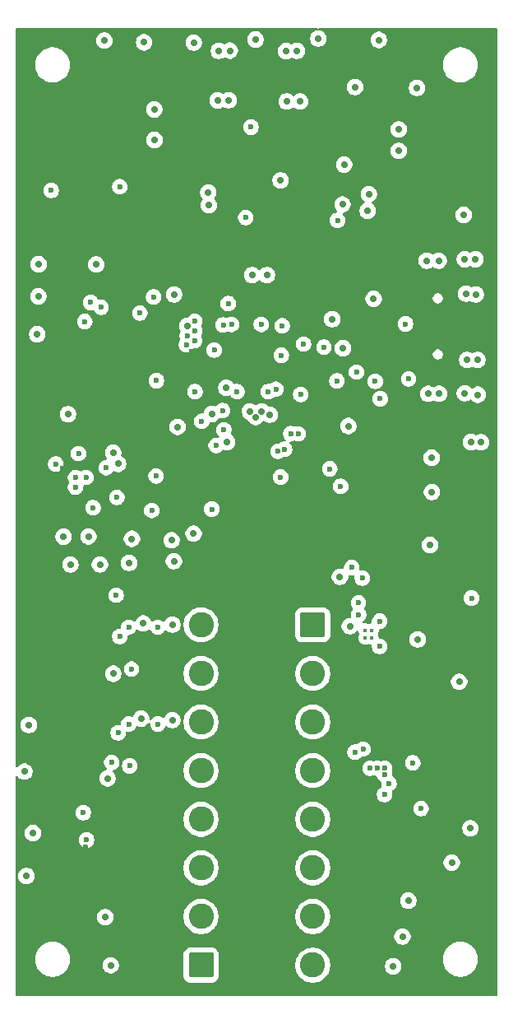
<source format=gbr>
%TF.GenerationSoftware,KiCad,Pcbnew,9.0.0*%
%TF.CreationDate,2025-06-08T22:37:43-05:00*%
%TF.ProjectId,flight-computer-one,666c6967-6874-42d6-936f-6d7075746572,rev?*%
%TF.SameCoordinates,Original*%
%TF.FileFunction,Copper,L3,Inr*%
%TF.FilePolarity,Positive*%
%FSLAX46Y46*%
G04 Gerber Fmt 4.6, Leading zero omitted, Abs format (unit mm)*
G04 Created by KiCad (PCBNEW 9.0.0) date 2025-06-08 22:37:43*
%MOMM*%
%LPD*%
G01*
G04 APERTURE LIST*
G04 Aperture macros list*
%AMRoundRect*
0 Rectangle with rounded corners*
0 $1 Rounding radius*
0 $2 $3 $4 $5 $6 $7 $8 $9 X,Y pos of 4 corners*
0 Add a 4 corners polygon primitive as box body*
4,1,4,$2,$3,$4,$5,$6,$7,$8,$9,$2,$3,0*
0 Add four circle primitives for the rounded corners*
1,1,$1+$1,$2,$3*
1,1,$1+$1,$4,$5*
1,1,$1+$1,$6,$7*
1,1,$1+$1,$8,$9*
0 Add four rect primitives between the rounded corners*
20,1,$1+$1,$2,$3,$4,$5,0*
20,1,$1+$1,$4,$5,$6,$7,0*
20,1,$1+$1,$6,$7,$8,$9,0*
20,1,$1+$1,$8,$9,$2,$3,0*%
G04 Aperture macros list end*
%TA.AperFunction,ComponentPad*%
%ADD10C,0.400000*%
%TD*%
%TA.AperFunction,ComponentPad*%
%ADD11RoundRect,0.250000X1.050000X-1.050000X1.050000X1.050000X-1.050000X1.050000X-1.050000X-1.050000X0*%
%TD*%
%TA.AperFunction,ComponentPad*%
%ADD12C,2.600000*%
%TD*%
%TA.AperFunction,ComponentPad*%
%ADD13RoundRect,0.250000X-1.050000X1.050000X-1.050000X-1.050000X1.050000X-1.050000X1.050000X1.050000X0*%
%TD*%
%TA.AperFunction,ViaPad*%
%ADD14C,0.700000*%
%TD*%
%TA.AperFunction,ViaPad*%
%ADD15C,0.600000*%
%TD*%
G04 APERTURE END LIST*
D10*
%TO.N,PWROR*%
%TO.C,U3*%
X158100000Y-101345000D03*
%TO.N,VBUS*%
X157400000Y-101345000D03*
%TO.N,+BATT*%
X157400000Y-102145000D03*
%TO.N,PWROR*%
X158100000Y-102145000D03*
%TD*%
D11*
%TO.N,/GPIO40_ADC0*%
%TO.C,J2*%
X140500000Y-135800000D03*
D12*
%TO.N,GND*%
X140500000Y-130800000D03*
%TO.N,/CANL*%
X140500000Y-125800000D03*
%TO.N,/CANH*%
X140500000Y-120800000D03*
%TO.N,/PYRO2_DRAIN*%
X140500000Y-115800000D03*
%TO.N,+PBP*%
X140500000Y-110800000D03*
%TO.N,/PYRO1_DRAIN*%
X140500000Y-105800000D03*
%TO.N,+PBP*%
X140500000Y-100800000D03*
%TD*%
D13*
%TO.N,+BATT*%
%TO.C,J1*%
X152000000Y-100800000D03*
D12*
%TO.N,GND*%
X152000000Y-105800000D03*
%TO.N,+PBP*%
X152000000Y-110800000D03*
%TO.N,GND*%
X152000000Y-115800000D03*
%TO.N,/SERVO1_CTL*%
X152000000Y-120800000D03*
%TO.N,/SERVO2_CTL*%
X152000000Y-125800000D03*
%TO.N,/SERVO3_CTL*%
X152000000Y-130800000D03*
%TO.N,/SERVO4_CTL*%
X152000000Y-135800000D03*
%TD*%
D14*
%TO.N,GND*%
X167080000Y-106670000D03*
X162810000Y-102300000D03*
X155820000Y-100940000D03*
%TO.N,+3V3*%
X167810000Y-109150000D03*
%TO.N,GND*%
X137720000Y-66810000D03*
X149330000Y-46970000D03*
X168960000Y-73550000D03*
D15*
X157100000Y-96000000D03*
D14*
X161840000Y-129170000D03*
X158800000Y-40640000D03*
D15*
X142050000Y-82350000D03*
D14*
X143460000Y-41740000D03*
X169020000Y-77130000D03*
D15*
X159400000Y-116200000D03*
D14*
X167910000Y-73550000D03*
X130630000Y-130870000D03*
X152580000Y-40490000D03*
X133380000Y-91950000D03*
X164280000Y-87130000D03*
D15*
X133340000Y-105360000D03*
D14*
X155230000Y-53470000D03*
X130540000Y-40710000D03*
D15*
X153750000Y-84750000D03*
D14*
X155110000Y-72350000D03*
D15*
X141850000Y-72550000D03*
D14*
X122310000Y-115900000D03*
D15*
X144200000Y-76800000D03*
X131827800Y-87690000D03*
X141600000Y-88900000D03*
X135867500Y-85482500D03*
X127577800Y-86640000D03*
D14*
X141240000Y-56320000D03*
X168290000Y-82000000D03*
X150690000Y-46980000D03*
D15*
X136050000Y-111000000D03*
X159400000Y-115550000D03*
D14*
X127040000Y-94590000D03*
X148690000Y-55090000D03*
D15*
X127880000Y-83180000D03*
D14*
X123180000Y-122210000D03*
X134630000Y-40890000D03*
D15*
X129377800Y-88740000D03*
X158900000Y-100420000D03*
D14*
X160280000Y-135920000D03*
X123740000Y-67010000D03*
X155660000Y-80350000D03*
D15*
X161550000Y-69850000D03*
D14*
X135680000Y-47780000D03*
D15*
X133050000Y-101050000D03*
X128677800Y-85640000D03*
X158440000Y-75760000D03*
D14*
X149250000Y-41780000D03*
D15*
X131950000Y-111900000D03*
D14*
X165020000Y-77040000D03*
D15*
X157900000Y-115550000D03*
X163150000Y-119700000D03*
X132130000Y-55740000D03*
D14*
X126340000Y-91730000D03*
X142330000Y-41760000D03*
X167790000Y-66740000D03*
X141290000Y-57650000D03*
X137460000Y-92100000D03*
D15*
X153150000Y-72240000D03*
D14*
X146110000Y-40600000D03*
D15*
X161870000Y-75510000D03*
X128520000Y-69600000D03*
D14*
X164080000Y-92590000D03*
X143350000Y-46840000D03*
D15*
X158650000Y-115550000D03*
X125070000Y-56120000D03*
D14*
X123620000Y-70920000D03*
D15*
X168350000Y-98050000D03*
X136050000Y-101050000D03*
D14*
X156360000Y-45480000D03*
X135700000Y-50920000D03*
D15*
X132125000Y-102000000D03*
D14*
X167540000Y-58640000D03*
X168800000Y-66810000D03*
D15*
X148700000Y-85600000D03*
X133140000Y-115310000D03*
D14*
X122510000Y-126640000D03*
X147280000Y-64830000D03*
X137700000Y-94250000D03*
D15*
X146700000Y-69900000D03*
X131300000Y-114950000D03*
X135417500Y-89032500D03*
D14*
X126800000Y-79140000D03*
X167660000Y-63210000D03*
X161240000Y-132860000D03*
X145760000Y-64830000D03*
D15*
X150750000Y-77100000D03*
D14*
X168240000Y-121740000D03*
X154010000Y-69360000D03*
X158270000Y-67270000D03*
D15*
X145630000Y-49610000D03*
X128370000Y-120120000D03*
X148850000Y-70050000D03*
D14*
X155060000Y-57570000D03*
X164970000Y-63340000D03*
X150370000Y-41750000D03*
D15*
X135900000Y-75690000D03*
D14*
X130080000Y-94580000D03*
D15*
X134190000Y-68740000D03*
D14*
X163740000Y-63340000D03*
X162740000Y-45570000D03*
X142200000Y-46850000D03*
D15*
X127577800Y-85640000D03*
D14*
X166320000Y-125270000D03*
D15*
X158875000Y-103020000D03*
X154550000Y-59200000D03*
D14*
X167660000Y-76970000D03*
D15*
X140560000Y-79870000D03*
D14*
X131190000Y-135810000D03*
X160850000Y-49840000D03*
X154800000Y-95860000D03*
X139740000Y-40910000D03*
X164240000Y-83610000D03*
X138080000Y-80440000D03*
D15*
X142850000Y-80750000D03*
D14*
X169340000Y-82030000D03*
D15*
X128710000Y-122930000D03*
D14*
X160860000Y-52040000D03*
D15*
X159400000Y-118250000D03*
D14*
X163880000Y-77040000D03*
D15*
X125530000Y-84260000D03*
D14*
X168760000Y-63190000D03*
D15*
X156020000Y-94900000D03*
D14*
X128900000Y-91700000D03*
X123760000Y-63710000D03*
X122760000Y-111110000D03*
D15*
X133050000Y-111000000D03*
X156500000Y-74800000D03*
D14*
X133080000Y-94430000D03*
D15*
%TO.N,VBUS*%
X158950000Y-77550000D03*
%TO.N,+3V3*%
X152300000Y-76150000D03*
X151350000Y-68350000D03*
X156500000Y-119450000D03*
X166750000Y-98600000D03*
X126227800Y-84690000D03*
X158500000Y-120850000D03*
X132000000Y-79550000D03*
X132700000Y-45650000D03*
X133410000Y-85780000D03*
X144500000Y-79200000D03*
X156850000Y-120000000D03*
X148480000Y-87030000D03*
X164150000Y-113200000D03*
X139480000Y-72690000D03*
X142900000Y-85950000D03*
X144900000Y-67250000D03*
X128620000Y-123690000D03*
X133700000Y-47600000D03*
X132880000Y-88120000D03*
X156850000Y-118900000D03*
X167100000Y-50900000D03*
X155550000Y-118900000D03*
X156200000Y-118900000D03*
X141990000Y-87680000D03*
X142110000Y-86460000D03*
X128070000Y-73250000D03*
X141350000Y-55050000D03*
X154800000Y-90550000D03*
X156150000Y-120000000D03*
X162540000Y-103660000D03*
X125650000Y-88320000D03*
X155450000Y-120000000D03*
X155850000Y-119450000D03*
X127042500Y-80750000D03*
X133600000Y-79550000D03*
X131577800Y-86140000D03*
X169250000Y-103630000D03*
X154550000Y-60800000D03*
X151150000Y-89400000D03*
X143900000Y-63300000D03*
X133070000Y-71150000D03*
%TO.N,/Compute/SWO*%
X143290000Y-67760000D03*
X145100000Y-58900000D03*
D14*
%TO.N,/Compute/I2C0_SDA*%
X141610000Y-79110000D03*
X131440000Y-83100000D03*
%TO.N,/Compute/I2C0_SCL*%
X131960000Y-84240000D03*
D15*
X130730000Y-84630000D03*
%TO.N,/Compute/TXCAN*%
X148770000Y-73070000D03*
X149730000Y-81140000D03*
D14*
%TO.N,/Compute/BUZZER_CTL*%
X143100000Y-76410000D03*
X143170000Y-81990000D03*
D15*
%TO.N,/Compute/RXCAN*%
X150520000Y-81150000D03*
X151050000Y-71920000D03*
%TO.N,/Compute/SD_CS*%
X154880000Y-86550000D03*
X154490000Y-75700000D03*
D14*
%TO.N,/Compute/SPI0_SCK*%
X129710000Y-63740000D03*
D15*
X129120000Y-67645000D03*
%TO.N,/Compute/CS_RADIO*%
X143640000Y-69900000D03*
X135610000Y-67080000D03*
D14*
%TO.N,/Compute/PYRO1_ARM*%
X137550000Y-100780000D03*
D15*
X138990000Y-71979142D03*
%TO.N,/Compute/PYRO1_FIRE*%
X139850000Y-71550000D03*
D14*
X134560000Y-100660000D03*
%TO.N,/Compute/PYRO2_ARM*%
X137540000Y-110600000D03*
D15*
X139850000Y-70550000D03*
D14*
%TO.N,/Compute/PYRO2_FIRE*%
X134320000Y-110440000D03*
X139080000Y-70060000D03*
D15*
%TO.N,/Compute/PYRO1_PRESENT*%
X139070000Y-71040554D03*
D14*
X131460000Y-105830000D03*
D15*
%TO.N,/Compute/PYRO2_PRESENT*%
X139850000Y-69550000D03*
D14*
X130870000Y-116590000D03*
%TO.N,Net-(BZ1--)*%
X139730000Y-91430000D03*
D15*
%TO.N,/Compute/TCAN_STB*%
X131750000Y-97750000D03*
X139870000Y-76820000D03*
%TO.N,/Compute/CS_ICM*%
X142780000Y-69950000D03*
X130210000Y-68140000D03*
%TO.N,/Compute/I2C1_SCL*%
X149100000Y-82740000D03*
X148200000Y-76570000D03*
X156710000Y-98540000D03*
D14*
X157660000Y-58200000D03*
D15*
%TO.N,/Compute/I2C1_SDA*%
X156740000Y-99750000D03*
D14*
X157780000Y-56500000D03*
D15*
X148440000Y-82940000D03*
X147420000Y-76820000D03*
%TO.N,+PBP*%
X157186682Y-113576153D03*
X162300000Y-115000000D03*
%TO.N,/Power & USB/TPS_SW*%
X156350000Y-113900000D03*
X159850000Y-117100000D03*
%TO.N,/GPIO40_ADC0*%
X142700000Y-78750000D03*
D14*
%TO.N,/SERVO2_CTL*%
X146750000Y-78840000D03*
%TO.N,/SERVO4_CTL*%
X145495000Y-78869160D03*
%TO.N,/SERVO1_CTL*%
X147570000Y-79190000D03*
%TO.N,/SERVO3_CTL*%
X146120000Y-79420000D03*
%TD*%
%TA.AperFunction,Conductor*%
%TO.N,+3V3*%
G36*
X152505812Y-39420185D02*
G01*
X152551567Y-39472989D01*
X152561511Y-39542147D01*
X152532486Y-39605703D01*
X152473708Y-39643477D01*
X152462964Y-39646117D01*
X152331925Y-39672182D01*
X152331917Y-39672184D01*
X152177139Y-39736295D01*
X152037837Y-39829373D01*
X151919373Y-39947837D01*
X151826295Y-40087139D01*
X151762184Y-40241917D01*
X151762182Y-40241925D01*
X151729500Y-40406228D01*
X151729500Y-40573771D01*
X151762182Y-40738074D01*
X151762184Y-40738082D01*
X151826295Y-40892860D01*
X151919373Y-41032162D01*
X152037837Y-41150626D01*
X152108494Y-41197837D01*
X152177137Y-41243703D01*
X152177138Y-41243703D01*
X152177139Y-41243704D01*
X152212201Y-41258227D01*
X152331918Y-41307816D01*
X152479326Y-41337137D01*
X152496228Y-41340499D01*
X152496232Y-41340500D01*
X152496233Y-41340500D01*
X152663768Y-41340500D01*
X152663769Y-41340499D01*
X152828082Y-41307816D01*
X152982863Y-41243703D01*
X153122162Y-41150626D01*
X153240626Y-41032162D01*
X153333703Y-40892863D01*
X153397816Y-40738082D01*
X153430500Y-40573767D01*
X153430500Y-40556228D01*
X157949500Y-40556228D01*
X157949500Y-40723771D01*
X157982182Y-40888074D01*
X157982184Y-40888082D01*
X158046295Y-41042860D01*
X158139373Y-41182162D01*
X158257837Y-41300626D01*
X158342412Y-41357137D01*
X158397137Y-41393703D01*
X158551918Y-41457816D01*
X158716228Y-41490499D01*
X158716232Y-41490500D01*
X158716233Y-41490500D01*
X158883768Y-41490500D01*
X158883769Y-41490499D01*
X159048082Y-41457816D01*
X159202863Y-41393703D01*
X159342162Y-41300626D01*
X159460626Y-41182162D01*
X159553703Y-41042863D01*
X159617816Y-40888082D01*
X159650500Y-40723767D01*
X159650500Y-40556233D01*
X159617816Y-40391918D01*
X159555686Y-40241925D01*
X159553704Y-40237139D01*
X159460626Y-40097837D01*
X159342162Y-39979373D01*
X159202860Y-39886295D01*
X159048082Y-39822184D01*
X159048074Y-39822182D01*
X158883771Y-39789500D01*
X158883767Y-39789500D01*
X158716233Y-39789500D01*
X158716228Y-39789500D01*
X158551925Y-39822182D01*
X158551917Y-39822184D01*
X158397139Y-39886295D01*
X158257837Y-39979373D01*
X158139373Y-40097837D01*
X158046295Y-40237139D01*
X157982184Y-40391917D01*
X157982182Y-40391925D01*
X157949500Y-40556228D01*
X153430500Y-40556228D01*
X153430500Y-40406233D01*
X153397816Y-40241918D01*
X153333703Y-40087137D01*
X153261698Y-39979374D01*
X153240626Y-39947837D01*
X153122162Y-39829373D01*
X152982860Y-39736295D01*
X152828082Y-39672184D01*
X152828074Y-39672182D01*
X152697036Y-39646117D01*
X152635125Y-39613732D01*
X152600551Y-39553017D01*
X152604290Y-39483247D01*
X152645156Y-39426575D01*
X152710175Y-39400994D01*
X152721227Y-39400500D01*
X170875500Y-39400500D01*
X170942539Y-39420185D01*
X170988294Y-39472989D01*
X170999500Y-39524500D01*
X170999500Y-138875500D01*
X170979815Y-138942539D01*
X170927011Y-138988294D01*
X170875500Y-138999500D01*
X121524500Y-138999500D01*
X121457461Y-138979815D01*
X121411706Y-138927011D01*
X121400500Y-138875500D01*
X121400500Y-135081995D01*
X123399500Y-135081995D01*
X123399500Y-135318004D01*
X123399501Y-135318020D01*
X123430306Y-135552010D01*
X123491394Y-135779993D01*
X123581714Y-135998045D01*
X123581719Y-135998056D01*
X123616371Y-136058074D01*
X123699727Y-136202450D01*
X123699729Y-136202453D01*
X123699730Y-136202454D01*
X123843406Y-136389697D01*
X123843412Y-136389704D01*
X124010295Y-136556587D01*
X124010302Y-136556593D01*
X124041623Y-136580626D01*
X124197550Y-136700273D01*
X124319185Y-136770499D01*
X124401943Y-136818280D01*
X124401948Y-136818282D01*
X124401951Y-136818284D01*
X124620007Y-136908606D01*
X124847986Y-136969693D01*
X125081989Y-137000500D01*
X125081996Y-137000500D01*
X125318004Y-137000500D01*
X125318011Y-137000500D01*
X125552014Y-136969693D01*
X125779993Y-136908606D01*
X125998049Y-136818284D01*
X126202450Y-136700273D01*
X126389699Y-136556592D01*
X126556592Y-136389699D01*
X126700273Y-136202450D01*
X126818284Y-135998049D01*
X126908606Y-135779993D01*
X126923012Y-135726228D01*
X130339500Y-135726228D01*
X130339500Y-135893771D01*
X130372182Y-136058074D01*
X130372184Y-136058082D01*
X130436295Y-136212860D01*
X130529373Y-136352162D01*
X130647837Y-136470626D01*
X130740494Y-136532537D01*
X130787137Y-136563703D01*
X130941918Y-136627816D01*
X131106228Y-136660499D01*
X131106232Y-136660500D01*
X131106233Y-136660500D01*
X131273768Y-136660500D01*
X131273769Y-136660499D01*
X131438082Y-136627816D01*
X131592863Y-136563703D01*
X131732162Y-136470626D01*
X131850626Y-136352162D01*
X131943703Y-136212863D01*
X132007816Y-136058082D01*
X132040500Y-135893767D01*
X132040500Y-135726233D01*
X132007816Y-135561918D01*
X131943703Y-135407137D01*
X131884146Y-135318004D01*
X131850626Y-135267837D01*
X131732162Y-135149373D01*
X131592860Y-135056295D01*
X131438082Y-134992184D01*
X131438074Y-134992182D01*
X131273771Y-134959500D01*
X131273767Y-134959500D01*
X131106233Y-134959500D01*
X131106228Y-134959500D01*
X130941925Y-134992182D01*
X130941917Y-134992184D01*
X130787139Y-135056295D01*
X130647837Y-135149373D01*
X130529373Y-135267837D01*
X130436295Y-135407139D01*
X130372184Y-135561917D01*
X130372182Y-135561925D01*
X130339500Y-135726228D01*
X126923012Y-135726228D01*
X126969693Y-135552014D01*
X127000500Y-135318011D01*
X127000500Y-135081989D01*
X126969693Y-134847986D01*
X126930036Y-134699983D01*
X138699500Y-134699983D01*
X138699500Y-136900001D01*
X138699501Y-136900018D01*
X138710000Y-137002796D01*
X138710001Y-137002799D01*
X138760962Y-137156587D01*
X138765186Y-137169334D01*
X138857288Y-137318656D01*
X138981344Y-137442712D01*
X139130666Y-137534814D01*
X139297203Y-137589999D01*
X139399991Y-137600500D01*
X141600008Y-137600499D01*
X141702797Y-137589999D01*
X141869334Y-137534814D01*
X142018656Y-137442712D01*
X142142712Y-137318656D01*
X142234814Y-137169334D01*
X142289999Y-137002797D01*
X142300500Y-136900009D01*
X142300499Y-135681995D01*
X150199500Y-135681995D01*
X150199500Y-135918004D01*
X150199501Y-135918020D01*
X150217940Y-136058082D01*
X150230307Y-136152014D01*
X150276085Y-136322860D01*
X150291394Y-136379993D01*
X150381714Y-136598045D01*
X150381719Y-136598056D01*
X150425395Y-136673704D01*
X150499727Y-136802450D01*
X150499729Y-136802453D01*
X150499730Y-136802454D01*
X150643406Y-136989697D01*
X150643412Y-136989704D01*
X150810295Y-137156587D01*
X150810302Y-137156593D01*
X150826909Y-137169336D01*
X150997550Y-137300273D01*
X151128918Y-137376118D01*
X151201943Y-137418280D01*
X151201948Y-137418282D01*
X151201951Y-137418284D01*
X151420007Y-137508606D01*
X151647986Y-137569693D01*
X151881989Y-137600500D01*
X151881996Y-137600500D01*
X152118004Y-137600500D01*
X152118011Y-137600500D01*
X152352014Y-137569693D01*
X152579993Y-137508606D01*
X152798049Y-137418284D01*
X153002450Y-137300273D01*
X153189699Y-137156592D01*
X153356592Y-136989699D01*
X153500273Y-136802450D01*
X153618284Y-136598049D01*
X153708606Y-136379993D01*
X153769693Y-136152014D01*
X153800500Y-135918011D01*
X153800500Y-135836228D01*
X159429500Y-135836228D01*
X159429500Y-136003771D01*
X159462182Y-136168074D01*
X159462184Y-136168082D01*
X159526295Y-136322860D01*
X159619373Y-136462162D01*
X159737837Y-136580626D01*
X159808464Y-136627817D01*
X159877137Y-136673703D01*
X160031918Y-136737816D01*
X160196228Y-136770499D01*
X160196232Y-136770500D01*
X160196233Y-136770500D01*
X160363768Y-136770500D01*
X160363769Y-136770499D01*
X160528082Y-136737816D01*
X160682863Y-136673703D01*
X160822162Y-136580626D01*
X160940626Y-136462162D01*
X161033703Y-136322863D01*
X161097816Y-136168082D01*
X161130500Y-136003767D01*
X161130500Y-135836233D01*
X161097816Y-135671918D01*
X161033703Y-135517137D01*
X160987498Y-135447986D01*
X160940626Y-135377837D01*
X160822162Y-135259373D01*
X160704915Y-135181032D01*
X160682860Y-135166295D01*
X160528082Y-135102184D01*
X160528074Y-135102182D01*
X160426587Y-135081995D01*
X165399500Y-135081995D01*
X165399500Y-135318004D01*
X165399501Y-135318020D01*
X165430306Y-135552010D01*
X165491394Y-135779993D01*
X165581714Y-135998045D01*
X165581719Y-135998056D01*
X165616371Y-136058074D01*
X165699727Y-136202450D01*
X165699729Y-136202453D01*
X165699730Y-136202454D01*
X165843406Y-136389697D01*
X165843412Y-136389704D01*
X166010295Y-136556587D01*
X166010302Y-136556593D01*
X166041623Y-136580626D01*
X166197550Y-136700273D01*
X166319185Y-136770499D01*
X166401943Y-136818280D01*
X166401948Y-136818282D01*
X166401951Y-136818284D01*
X166620007Y-136908606D01*
X166847986Y-136969693D01*
X167081989Y-137000500D01*
X167081996Y-137000500D01*
X167318004Y-137000500D01*
X167318011Y-137000500D01*
X167552014Y-136969693D01*
X167779993Y-136908606D01*
X167998049Y-136818284D01*
X168202450Y-136700273D01*
X168389699Y-136556592D01*
X168556592Y-136389699D01*
X168700273Y-136202450D01*
X168818284Y-135998049D01*
X168908606Y-135779993D01*
X168969693Y-135552014D01*
X169000500Y-135318011D01*
X169000500Y-135081989D01*
X168969693Y-134847986D01*
X168908606Y-134620007D01*
X168818284Y-134401951D01*
X168818282Y-134401948D01*
X168818280Y-134401943D01*
X168776118Y-134328918D01*
X168700273Y-134197550D01*
X168618817Y-134091394D01*
X168556593Y-134010302D01*
X168556587Y-134010295D01*
X168389704Y-133843412D01*
X168389697Y-133843406D01*
X168202454Y-133699730D01*
X168202453Y-133699729D01*
X168202450Y-133699727D01*
X168120957Y-133652677D01*
X167998056Y-133581719D01*
X167998045Y-133581714D01*
X167779993Y-133491394D01*
X167552010Y-133430306D01*
X167318020Y-133399501D01*
X167318017Y-133399500D01*
X167318011Y-133399500D01*
X167081989Y-133399500D01*
X167081983Y-133399500D01*
X167081979Y-133399501D01*
X166847989Y-133430306D01*
X166620006Y-133491394D01*
X166401954Y-133581714D01*
X166401943Y-133581719D01*
X166197545Y-133699730D01*
X166010302Y-133843406D01*
X166010295Y-133843412D01*
X165843412Y-134010295D01*
X165843406Y-134010302D01*
X165699730Y-134197545D01*
X165581719Y-134401943D01*
X165581714Y-134401954D01*
X165491394Y-134620006D01*
X165430306Y-134847989D01*
X165399501Y-135081979D01*
X165399500Y-135081995D01*
X160426587Y-135081995D01*
X160363771Y-135069500D01*
X160363767Y-135069500D01*
X160196233Y-135069500D01*
X160196228Y-135069500D01*
X160031925Y-135102182D01*
X160031917Y-135102184D01*
X159877139Y-135166295D01*
X159737837Y-135259373D01*
X159619373Y-135377837D01*
X159526295Y-135517139D01*
X159462184Y-135671917D01*
X159462182Y-135671925D01*
X159429500Y-135836228D01*
X153800500Y-135836228D01*
X153800500Y-135681989D01*
X153769693Y-135447986D01*
X153708606Y-135220007D01*
X153618284Y-135001951D01*
X153618282Y-135001948D01*
X153618280Y-135001943D01*
X153576118Y-134928918D01*
X153500273Y-134797550D01*
X153356592Y-134610301D01*
X153356587Y-134610295D01*
X153189704Y-134443412D01*
X153189697Y-134443406D01*
X153002454Y-134299730D01*
X153002453Y-134299729D01*
X153002450Y-134299727D01*
X152920957Y-134252677D01*
X152798056Y-134181719D01*
X152798045Y-134181714D01*
X152579993Y-134091394D01*
X152352010Y-134030306D01*
X152118020Y-133999501D01*
X152118017Y-133999500D01*
X152118011Y-133999500D01*
X151881989Y-133999500D01*
X151881983Y-133999500D01*
X151881979Y-133999501D01*
X151647989Y-134030306D01*
X151420006Y-134091394D01*
X151201954Y-134181714D01*
X151201943Y-134181719D01*
X150997545Y-134299730D01*
X150810302Y-134443406D01*
X150810295Y-134443412D01*
X150643412Y-134610295D01*
X150643406Y-134610302D01*
X150499730Y-134797545D01*
X150381719Y-135001943D01*
X150381714Y-135001954D01*
X150291394Y-135220006D01*
X150230306Y-135447989D01*
X150199501Y-135681979D01*
X150199500Y-135681995D01*
X142300499Y-135681995D01*
X142300499Y-134699992D01*
X142289999Y-134597203D01*
X142234814Y-134430666D01*
X142142712Y-134281344D01*
X142018656Y-134157288D01*
X141869334Y-134065186D01*
X141702797Y-134010001D01*
X141702795Y-134010000D01*
X141600010Y-133999500D01*
X139399998Y-133999500D01*
X139399981Y-133999501D01*
X139297203Y-134010000D01*
X139297200Y-134010001D01*
X139130668Y-134065185D01*
X139130663Y-134065187D01*
X138981342Y-134157289D01*
X138857289Y-134281342D01*
X138765187Y-134430663D01*
X138765185Y-134430668D01*
X138760962Y-134443412D01*
X138710001Y-134597203D01*
X138710001Y-134597204D01*
X138710000Y-134597204D01*
X138699500Y-134699983D01*
X126930036Y-134699983D01*
X126908606Y-134620007D01*
X126818284Y-134401951D01*
X126818282Y-134401948D01*
X126818280Y-134401943D01*
X126776118Y-134328918D01*
X126700273Y-134197550D01*
X126618817Y-134091394D01*
X126556593Y-134010302D01*
X126556587Y-134010295D01*
X126389704Y-133843412D01*
X126389697Y-133843406D01*
X126202454Y-133699730D01*
X126202453Y-133699729D01*
X126202450Y-133699727D01*
X126120957Y-133652677D01*
X125998056Y-133581719D01*
X125998045Y-133581714D01*
X125779993Y-133491394D01*
X125552010Y-133430306D01*
X125318020Y-133399501D01*
X125318017Y-133399500D01*
X125318011Y-133399500D01*
X125081989Y-133399500D01*
X125081983Y-133399500D01*
X125081979Y-133399501D01*
X124847989Y-133430306D01*
X124620006Y-133491394D01*
X124401954Y-133581714D01*
X124401943Y-133581719D01*
X124197545Y-133699730D01*
X124010302Y-133843406D01*
X124010295Y-133843412D01*
X123843412Y-134010295D01*
X123843406Y-134010302D01*
X123699730Y-134197545D01*
X123581719Y-134401943D01*
X123581714Y-134401954D01*
X123491394Y-134620006D01*
X123430306Y-134847989D01*
X123399501Y-135081979D01*
X123399500Y-135081995D01*
X121400500Y-135081995D01*
X121400500Y-132776228D01*
X160389500Y-132776228D01*
X160389500Y-132943771D01*
X160422182Y-133108074D01*
X160422184Y-133108082D01*
X160486295Y-133262860D01*
X160579373Y-133402162D01*
X160697837Y-133520626D01*
X160789262Y-133581714D01*
X160837137Y-133613703D01*
X160991918Y-133677816D01*
X161156228Y-133710499D01*
X161156232Y-133710500D01*
X161156233Y-133710500D01*
X161323768Y-133710500D01*
X161323769Y-133710499D01*
X161488082Y-133677816D01*
X161642863Y-133613703D01*
X161782162Y-133520626D01*
X161900626Y-133402162D01*
X161993703Y-133262863D01*
X162057816Y-133108082D01*
X162090500Y-132943767D01*
X162090500Y-132776233D01*
X162057816Y-132611918D01*
X161993703Y-132457137D01*
X161962537Y-132410494D01*
X161900626Y-132317837D01*
X161782162Y-132199373D01*
X161642860Y-132106295D01*
X161488082Y-132042184D01*
X161488074Y-132042182D01*
X161323771Y-132009500D01*
X161323767Y-132009500D01*
X161156233Y-132009500D01*
X161156228Y-132009500D01*
X160991925Y-132042182D01*
X160991917Y-132042184D01*
X160837139Y-132106295D01*
X160697837Y-132199373D01*
X160579373Y-132317837D01*
X160486295Y-132457139D01*
X160422184Y-132611917D01*
X160422182Y-132611925D01*
X160389500Y-132776228D01*
X121400500Y-132776228D01*
X121400500Y-130786228D01*
X129779500Y-130786228D01*
X129779500Y-130953771D01*
X129812182Y-131118074D01*
X129812184Y-131118082D01*
X129876295Y-131272860D01*
X129969373Y-131412162D01*
X130087837Y-131530626D01*
X130180494Y-131592537D01*
X130227137Y-131623703D01*
X130381918Y-131687816D01*
X130546228Y-131720499D01*
X130546232Y-131720500D01*
X130546233Y-131720500D01*
X130713768Y-131720500D01*
X130713769Y-131720499D01*
X130878082Y-131687816D01*
X131032863Y-131623703D01*
X131172162Y-131530626D01*
X131290626Y-131412162D01*
X131383703Y-131272863D01*
X131447816Y-131118082D01*
X131480500Y-130953767D01*
X131480500Y-130786233D01*
X131480381Y-130785637D01*
X131463770Y-130702121D01*
X131459766Y-130681995D01*
X138699500Y-130681995D01*
X138699500Y-130918004D01*
X138699501Y-130918020D01*
X138730306Y-131152010D01*
X138791394Y-131379993D01*
X138881714Y-131598045D01*
X138881719Y-131598056D01*
X138952413Y-131720499D01*
X138999727Y-131802450D01*
X138999729Y-131802453D01*
X138999730Y-131802454D01*
X139143406Y-131989697D01*
X139143412Y-131989704D01*
X139310295Y-132156587D01*
X139310301Y-132156592D01*
X139497550Y-132300273D01*
X139628918Y-132376118D01*
X139701943Y-132418280D01*
X139701948Y-132418282D01*
X139701951Y-132418284D01*
X139920007Y-132508606D01*
X140147986Y-132569693D01*
X140381989Y-132600500D01*
X140381996Y-132600500D01*
X140618004Y-132600500D01*
X140618011Y-132600500D01*
X140852014Y-132569693D01*
X141079993Y-132508606D01*
X141298049Y-132418284D01*
X141502450Y-132300273D01*
X141689699Y-132156592D01*
X141856592Y-131989699D01*
X142000273Y-131802450D01*
X142118284Y-131598049D01*
X142208606Y-131379993D01*
X142269693Y-131152014D01*
X142300500Y-130918011D01*
X142300500Y-130681995D01*
X150199500Y-130681995D01*
X150199500Y-130918004D01*
X150199501Y-130918020D01*
X150230306Y-131152010D01*
X150291394Y-131379993D01*
X150381714Y-131598045D01*
X150381719Y-131598056D01*
X150452413Y-131720499D01*
X150499727Y-131802450D01*
X150499729Y-131802453D01*
X150499730Y-131802454D01*
X150643406Y-131989697D01*
X150643412Y-131989704D01*
X150810295Y-132156587D01*
X150810301Y-132156592D01*
X150997550Y-132300273D01*
X151128918Y-132376118D01*
X151201943Y-132418280D01*
X151201948Y-132418282D01*
X151201951Y-132418284D01*
X151420007Y-132508606D01*
X151647986Y-132569693D01*
X151881989Y-132600500D01*
X151881996Y-132600500D01*
X152118004Y-132600500D01*
X152118011Y-132600500D01*
X152352014Y-132569693D01*
X152579993Y-132508606D01*
X152798049Y-132418284D01*
X153002450Y-132300273D01*
X153189699Y-132156592D01*
X153356592Y-131989699D01*
X153500273Y-131802450D01*
X153618284Y-131598049D01*
X153708606Y-131379993D01*
X153769693Y-131152014D01*
X153800500Y-130918011D01*
X153800500Y-130681989D01*
X153769693Y-130447986D01*
X153708606Y-130220007D01*
X153618284Y-130001951D01*
X153618282Y-130001948D01*
X153618280Y-130001943D01*
X153519369Y-129830626D01*
X153500273Y-129797550D01*
X153356592Y-129610301D01*
X153356587Y-129610295D01*
X153189704Y-129443412D01*
X153189697Y-129443406D01*
X153002457Y-129299732D01*
X153002455Y-129299730D01*
X153002450Y-129299727D01*
X152808116Y-129187528D01*
X152808115Y-129187527D01*
X152798051Y-129181717D01*
X152798045Y-129181714D01*
X152579993Y-129091394D01*
X152560713Y-129086228D01*
X160989500Y-129086228D01*
X160989500Y-129253771D01*
X161022182Y-129418074D01*
X161022184Y-129418082D01*
X161086295Y-129572860D01*
X161179373Y-129712162D01*
X161297837Y-129830626D01*
X161390494Y-129892537D01*
X161437137Y-129923703D01*
X161591918Y-129987816D01*
X161751206Y-130019500D01*
X161756228Y-130020499D01*
X161756232Y-130020500D01*
X161756233Y-130020500D01*
X161923768Y-130020500D01*
X161923769Y-130020499D01*
X162088082Y-129987816D01*
X162242863Y-129923703D01*
X162382162Y-129830626D01*
X162500626Y-129712162D01*
X162593703Y-129572863D01*
X162657816Y-129418082D01*
X162690500Y-129253767D01*
X162690500Y-129086233D01*
X162657816Y-128921918D01*
X162593703Y-128767137D01*
X162562537Y-128720494D01*
X162500626Y-128627837D01*
X162382162Y-128509373D01*
X162242860Y-128416295D01*
X162088082Y-128352184D01*
X162088074Y-128352182D01*
X161923771Y-128319500D01*
X161923767Y-128319500D01*
X161756233Y-128319500D01*
X161756228Y-128319500D01*
X161591925Y-128352182D01*
X161591917Y-128352184D01*
X161437139Y-128416295D01*
X161297837Y-128509373D01*
X161179373Y-128627837D01*
X161086295Y-128767139D01*
X161022184Y-128921917D01*
X161022182Y-128921925D01*
X160989500Y-129086228D01*
X152560713Y-129086228D01*
X152352010Y-129030306D01*
X152118020Y-128999501D01*
X152118017Y-128999500D01*
X152118011Y-128999500D01*
X151881989Y-128999500D01*
X151881983Y-128999500D01*
X151881979Y-128999501D01*
X151647989Y-129030306D01*
X151420006Y-129091394D01*
X151201954Y-129181714D01*
X151201943Y-129181719D01*
X150997545Y-129299730D01*
X150810302Y-129443406D01*
X150810295Y-129443412D01*
X150643412Y-129610295D01*
X150643406Y-129610302D01*
X150499730Y-129797545D01*
X150381719Y-130001943D01*
X150381714Y-130001954D01*
X150291394Y-130220006D01*
X150230306Y-130447989D01*
X150199501Y-130681979D01*
X150199500Y-130681995D01*
X142300500Y-130681995D01*
X142300500Y-130681989D01*
X142269693Y-130447986D01*
X142208606Y-130220007D01*
X142118284Y-130001951D01*
X142118282Y-130001948D01*
X142118280Y-130001943D01*
X142019369Y-129830626D01*
X142000273Y-129797550D01*
X141856592Y-129610301D01*
X141856587Y-129610295D01*
X141689704Y-129443412D01*
X141689697Y-129443406D01*
X141502454Y-129299730D01*
X141502453Y-129299729D01*
X141502450Y-129299727D01*
X141420957Y-129252677D01*
X141298056Y-129181719D01*
X141298045Y-129181714D01*
X141079993Y-129091394D01*
X140852010Y-129030306D01*
X140618020Y-128999501D01*
X140618017Y-128999500D01*
X140618011Y-128999500D01*
X140381989Y-128999500D01*
X140381983Y-128999500D01*
X140381979Y-128999501D01*
X140147989Y-129030306D01*
X139920006Y-129091394D01*
X139701954Y-129181714D01*
X139701943Y-129181719D01*
X139497545Y-129299730D01*
X139310302Y-129443406D01*
X139310295Y-129443412D01*
X139143412Y-129610295D01*
X139143406Y-129610302D01*
X138999730Y-129797545D01*
X138881719Y-130001943D01*
X138881714Y-130001954D01*
X138791394Y-130220006D01*
X138730306Y-130447989D01*
X138699501Y-130681979D01*
X138699500Y-130681995D01*
X131459766Y-130681995D01*
X131447817Y-130621925D01*
X131447816Y-130621918D01*
X131383703Y-130467137D01*
X131352537Y-130420494D01*
X131290626Y-130327837D01*
X131172162Y-130209373D01*
X131032860Y-130116295D01*
X130878082Y-130052184D01*
X130878074Y-130052182D01*
X130713771Y-130019500D01*
X130713767Y-130019500D01*
X130546233Y-130019500D01*
X130546228Y-130019500D01*
X130381925Y-130052182D01*
X130381917Y-130052184D01*
X130227139Y-130116295D01*
X130087837Y-130209373D01*
X129969373Y-130327837D01*
X129876295Y-130467139D01*
X129812184Y-130621917D01*
X129812182Y-130621925D01*
X129779500Y-130786228D01*
X121400500Y-130786228D01*
X121400500Y-126556228D01*
X121659500Y-126556228D01*
X121659500Y-126723771D01*
X121692182Y-126888074D01*
X121692184Y-126888082D01*
X121756295Y-127042860D01*
X121849373Y-127182162D01*
X121967837Y-127300626D01*
X122060494Y-127362537D01*
X122107137Y-127393703D01*
X122261918Y-127457816D01*
X122426228Y-127490499D01*
X122426232Y-127490500D01*
X122426233Y-127490500D01*
X122593768Y-127490500D01*
X122593769Y-127490499D01*
X122758082Y-127457816D01*
X122912863Y-127393703D01*
X123052162Y-127300626D01*
X123170626Y-127182162D01*
X123263703Y-127042863D01*
X123327816Y-126888082D01*
X123360500Y-126723767D01*
X123360500Y-126556233D01*
X123327816Y-126391918D01*
X123263703Y-126237137D01*
X123232537Y-126190494D01*
X123170626Y-126097837D01*
X123052162Y-125979373D01*
X122912860Y-125886295D01*
X122758082Y-125822184D01*
X122758074Y-125822182D01*
X122644280Y-125799547D01*
X122593771Y-125789500D01*
X122593767Y-125789500D01*
X122426233Y-125789500D01*
X122426228Y-125789500D01*
X122261925Y-125822182D01*
X122261917Y-125822184D01*
X122107139Y-125886295D01*
X121967837Y-125979373D01*
X121849373Y-126097837D01*
X121756295Y-126237139D01*
X121692184Y-126391917D01*
X121692182Y-126391925D01*
X121659500Y-126556228D01*
X121400500Y-126556228D01*
X121400500Y-125681995D01*
X138699500Y-125681995D01*
X138699500Y-125918004D01*
X138699501Y-125918020D01*
X138730306Y-126152010D01*
X138791394Y-126379993D01*
X138881714Y-126598045D01*
X138881719Y-126598056D01*
X138952677Y-126720957D01*
X138999727Y-126802450D01*
X138999729Y-126802453D01*
X138999730Y-126802454D01*
X139143406Y-126989697D01*
X139143412Y-126989704D01*
X139310295Y-127156587D01*
X139310302Y-127156593D01*
X139420306Y-127241001D01*
X139497550Y-127300273D01*
X139628918Y-127376118D01*
X139701943Y-127418280D01*
X139701948Y-127418282D01*
X139701951Y-127418284D01*
X139920007Y-127508606D01*
X140147986Y-127569693D01*
X140381989Y-127600500D01*
X140381996Y-127600500D01*
X140618004Y-127600500D01*
X140618011Y-127600500D01*
X140852014Y-127569693D01*
X141079993Y-127508606D01*
X141298049Y-127418284D01*
X141502450Y-127300273D01*
X141689699Y-127156592D01*
X141856592Y-126989699D01*
X142000273Y-126802450D01*
X142118284Y-126598049D01*
X142208606Y-126379993D01*
X142269693Y-126152014D01*
X142300500Y-125918011D01*
X142300500Y-125681995D01*
X150199500Y-125681995D01*
X150199500Y-125918004D01*
X150199501Y-125918020D01*
X150230306Y-126152010D01*
X150291394Y-126379993D01*
X150381714Y-126598045D01*
X150381719Y-126598056D01*
X150452677Y-126720957D01*
X150499727Y-126802450D01*
X150499729Y-126802453D01*
X150499730Y-126802454D01*
X150643406Y-126989697D01*
X150643412Y-126989704D01*
X150810295Y-127156587D01*
X150810302Y-127156593D01*
X150920306Y-127241001D01*
X150997550Y-127300273D01*
X151128918Y-127376118D01*
X151201943Y-127418280D01*
X151201948Y-127418282D01*
X151201951Y-127418284D01*
X151420007Y-127508606D01*
X151647986Y-127569693D01*
X151881989Y-127600500D01*
X151881996Y-127600500D01*
X152118004Y-127600500D01*
X152118011Y-127600500D01*
X152352014Y-127569693D01*
X152579993Y-127508606D01*
X152798049Y-127418284D01*
X153002450Y-127300273D01*
X153189699Y-127156592D01*
X153356592Y-126989699D01*
X153500273Y-126802450D01*
X153618284Y-126598049D01*
X153708606Y-126379993D01*
X153769693Y-126152014D01*
X153800500Y-125918011D01*
X153800500Y-125681989D01*
X153769693Y-125447986D01*
X153708606Y-125220007D01*
X153694614Y-125186228D01*
X165469500Y-125186228D01*
X165469500Y-125353771D01*
X165502182Y-125518074D01*
X165502184Y-125518082D01*
X165566295Y-125672860D01*
X165659373Y-125812162D01*
X165777837Y-125930626D01*
X165850793Y-125979373D01*
X165917137Y-126023703D01*
X166071918Y-126087816D01*
X166236228Y-126120499D01*
X166236232Y-126120500D01*
X166236233Y-126120500D01*
X166403768Y-126120500D01*
X166403769Y-126120499D01*
X166568082Y-126087816D01*
X166722863Y-126023703D01*
X166862162Y-125930626D01*
X166980626Y-125812162D01*
X167073703Y-125672863D01*
X167137816Y-125518082D01*
X167170500Y-125353767D01*
X167170500Y-125186233D01*
X167137816Y-125021918D01*
X167073703Y-124867137D01*
X167027203Y-124797545D01*
X166980626Y-124727837D01*
X166862162Y-124609373D01*
X166722860Y-124516295D01*
X166568082Y-124452184D01*
X166568074Y-124452182D01*
X166403771Y-124419500D01*
X166403767Y-124419500D01*
X166236233Y-124419500D01*
X166236228Y-124419500D01*
X166071925Y-124452182D01*
X166071917Y-124452184D01*
X165917139Y-124516295D01*
X165777837Y-124609373D01*
X165659373Y-124727837D01*
X165566295Y-124867139D01*
X165502184Y-125021917D01*
X165502182Y-125021925D01*
X165469500Y-125186228D01*
X153694614Y-125186228D01*
X153618284Y-125001951D01*
X153618282Y-125001948D01*
X153618280Y-125001943D01*
X153540449Y-124867137D01*
X153500273Y-124797550D01*
X153356592Y-124610301D01*
X153356587Y-124610295D01*
X153189704Y-124443412D01*
X153189697Y-124443406D01*
X153002454Y-124299730D01*
X153002453Y-124299729D01*
X153002450Y-124299727D01*
X152920957Y-124252677D01*
X152798056Y-124181719D01*
X152798045Y-124181714D01*
X152579993Y-124091394D01*
X152352010Y-124030306D01*
X152118020Y-123999501D01*
X152118017Y-123999500D01*
X152118011Y-123999500D01*
X151881989Y-123999500D01*
X151881983Y-123999500D01*
X151881979Y-123999501D01*
X151647989Y-124030306D01*
X151420006Y-124091394D01*
X151201954Y-124181714D01*
X151201943Y-124181719D01*
X150997545Y-124299730D01*
X150810302Y-124443406D01*
X150810295Y-124443412D01*
X150643412Y-124610295D01*
X150643406Y-124610302D01*
X150499730Y-124797545D01*
X150381719Y-125001943D01*
X150381714Y-125001954D01*
X150291394Y-125220006D01*
X150230306Y-125447989D01*
X150199501Y-125681979D01*
X150199500Y-125681995D01*
X142300500Y-125681995D01*
X142300500Y-125681989D01*
X142269693Y-125447986D01*
X142208606Y-125220007D01*
X142118284Y-125001951D01*
X142118282Y-125001948D01*
X142118280Y-125001943D01*
X142040449Y-124867137D01*
X142000273Y-124797550D01*
X141856592Y-124610301D01*
X141856587Y-124610295D01*
X141689704Y-124443412D01*
X141689697Y-124443406D01*
X141502454Y-124299730D01*
X141502453Y-124299729D01*
X141502450Y-124299727D01*
X141420957Y-124252677D01*
X141298056Y-124181719D01*
X141298045Y-124181714D01*
X141079993Y-124091394D01*
X140852010Y-124030306D01*
X140618020Y-123999501D01*
X140618017Y-123999500D01*
X140618011Y-123999500D01*
X140381989Y-123999500D01*
X140381983Y-123999500D01*
X140381979Y-123999501D01*
X140147989Y-124030306D01*
X139920006Y-124091394D01*
X139701954Y-124181714D01*
X139701943Y-124181719D01*
X139497545Y-124299730D01*
X139310302Y-124443406D01*
X139310295Y-124443412D01*
X139143412Y-124610295D01*
X139143406Y-124610302D01*
X138999730Y-124797545D01*
X138881719Y-125001943D01*
X138881714Y-125001954D01*
X138791394Y-125220006D01*
X138730306Y-125447989D01*
X138699501Y-125681979D01*
X138699500Y-125681995D01*
X121400500Y-125681995D01*
X121400500Y-122126228D01*
X122329500Y-122126228D01*
X122329500Y-122293771D01*
X122362182Y-122458074D01*
X122362184Y-122458082D01*
X122426295Y-122612860D01*
X122519373Y-122752162D01*
X122637837Y-122870626D01*
X122730494Y-122932537D01*
X122777137Y-122963703D01*
X122931918Y-123027816D01*
X123096228Y-123060499D01*
X123096232Y-123060500D01*
X123096233Y-123060500D01*
X123263768Y-123060500D01*
X123263769Y-123060499D01*
X123428082Y-123027816D01*
X123582863Y-122963703D01*
X123722162Y-122870626D01*
X123741635Y-122851153D01*
X127909500Y-122851153D01*
X127909500Y-123008846D01*
X127940261Y-123163489D01*
X127940264Y-123163501D01*
X128000602Y-123309172D01*
X128000609Y-123309185D01*
X128088210Y-123440288D01*
X128088213Y-123440292D01*
X128199707Y-123551786D01*
X128199711Y-123551789D01*
X128330814Y-123639390D01*
X128330827Y-123639397D01*
X128476498Y-123699735D01*
X128476503Y-123699737D01*
X128631153Y-123730499D01*
X128631156Y-123730500D01*
X128631158Y-123730500D01*
X128788844Y-123730500D01*
X128788845Y-123730499D01*
X128943497Y-123699737D01*
X129089179Y-123639394D01*
X129220289Y-123551789D01*
X129331789Y-123440289D01*
X129419394Y-123309179D01*
X129479737Y-123163497D01*
X129510500Y-123008842D01*
X129510500Y-122851158D01*
X129510500Y-122851155D01*
X129510499Y-122851153D01*
X129479738Y-122696510D01*
X129479737Y-122696503D01*
X129479735Y-122696498D01*
X129419397Y-122550827D01*
X129419390Y-122550814D01*
X129331789Y-122419711D01*
X129331786Y-122419707D01*
X129220292Y-122308213D01*
X129220288Y-122308210D01*
X129089185Y-122220609D01*
X129089172Y-122220602D01*
X128943501Y-122160264D01*
X128943489Y-122160261D01*
X128788845Y-122129500D01*
X128788842Y-122129500D01*
X128631158Y-122129500D01*
X128631155Y-122129500D01*
X128476510Y-122160261D01*
X128476498Y-122160264D01*
X128330827Y-122220602D01*
X128330814Y-122220609D01*
X128199711Y-122308210D01*
X128199707Y-122308213D01*
X128088213Y-122419707D01*
X128088210Y-122419711D01*
X128000609Y-122550814D01*
X128000602Y-122550827D01*
X127940264Y-122696498D01*
X127940261Y-122696510D01*
X127909500Y-122851153D01*
X123741635Y-122851153D01*
X123835404Y-122757385D01*
X123840623Y-122752165D01*
X123840626Y-122752162D01*
X123933703Y-122612863D01*
X123997816Y-122458082D01*
X124030500Y-122293767D01*
X124030500Y-122126233D01*
X123997816Y-121961918D01*
X123940592Y-121823768D01*
X123933704Y-121807139D01*
X123840626Y-121667837D01*
X123722162Y-121549373D01*
X123582860Y-121456295D01*
X123428082Y-121392184D01*
X123428074Y-121392182D01*
X123263771Y-121359500D01*
X123263767Y-121359500D01*
X123096233Y-121359500D01*
X123096228Y-121359500D01*
X122931925Y-121392182D01*
X122931917Y-121392184D01*
X122777139Y-121456295D01*
X122637837Y-121549373D01*
X122519373Y-121667837D01*
X122426295Y-121807139D01*
X122362184Y-121961917D01*
X122362182Y-121961925D01*
X122329500Y-122126228D01*
X121400500Y-122126228D01*
X121400500Y-120041153D01*
X127569500Y-120041153D01*
X127569500Y-120198846D01*
X127600261Y-120353489D01*
X127600264Y-120353501D01*
X127660602Y-120499172D01*
X127660609Y-120499185D01*
X127748210Y-120630288D01*
X127748213Y-120630292D01*
X127859707Y-120741786D01*
X127859711Y-120741789D01*
X127990814Y-120829390D01*
X127990827Y-120829397D01*
X128135931Y-120889500D01*
X128136503Y-120889737D01*
X128278610Y-120918004D01*
X128291153Y-120920499D01*
X128291156Y-120920500D01*
X128291158Y-120920500D01*
X128448844Y-120920500D01*
X128448845Y-120920499D01*
X128603497Y-120889737D01*
X128749179Y-120829394D01*
X128880289Y-120741789D01*
X128940083Y-120681995D01*
X138699500Y-120681995D01*
X138699500Y-120918004D01*
X138699501Y-120918020D01*
X138730306Y-121152010D01*
X138791394Y-121379993D01*
X138881714Y-121598045D01*
X138881719Y-121598056D01*
X138952677Y-121720957D01*
X138999727Y-121802450D01*
X138999729Y-121802453D01*
X138999730Y-121802454D01*
X139143406Y-121989697D01*
X139143412Y-121989704D01*
X139310295Y-122156587D01*
X139310302Y-122156593D01*
X139315085Y-122160263D01*
X139497550Y-122300273D01*
X139628918Y-122376118D01*
X139701943Y-122418280D01*
X139701948Y-122418282D01*
X139701951Y-122418284D01*
X139920007Y-122508606D01*
X140147986Y-122569693D01*
X140381989Y-122600500D01*
X140381996Y-122600500D01*
X140618004Y-122600500D01*
X140618011Y-122600500D01*
X140852014Y-122569693D01*
X141079993Y-122508606D01*
X141298049Y-122418284D01*
X141502450Y-122300273D01*
X141689699Y-122156592D01*
X141856592Y-121989699D01*
X142000273Y-121802450D01*
X142118284Y-121598049D01*
X142208606Y-121379993D01*
X142269693Y-121152014D01*
X142300500Y-120918011D01*
X142300500Y-120681995D01*
X150199500Y-120681995D01*
X150199500Y-120918004D01*
X150199501Y-120918020D01*
X150230306Y-121152010D01*
X150291394Y-121379993D01*
X150381714Y-121598045D01*
X150381719Y-121598056D01*
X150452677Y-121720957D01*
X150499727Y-121802450D01*
X150499729Y-121802453D01*
X150499730Y-121802454D01*
X150643406Y-121989697D01*
X150643412Y-121989704D01*
X150810295Y-122156587D01*
X150810302Y-122156593D01*
X150815085Y-122160263D01*
X150997550Y-122300273D01*
X151128918Y-122376118D01*
X151201943Y-122418280D01*
X151201948Y-122418282D01*
X151201951Y-122418284D01*
X151420007Y-122508606D01*
X151647986Y-122569693D01*
X151881989Y-122600500D01*
X151881996Y-122600500D01*
X152118004Y-122600500D01*
X152118011Y-122600500D01*
X152352014Y-122569693D01*
X152579993Y-122508606D01*
X152798049Y-122418284D01*
X153002450Y-122300273D01*
X153189699Y-122156592D01*
X153356592Y-121989699D01*
X153500273Y-121802450D01*
X153584694Y-121656228D01*
X167389500Y-121656228D01*
X167389500Y-121823771D01*
X167422182Y-121988074D01*
X167422184Y-121988082D01*
X167486295Y-122142860D01*
X167579373Y-122282162D01*
X167697837Y-122400626D01*
X167783815Y-122458074D01*
X167837137Y-122493703D01*
X167991918Y-122557816D01*
X168156228Y-122590499D01*
X168156232Y-122590500D01*
X168156233Y-122590500D01*
X168323768Y-122590500D01*
X168323769Y-122590499D01*
X168488082Y-122557816D01*
X168642863Y-122493703D01*
X168782162Y-122400626D01*
X168900626Y-122282162D01*
X168993703Y-122142863D01*
X169057816Y-121988082D01*
X169090500Y-121823767D01*
X169090500Y-121656233D01*
X169057816Y-121491918D01*
X168993703Y-121337137D01*
X168962537Y-121290494D01*
X168900626Y-121197837D01*
X168782162Y-121079373D01*
X168642860Y-120986295D01*
X168488082Y-120922184D01*
X168488074Y-120922182D01*
X168323771Y-120889500D01*
X168323767Y-120889500D01*
X168156233Y-120889500D01*
X168156228Y-120889500D01*
X167991925Y-120922182D01*
X167991917Y-120922184D01*
X167837139Y-120986295D01*
X167697837Y-121079373D01*
X167579373Y-121197837D01*
X167486295Y-121337139D01*
X167422184Y-121491917D01*
X167422182Y-121491925D01*
X167389500Y-121656228D01*
X153584694Y-121656228D01*
X153618284Y-121598049D01*
X153708606Y-121379993D01*
X153769693Y-121152014D01*
X153800500Y-120918011D01*
X153800500Y-120681989D01*
X153769693Y-120447986D01*
X153708606Y-120220007D01*
X153618284Y-120001951D01*
X153618282Y-120001948D01*
X153618280Y-120001943D01*
X153551627Y-119886498D01*
X153500273Y-119797550D01*
X153364919Y-119621153D01*
X162349500Y-119621153D01*
X162349500Y-119778846D01*
X162380261Y-119933489D01*
X162380264Y-119933501D01*
X162440602Y-120079172D01*
X162440609Y-120079185D01*
X162528210Y-120210288D01*
X162528213Y-120210292D01*
X162639707Y-120321786D01*
X162639711Y-120321789D01*
X162770814Y-120409390D01*
X162770827Y-120409397D01*
X162863998Y-120447989D01*
X162916503Y-120469737D01*
X163064482Y-120499172D01*
X163071153Y-120500499D01*
X163071156Y-120500500D01*
X163071158Y-120500500D01*
X163228844Y-120500500D01*
X163228845Y-120500499D01*
X163383497Y-120469737D01*
X163529179Y-120409394D01*
X163660289Y-120321789D01*
X163771789Y-120210289D01*
X163859394Y-120079179D01*
X163919737Y-119933497D01*
X163950500Y-119778842D01*
X163950500Y-119621158D01*
X163950500Y-119621155D01*
X163950499Y-119621153D01*
X163948222Y-119609707D01*
X163919737Y-119466503D01*
X163919735Y-119466498D01*
X163859397Y-119320827D01*
X163859390Y-119320814D01*
X163771789Y-119189711D01*
X163771786Y-119189707D01*
X163660292Y-119078213D01*
X163660288Y-119078210D01*
X163529185Y-118990609D01*
X163529172Y-118990602D01*
X163383501Y-118930264D01*
X163383489Y-118930261D01*
X163228845Y-118899500D01*
X163228842Y-118899500D01*
X163071158Y-118899500D01*
X163071155Y-118899500D01*
X162916510Y-118930261D01*
X162916498Y-118930264D01*
X162770827Y-118990602D01*
X162770814Y-118990609D01*
X162639711Y-119078210D01*
X162639707Y-119078213D01*
X162528213Y-119189707D01*
X162528210Y-119189711D01*
X162440609Y-119320814D01*
X162440602Y-119320827D01*
X162380264Y-119466498D01*
X162380261Y-119466510D01*
X162349500Y-119621153D01*
X153364919Y-119621153D01*
X153356592Y-119610301D01*
X153356587Y-119610295D01*
X153189704Y-119443412D01*
X153189697Y-119443406D01*
X153002454Y-119299730D01*
X153002453Y-119299729D01*
X153002450Y-119299727D01*
X152920957Y-119252677D01*
X152798056Y-119181719D01*
X152798045Y-119181714D01*
X152579993Y-119091394D01*
X152530801Y-119078213D01*
X152352014Y-119030307D01*
X152352013Y-119030306D01*
X152352010Y-119030306D01*
X152118020Y-118999501D01*
X152118017Y-118999500D01*
X152118011Y-118999500D01*
X151881989Y-118999500D01*
X151881983Y-118999500D01*
X151881979Y-118999501D01*
X151647989Y-119030306D01*
X151420006Y-119091394D01*
X151201954Y-119181714D01*
X151201943Y-119181719D01*
X150997545Y-119299730D01*
X150810302Y-119443406D01*
X150810295Y-119443412D01*
X150643412Y-119610295D01*
X150643406Y-119610302D01*
X150499730Y-119797545D01*
X150381719Y-120001943D01*
X150381714Y-120001954D01*
X150291394Y-120220006D01*
X150230306Y-120447989D01*
X150199501Y-120681979D01*
X150199500Y-120681995D01*
X142300500Y-120681995D01*
X142300500Y-120681989D01*
X142269693Y-120447986D01*
X142208606Y-120220007D01*
X142118284Y-120001951D01*
X142118282Y-120001948D01*
X142118280Y-120001943D01*
X142051627Y-119886498D01*
X142000273Y-119797550D01*
X141856592Y-119610301D01*
X141856587Y-119610295D01*
X141689704Y-119443412D01*
X141689697Y-119443406D01*
X141502454Y-119299730D01*
X141502453Y-119299729D01*
X141502450Y-119299727D01*
X141420957Y-119252677D01*
X141298056Y-119181719D01*
X141298045Y-119181714D01*
X141079993Y-119091394D01*
X141030801Y-119078213D01*
X140852014Y-119030307D01*
X140852013Y-119030306D01*
X140852010Y-119030306D01*
X140618020Y-118999501D01*
X140618017Y-118999500D01*
X140618011Y-118999500D01*
X140381989Y-118999500D01*
X140381983Y-118999500D01*
X140381979Y-118999501D01*
X140147989Y-119030306D01*
X139920006Y-119091394D01*
X139701954Y-119181714D01*
X139701943Y-119181719D01*
X139497545Y-119299730D01*
X139310302Y-119443406D01*
X139310295Y-119443412D01*
X139143412Y-119610295D01*
X139143406Y-119610302D01*
X138999730Y-119797545D01*
X138881719Y-120001943D01*
X138881714Y-120001954D01*
X138791394Y-120220006D01*
X138730306Y-120447989D01*
X138699501Y-120681979D01*
X138699500Y-120681995D01*
X128940083Y-120681995D01*
X128991789Y-120630289D01*
X128995834Y-120624233D01*
X129005988Y-120609040D01*
X129005988Y-120609039D01*
X129079390Y-120499185D01*
X129079390Y-120499184D01*
X129079394Y-120499179D01*
X129139737Y-120353497D01*
X129170500Y-120198842D01*
X129170500Y-120041158D01*
X129170500Y-120041155D01*
X129170499Y-120041153D01*
X129162701Y-120001951D01*
X129139737Y-119886503D01*
X129102890Y-119797545D01*
X129079397Y-119740827D01*
X129079390Y-119740814D01*
X128991789Y-119609711D01*
X128991786Y-119609707D01*
X128880292Y-119498213D01*
X128880288Y-119498210D01*
X128749185Y-119410609D01*
X128749172Y-119410602D01*
X128603501Y-119350264D01*
X128603489Y-119350261D01*
X128448845Y-119319500D01*
X128448842Y-119319500D01*
X128291158Y-119319500D01*
X128291155Y-119319500D01*
X128136510Y-119350261D01*
X128136498Y-119350264D01*
X127990827Y-119410602D01*
X127990814Y-119410609D01*
X127859711Y-119498210D01*
X127859707Y-119498213D01*
X127748213Y-119609707D01*
X127748210Y-119609711D01*
X127660609Y-119740814D01*
X127660602Y-119740827D01*
X127600264Y-119886498D01*
X127600261Y-119886510D01*
X127569500Y-120041153D01*
X121400500Y-120041153D01*
X121400500Y-116478469D01*
X121420185Y-116411430D01*
X121472989Y-116365675D01*
X121542147Y-116355731D01*
X121605703Y-116384756D01*
X121627601Y-116409577D01*
X121638772Y-116426296D01*
X121649375Y-116442164D01*
X121767837Y-116560626D01*
X121860494Y-116622537D01*
X121907137Y-116653703D01*
X122061918Y-116717816D01*
X122226228Y-116750499D01*
X122226232Y-116750500D01*
X122226233Y-116750500D01*
X122393768Y-116750500D01*
X122393769Y-116750499D01*
X122558082Y-116717816D01*
X122712863Y-116653703D01*
X122852162Y-116560626D01*
X122906560Y-116506228D01*
X130019500Y-116506228D01*
X130019500Y-116673771D01*
X130052182Y-116838074D01*
X130052184Y-116838082D01*
X130116295Y-116992860D01*
X130209373Y-117132162D01*
X130327837Y-117250626D01*
X130420494Y-117312537D01*
X130467137Y-117343703D01*
X130621918Y-117407816D01*
X130786228Y-117440499D01*
X130786232Y-117440500D01*
X130786233Y-117440500D01*
X130953768Y-117440500D01*
X130953769Y-117440499D01*
X131118082Y-117407816D01*
X131272863Y-117343703D01*
X131412162Y-117250626D01*
X131530626Y-117132162D01*
X131623703Y-116992863D01*
X131687816Y-116838082D01*
X131720500Y-116673767D01*
X131720500Y-116506233D01*
X131687816Y-116341918D01*
X131623703Y-116187137D01*
X131551941Y-116079738D01*
X131530626Y-116047837D01*
X131421477Y-115938688D01*
X131387992Y-115877365D01*
X131392976Y-115807673D01*
X131434848Y-115751740D01*
X131484963Y-115729390D01*
X131533497Y-115719737D01*
X131679179Y-115659394D01*
X131810289Y-115571789D01*
X131921789Y-115460289D01*
X132009394Y-115329179D01*
X132049997Y-115231153D01*
X132339500Y-115231153D01*
X132339500Y-115388846D01*
X132370261Y-115543489D01*
X132370264Y-115543501D01*
X132430602Y-115689172D01*
X132430609Y-115689185D01*
X132518210Y-115820288D01*
X132518213Y-115820292D01*
X132629707Y-115931786D01*
X132629711Y-115931789D01*
X132760814Y-116019390D01*
X132760827Y-116019397D01*
X132859558Y-116060292D01*
X132906503Y-116079737D01*
X133061153Y-116110499D01*
X133061156Y-116110500D01*
X133061158Y-116110500D01*
X133218844Y-116110500D01*
X133218845Y-116110499D01*
X133373497Y-116079737D01*
X133519179Y-116019394D01*
X133650289Y-115931789D01*
X133761789Y-115820289D01*
X133849394Y-115689179D01*
X133852370Y-115681995D01*
X138699500Y-115681995D01*
X138699500Y-115918004D01*
X138699501Y-115918020D01*
X138726244Y-116121158D01*
X138730307Y-116152014D01*
X138759080Y-116259397D01*
X138791394Y-116379993D01*
X138881714Y-116598045D01*
X138881719Y-116598056D01*
X138950864Y-116717817D01*
X138999727Y-116802450D01*
X138999729Y-116802453D01*
X138999730Y-116802454D01*
X139143406Y-116989697D01*
X139143412Y-116989704D01*
X139310295Y-117156587D01*
X139310301Y-117156592D01*
X139497550Y-117300273D01*
X139626460Y-117374699D01*
X139701943Y-117418280D01*
X139701948Y-117418282D01*
X139701951Y-117418284D01*
X139920007Y-117508606D01*
X140147986Y-117569693D01*
X140381989Y-117600500D01*
X140381996Y-117600500D01*
X140618004Y-117600500D01*
X140618011Y-117600500D01*
X140852014Y-117569693D01*
X141079993Y-117508606D01*
X141298049Y-117418284D01*
X141502450Y-117300273D01*
X141689699Y-117156592D01*
X141856592Y-116989699D01*
X142000273Y-116802450D01*
X142118284Y-116598049D01*
X142208606Y-116379993D01*
X142269693Y-116152014D01*
X142300500Y-115918011D01*
X142300500Y-115681995D01*
X150199500Y-115681995D01*
X150199500Y-115918004D01*
X150199501Y-115918020D01*
X150226244Y-116121158D01*
X150230307Y-116152014D01*
X150259080Y-116259397D01*
X150291394Y-116379993D01*
X150381714Y-116598045D01*
X150381719Y-116598056D01*
X150450864Y-116717817D01*
X150499727Y-116802450D01*
X150499729Y-116802453D01*
X150499730Y-116802454D01*
X150643406Y-116989697D01*
X150643412Y-116989704D01*
X150810295Y-117156587D01*
X150810301Y-117156592D01*
X150997550Y-117300273D01*
X151126460Y-117374699D01*
X151201943Y-117418280D01*
X151201948Y-117418282D01*
X151201951Y-117418284D01*
X151420007Y-117508606D01*
X151647986Y-117569693D01*
X151881989Y-117600500D01*
X151881996Y-117600500D01*
X152118004Y-117600500D01*
X152118011Y-117600500D01*
X152352014Y-117569693D01*
X152579993Y-117508606D01*
X152798049Y-117418284D01*
X153002450Y-117300273D01*
X153189699Y-117156592D01*
X153356592Y-116989699D01*
X153500273Y-116802450D01*
X153618284Y-116598049D01*
X153708606Y-116379993D01*
X153769693Y-116152014D01*
X153800500Y-115918011D01*
X153800500Y-115681989D01*
X153772743Y-115471153D01*
X157099500Y-115471153D01*
X157099500Y-115628846D01*
X157130261Y-115783489D01*
X157130264Y-115783501D01*
X157190602Y-115929172D01*
X157190609Y-115929185D01*
X157278210Y-116060288D01*
X157278213Y-116060292D01*
X157389707Y-116171786D01*
X157389711Y-116171789D01*
X157520814Y-116259390D01*
X157520827Y-116259397D01*
X157625758Y-116302860D01*
X157666503Y-116319737D01*
X157778009Y-116341917D01*
X157821153Y-116350499D01*
X157821156Y-116350500D01*
X157821158Y-116350500D01*
X157978844Y-116350500D01*
X157978845Y-116350499D01*
X158133497Y-116319737D01*
X158227550Y-116280778D01*
X158251791Y-116278172D01*
X158275196Y-116271340D01*
X158289243Y-116274145D01*
X158297016Y-116273310D01*
X158310123Y-116276418D01*
X158316394Y-116278270D01*
X158416503Y-116319737D01*
X158539905Y-116344283D01*
X158545301Y-116345877D01*
X158570114Y-116361879D01*
X158596280Y-116375566D01*
X158599500Y-116380830D01*
X158604019Y-116383745D01*
X158611952Y-116401189D01*
X158628835Y-116428791D01*
X158630262Y-116433496D01*
X158690602Y-116579172D01*
X158690609Y-116579185D01*
X158778210Y-116710288D01*
X158778213Y-116710292D01*
X158889707Y-116821786D01*
X158889715Y-116821792D01*
X158996867Y-116893389D01*
X159041673Y-116947001D01*
X159050380Y-117016326D01*
X159049595Y-117020679D01*
X159049500Y-117021156D01*
X159049500Y-117178846D01*
X159080261Y-117333489D01*
X159080264Y-117333501D01*
X159097329Y-117374699D01*
X159104798Y-117444168D01*
X159073523Y-117506647D01*
X159030222Y-117536712D01*
X159020821Y-117540606D01*
X159020814Y-117540609D01*
X158889711Y-117628210D01*
X158889707Y-117628213D01*
X158778213Y-117739707D01*
X158778210Y-117739711D01*
X158690609Y-117870814D01*
X158690602Y-117870827D01*
X158630264Y-118016498D01*
X158630261Y-118016510D01*
X158599500Y-118171153D01*
X158599500Y-118328846D01*
X158630261Y-118483489D01*
X158630264Y-118483501D01*
X158690602Y-118629172D01*
X158690609Y-118629185D01*
X158778210Y-118760288D01*
X158778213Y-118760292D01*
X158889707Y-118871786D01*
X158889711Y-118871789D01*
X159020814Y-118959390D01*
X159020827Y-118959397D01*
X159166498Y-119019735D01*
X159166503Y-119019737D01*
X159321153Y-119050499D01*
X159321156Y-119050500D01*
X159321158Y-119050500D01*
X159478844Y-119050500D01*
X159478845Y-119050499D01*
X159633497Y-119019737D01*
X159779179Y-118959394D01*
X159910289Y-118871789D01*
X160021789Y-118760289D01*
X160109394Y-118629179D01*
X160169737Y-118483497D01*
X160200500Y-118328842D01*
X160200500Y-118171158D01*
X160200500Y-118171155D01*
X160200499Y-118171153D01*
X160169738Y-118016510D01*
X160169737Y-118016503D01*
X160152669Y-117975298D01*
X160145201Y-117905832D01*
X160176475Y-117843353D01*
X160219779Y-117813287D01*
X160229179Y-117809394D01*
X160360289Y-117721789D01*
X160471789Y-117610289D01*
X160559394Y-117479179D01*
X160619737Y-117333497D01*
X160650500Y-117178842D01*
X160650500Y-117021158D01*
X160650500Y-117021156D01*
X160650500Y-117021155D01*
X160650499Y-117021153D01*
X160632144Y-116928876D01*
X160619737Y-116866503D01*
X160607965Y-116838082D01*
X160559397Y-116720827D01*
X160559390Y-116720814D01*
X160471789Y-116589711D01*
X160471786Y-116589707D01*
X160360292Y-116478213D01*
X160360288Y-116478210D01*
X160253132Y-116406610D01*
X160208327Y-116352998D01*
X160199620Y-116283673D01*
X160200407Y-116279309D01*
X160200500Y-116278841D01*
X160200500Y-116121155D01*
X160200499Y-116121153D01*
X160188392Y-116060288D01*
X160169737Y-115966503D01*
X160151490Y-115922453D01*
X160144021Y-115852985D01*
X160151491Y-115827546D01*
X160154498Y-115820288D01*
X160169737Y-115783497D01*
X160200500Y-115628842D01*
X160200500Y-115471158D01*
X160200500Y-115471155D01*
X160200499Y-115471153D01*
X160184127Y-115388846D01*
X160169737Y-115316503D01*
X160169735Y-115316498D01*
X160109397Y-115170827D01*
X160109390Y-115170814D01*
X160021789Y-115039711D01*
X160021786Y-115039707D01*
X159910292Y-114928213D01*
X159910288Y-114928210D01*
X159899727Y-114921153D01*
X161499500Y-114921153D01*
X161499500Y-115078846D01*
X161530261Y-115233489D01*
X161530264Y-115233501D01*
X161590602Y-115379172D01*
X161590609Y-115379185D01*
X161678210Y-115510288D01*
X161678213Y-115510292D01*
X161789707Y-115621786D01*
X161789711Y-115621789D01*
X161920814Y-115709390D01*
X161920827Y-115709397D01*
X162066498Y-115769735D01*
X162066503Y-115769737D01*
X162221153Y-115800499D01*
X162221156Y-115800500D01*
X162221158Y-115800500D01*
X162378844Y-115800500D01*
X162378845Y-115800499D01*
X162533497Y-115769737D01*
X162679179Y-115709394D01*
X162810289Y-115621789D01*
X162921789Y-115510289D01*
X163009394Y-115379179D01*
X163069737Y-115233497D01*
X163100500Y-115078842D01*
X163100500Y-114921158D01*
X163100500Y-114921155D01*
X163100499Y-114921153D01*
X163090553Y-114871153D01*
X163069737Y-114766503D01*
X163062694Y-114749500D01*
X163009397Y-114620827D01*
X163009390Y-114620814D01*
X162921789Y-114489711D01*
X162921786Y-114489707D01*
X162810292Y-114378213D01*
X162810288Y-114378210D01*
X162679185Y-114290609D01*
X162679172Y-114290602D01*
X162533501Y-114230264D01*
X162533489Y-114230261D01*
X162378845Y-114199500D01*
X162378842Y-114199500D01*
X162221158Y-114199500D01*
X162221155Y-114199500D01*
X162066510Y-114230261D01*
X162066498Y-114230264D01*
X161920827Y-114290602D01*
X161920814Y-114290609D01*
X161789711Y-114378210D01*
X161789707Y-114378213D01*
X161678213Y-114489707D01*
X161678210Y-114489711D01*
X161590609Y-114620814D01*
X161590602Y-114620827D01*
X161530264Y-114766498D01*
X161530261Y-114766510D01*
X161499500Y-114921153D01*
X159899727Y-114921153D01*
X159779185Y-114840609D01*
X159779172Y-114840602D01*
X159633501Y-114780264D01*
X159633489Y-114780261D01*
X159478845Y-114749500D01*
X159478842Y-114749500D01*
X159321158Y-114749500D01*
X159321155Y-114749500D01*
X159166510Y-114780261D01*
X159166498Y-114780264D01*
X159072452Y-114819219D01*
X159002982Y-114826688D01*
X158977548Y-114819219D01*
X158883501Y-114780264D01*
X158883489Y-114780261D01*
X158728845Y-114749500D01*
X158728842Y-114749500D01*
X158571158Y-114749500D01*
X158571155Y-114749500D01*
X158416510Y-114780261D01*
X158416498Y-114780264D01*
X158322452Y-114819219D01*
X158252982Y-114826688D01*
X158227548Y-114819219D01*
X158133501Y-114780264D01*
X158133489Y-114780261D01*
X157978845Y-114749500D01*
X157978842Y-114749500D01*
X157821158Y-114749500D01*
X157821155Y-114749500D01*
X157666510Y-114780261D01*
X157666498Y-114780264D01*
X157520827Y-114840602D01*
X157520814Y-114840609D01*
X157389711Y-114928210D01*
X157389707Y-114928213D01*
X157278213Y-115039707D01*
X157278210Y-115039711D01*
X157190609Y-115170814D01*
X157190602Y-115170827D01*
X157130264Y-115316498D01*
X157130261Y-115316510D01*
X157099500Y-115471153D01*
X153772743Y-115471153D01*
X153769693Y-115447986D01*
X153708606Y-115220007D01*
X153618284Y-115001951D01*
X153618282Y-115001948D01*
X153618280Y-115001943D01*
X153571635Y-114921153D01*
X153500273Y-114797550D01*
X153356592Y-114610301D01*
X153356587Y-114610295D01*
X153189704Y-114443412D01*
X153189697Y-114443406D01*
X153002454Y-114299730D01*
X153002453Y-114299729D01*
X153002450Y-114299727D01*
X152900055Y-114240609D01*
X152798056Y-114181719D01*
X152798045Y-114181714D01*
X152579993Y-114091394D01*
X152352010Y-114030306D01*
X152118020Y-113999501D01*
X152118017Y-113999500D01*
X152118011Y-113999500D01*
X151881989Y-113999500D01*
X151881983Y-113999500D01*
X151881979Y-113999501D01*
X151647989Y-114030306D01*
X151420006Y-114091394D01*
X151201954Y-114181714D01*
X151201943Y-114181719D01*
X150997545Y-114299730D01*
X150810302Y-114443406D01*
X150810295Y-114443412D01*
X150643412Y-114610295D01*
X150643406Y-114610302D01*
X150499730Y-114797545D01*
X150381719Y-115001943D01*
X150381714Y-115001954D01*
X150291394Y-115220006D01*
X150230306Y-115447989D01*
X150199501Y-115681979D01*
X150199500Y-115681995D01*
X142300500Y-115681995D01*
X142300500Y-115681989D01*
X142269693Y-115447986D01*
X142208606Y-115220007D01*
X142118284Y-115001951D01*
X142118282Y-115001948D01*
X142118280Y-115001943D01*
X142071635Y-114921153D01*
X142000273Y-114797550D01*
X141856592Y-114610301D01*
X141856587Y-114610295D01*
X141689704Y-114443412D01*
X141689697Y-114443406D01*
X141502454Y-114299730D01*
X141502453Y-114299729D01*
X141502450Y-114299727D01*
X141400055Y-114240609D01*
X141298056Y-114181719D01*
X141298045Y-114181714D01*
X141079993Y-114091394D01*
X140852010Y-114030306D01*
X140618020Y-113999501D01*
X140618017Y-113999500D01*
X140618011Y-113999500D01*
X140381989Y-113999500D01*
X140381983Y-113999500D01*
X140381979Y-113999501D01*
X140147989Y-114030306D01*
X139920006Y-114091394D01*
X139701954Y-114181714D01*
X139701943Y-114181719D01*
X139497545Y-114299730D01*
X139310302Y-114443406D01*
X139310295Y-114443412D01*
X139143412Y-114610295D01*
X139143406Y-114610302D01*
X138999730Y-114797545D01*
X138881719Y-115001943D01*
X138881714Y-115001954D01*
X138791394Y-115220006D01*
X138730306Y-115447989D01*
X138699501Y-115681979D01*
X138699500Y-115681995D01*
X133852370Y-115681995D01*
X133852372Y-115681989D01*
X133873709Y-115630478D01*
X133909735Y-115543501D01*
X133909737Y-115543497D01*
X133940500Y-115388842D01*
X133940500Y-115231158D01*
X133940500Y-115231155D01*
X133940499Y-115231153D01*
X133931020Y-115183500D01*
X133909737Y-115076503D01*
X133898552Y-115049500D01*
X133849397Y-114930827D01*
X133849390Y-114930814D01*
X133761789Y-114799711D01*
X133761786Y-114799707D01*
X133650292Y-114688213D01*
X133650288Y-114688210D01*
X133519185Y-114600609D01*
X133519172Y-114600602D01*
X133373501Y-114540264D01*
X133373489Y-114540261D01*
X133218845Y-114509500D01*
X133218842Y-114509500D01*
X133061158Y-114509500D01*
X133061155Y-114509500D01*
X132906510Y-114540261D01*
X132906498Y-114540264D01*
X132760827Y-114600602D01*
X132760814Y-114600609D01*
X132629711Y-114688210D01*
X132629707Y-114688213D01*
X132518213Y-114799707D01*
X132518210Y-114799711D01*
X132430609Y-114930814D01*
X132430602Y-114930827D01*
X132370264Y-115076498D01*
X132370261Y-115076510D01*
X132339500Y-115231153D01*
X132049997Y-115231153D01*
X132069737Y-115183497D01*
X132100500Y-115028842D01*
X132100500Y-114871158D01*
X132100500Y-114871155D01*
X132100499Y-114871153D01*
X132091654Y-114826688D01*
X132069737Y-114716503D01*
X132069735Y-114716498D01*
X132009397Y-114570827D01*
X132009390Y-114570814D01*
X131921789Y-114439711D01*
X131921786Y-114439707D01*
X131810292Y-114328213D01*
X131810288Y-114328210D01*
X131679185Y-114240609D01*
X131679172Y-114240602D01*
X131533501Y-114180264D01*
X131533489Y-114180261D01*
X131378845Y-114149500D01*
X131378842Y-114149500D01*
X131221158Y-114149500D01*
X131221155Y-114149500D01*
X131066510Y-114180261D01*
X131066498Y-114180264D01*
X130920827Y-114240602D01*
X130920814Y-114240609D01*
X130789711Y-114328210D01*
X130789707Y-114328213D01*
X130678213Y-114439707D01*
X130678210Y-114439711D01*
X130590609Y-114570814D01*
X130590602Y-114570827D01*
X130530264Y-114716498D01*
X130530261Y-114716510D01*
X130499500Y-114871153D01*
X130499500Y-115028846D01*
X130530261Y-115183489D01*
X130530264Y-115183501D01*
X130590602Y-115329172D01*
X130590609Y-115329185D01*
X130678210Y-115460288D01*
X130678213Y-115460292D01*
X130764978Y-115547057D01*
X130798463Y-115608380D01*
X130793479Y-115678072D01*
X130751607Y-115734005D01*
X130701490Y-115756355D01*
X130621922Y-115772182D01*
X130621917Y-115772184D01*
X130467139Y-115836295D01*
X130327837Y-115929373D01*
X130209373Y-116047837D01*
X130116295Y-116187139D01*
X130052184Y-116341917D01*
X130052182Y-116341925D01*
X130019500Y-116506228D01*
X122906560Y-116506228D01*
X122970626Y-116442162D01*
X123063703Y-116302863D01*
X123127816Y-116148082D01*
X123160500Y-115983767D01*
X123160500Y-115816233D01*
X123127816Y-115651918D01*
X123063703Y-115497137D01*
X123008004Y-115413778D01*
X122970626Y-115357837D01*
X122852162Y-115239373D01*
X122712860Y-115146295D01*
X122558082Y-115082184D01*
X122558074Y-115082182D01*
X122393771Y-115049500D01*
X122393767Y-115049500D01*
X122226233Y-115049500D01*
X122226228Y-115049500D01*
X122061925Y-115082182D01*
X122061917Y-115082184D01*
X121907139Y-115146295D01*
X121767837Y-115239373D01*
X121649376Y-115357834D01*
X121649373Y-115357838D01*
X121627602Y-115390421D01*
X121573989Y-115435226D01*
X121504664Y-115443933D01*
X121441637Y-115413778D01*
X121404918Y-115354335D01*
X121400500Y-115321530D01*
X121400500Y-113821153D01*
X155549500Y-113821153D01*
X155549500Y-113978846D01*
X155580261Y-114133489D01*
X155580264Y-114133501D01*
X155640602Y-114279172D01*
X155640609Y-114279185D01*
X155728210Y-114410288D01*
X155728213Y-114410292D01*
X155839707Y-114521786D01*
X155839711Y-114521789D01*
X155970814Y-114609390D01*
X155970827Y-114609397D01*
X156116498Y-114669735D01*
X156116503Y-114669737D01*
X156271153Y-114700499D01*
X156271156Y-114700500D01*
X156271158Y-114700500D01*
X156428844Y-114700500D01*
X156428845Y-114700499D01*
X156583497Y-114669737D01*
X156701592Y-114620821D01*
X156729172Y-114609397D01*
X156729172Y-114609396D01*
X156729179Y-114609394D01*
X156860289Y-114521789D01*
X156971789Y-114410289D01*
X156971791Y-114410285D01*
X156975549Y-114406528D01*
X157036872Y-114373043D01*
X157087424Y-114372592D01*
X157107839Y-114376653D01*
X157107840Y-114376653D01*
X157265526Y-114376653D01*
X157265527Y-114376652D01*
X157420179Y-114345890D01*
X157553640Y-114290609D01*
X157565854Y-114285550D01*
X157565854Y-114285549D01*
X157565861Y-114285547D01*
X157696971Y-114197942D01*
X157808471Y-114086442D01*
X157896076Y-113955332D01*
X157956419Y-113809650D01*
X157987182Y-113654995D01*
X157987182Y-113497311D01*
X157987182Y-113497308D01*
X157987181Y-113497306D01*
X157956420Y-113342663D01*
X157956419Y-113342656D01*
X157929725Y-113278210D01*
X157896079Y-113196980D01*
X157896072Y-113196967D01*
X157808471Y-113065864D01*
X157808468Y-113065860D01*
X157696974Y-112954366D01*
X157696970Y-112954363D01*
X157565867Y-112866762D01*
X157565854Y-112866755D01*
X157420183Y-112806417D01*
X157420171Y-112806414D01*
X157265527Y-112775653D01*
X157265524Y-112775653D01*
X157107840Y-112775653D01*
X157107837Y-112775653D01*
X156953192Y-112806414D01*
X156953180Y-112806417D01*
X156807509Y-112866755D01*
X156807496Y-112866762D01*
X156676393Y-112954363D01*
X156676389Y-112954366D01*
X156561132Y-113069624D01*
X156499809Y-113103109D01*
X156449264Y-113103561D01*
X156428845Y-113099500D01*
X156428842Y-113099500D01*
X156271158Y-113099500D01*
X156271155Y-113099500D01*
X156116510Y-113130261D01*
X156116498Y-113130264D01*
X155970827Y-113190602D01*
X155970814Y-113190609D01*
X155839711Y-113278210D01*
X155839707Y-113278213D01*
X155728213Y-113389707D01*
X155728210Y-113389711D01*
X155640609Y-113520814D01*
X155640602Y-113520827D01*
X155580264Y-113666498D01*
X155580261Y-113666510D01*
X155549500Y-113821153D01*
X121400500Y-113821153D01*
X121400500Y-111026228D01*
X121909500Y-111026228D01*
X121909500Y-111193771D01*
X121942182Y-111358074D01*
X121942184Y-111358082D01*
X122006295Y-111512860D01*
X122099373Y-111652162D01*
X122217837Y-111770626D01*
X122293457Y-111821153D01*
X122357137Y-111863703D01*
X122511918Y-111927816D01*
X122676228Y-111960499D01*
X122676232Y-111960500D01*
X122676233Y-111960500D01*
X122843768Y-111960500D01*
X122843769Y-111960499D01*
X123008082Y-111927816D01*
X123162863Y-111863703D01*
X123226543Y-111821153D01*
X131149500Y-111821153D01*
X131149500Y-111978846D01*
X131180261Y-112133489D01*
X131180264Y-112133501D01*
X131240602Y-112279172D01*
X131240609Y-112279185D01*
X131328210Y-112410288D01*
X131328213Y-112410292D01*
X131439707Y-112521786D01*
X131439711Y-112521789D01*
X131570814Y-112609390D01*
X131570827Y-112609397D01*
X131716498Y-112669735D01*
X131716503Y-112669737D01*
X131871153Y-112700499D01*
X131871156Y-112700500D01*
X131871158Y-112700500D01*
X132028844Y-112700500D01*
X132028845Y-112700499D01*
X132183497Y-112669737D01*
X132329179Y-112609394D01*
X132460289Y-112521789D01*
X132571789Y-112410289D01*
X132659394Y-112279179D01*
X132719737Y-112133497D01*
X132750500Y-111978842D01*
X132750500Y-111907702D01*
X132770185Y-111840663D01*
X132822989Y-111794908D01*
X132892147Y-111784964D01*
X132898667Y-111786080D01*
X132955435Y-111797372D01*
X132971157Y-111800500D01*
X132971158Y-111800500D01*
X133128844Y-111800500D01*
X133128845Y-111800499D01*
X133283497Y-111769737D01*
X133429179Y-111709394D01*
X133560289Y-111621789D01*
X133671789Y-111510289D01*
X133759394Y-111379179D01*
X133800618Y-111279654D01*
X133844457Y-111225253D01*
X133910751Y-111203187D01*
X133962629Y-111212546D01*
X134071918Y-111257816D01*
X134236228Y-111290499D01*
X134236232Y-111290500D01*
X134236233Y-111290500D01*
X134403768Y-111290500D01*
X134403769Y-111290499D01*
X134568082Y-111257816D01*
X134722863Y-111193703D01*
X134862162Y-111100626D01*
X134980626Y-110982162D01*
X135022398Y-110919645D01*
X135076010Y-110874841D01*
X135145335Y-110866134D01*
X135208362Y-110896288D01*
X135245082Y-110955731D01*
X135249500Y-110988537D01*
X135249500Y-111078846D01*
X135280261Y-111233489D01*
X135280264Y-111233501D01*
X135340602Y-111379172D01*
X135340609Y-111379185D01*
X135428210Y-111510288D01*
X135428213Y-111510292D01*
X135539707Y-111621786D01*
X135539711Y-111621789D01*
X135670814Y-111709390D01*
X135670827Y-111709397D01*
X135714255Y-111727385D01*
X135816503Y-111769737D01*
X135971153Y-111800499D01*
X135971156Y-111800500D01*
X135971158Y-111800500D01*
X136128844Y-111800500D01*
X136128845Y-111800499D01*
X136283497Y-111769737D01*
X136429179Y-111709394D01*
X136560289Y-111621789D01*
X136671789Y-111510289D01*
X136759394Y-111379179D01*
X136792938Y-111298195D01*
X136836777Y-111243794D01*
X136903070Y-111221728D01*
X136970770Y-111239006D01*
X136995179Y-111257968D01*
X136997837Y-111260626D01*
X137042547Y-111290500D01*
X137137137Y-111353703D01*
X137137138Y-111353703D01*
X137137139Y-111353704D01*
X137172201Y-111368227D01*
X137291918Y-111417816D01*
X137456228Y-111450499D01*
X137456232Y-111450500D01*
X137456233Y-111450500D01*
X137623768Y-111450500D01*
X137623769Y-111450499D01*
X137788082Y-111417816D01*
X137942863Y-111353703D01*
X138082162Y-111260626D01*
X138200626Y-111142162D01*
X138293703Y-111002863D01*
X138357816Y-110848082D01*
X138390500Y-110683767D01*
X138390500Y-110681995D01*
X138699500Y-110681995D01*
X138699500Y-110918004D01*
X138699501Y-110918020D01*
X138727443Y-111130264D01*
X138730307Y-111152014D01*
X138758656Y-111257815D01*
X138791394Y-111379993D01*
X138881714Y-111598045D01*
X138881719Y-111598056D01*
X138921242Y-111666510D01*
X138999727Y-111802450D01*
X138999729Y-111802453D01*
X138999730Y-111802454D01*
X139143406Y-111989697D01*
X139143412Y-111989704D01*
X139310295Y-112156587D01*
X139310301Y-112156592D01*
X139497550Y-112300273D01*
X139628918Y-112376118D01*
X139701943Y-112418280D01*
X139701948Y-112418282D01*
X139701951Y-112418284D01*
X139920007Y-112508606D01*
X140147986Y-112569693D01*
X140381989Y-112600500D01*
X140381996Y-112600500D01*
X140618004Y-112600500D01*
X140618011Y-112600500D01*
X140852014Y-112569693D01*
X141079993Y-112508606D01*
X141298049Y-112418284D01*
X141502450Y-112300273D01*
X141689699Y-112156592D01*
X141856592Y-111989699D01*
X142000273Y-111802450D01*
X142118284Y-111598049D01*
X142208606Y-111379993D01*
X142269693Y-111152014D01*
X142300500Y-110918011D01*
X142300500Y-110681995D01*
X150199500Y-110681995D01*
X150199500Y-110918004D01*
X150199501Y-110918020D01*
X150227443Y-111130264D01*
X150230307Y-111152014D01*
X150258656Y-111257815D01*
X150291394Y-111379993D01*
X150381714Y-111598045D01*
X150381719Y-111598056D01*
X150421242Y-111666510D01*
X150499727Y-111802450D01*
X150499729Y-111802453D01*
X150499730Y-111802454D01*
X150643406Y-111989697D01*
X150643412Y-111989704D01*
X150810295Y-112156587D01*
X150810301Y-112156592D01*
X150997550Y-112300273D01*
X151128918Y-112376118D01*
X151201943Y-112418280D01*
X151201948Y-112418282D01*
X151201951Y-112418284D01*
X151420007Y-112508606D01*
X151647986Y-112569693D01*
X151881989Y-112600500D01*
X151881996Y-112600500D01*
X152118004Y-112600500D01*
X152118011Y-112600500D01*
X152352014Y-112569693D01*
X152579993Y-112508606D01*
X152798049Y-112418284D01*
X153002450Y-112300273D01*
X153189699Y-112156592D01*
X153356592Y-111989699D01*
X153500273Y-111802450D01*
X153618284Y-111598049D01*
X153708606Y-111379993D01*
X153769693Y-111152014D01*
X153800500Y-110918011D01*
X153800500Y-110681989D01*
X153769693Y-110447986D01*
X153708606Y-110220007D01*
X153618284Y-110001951D01*
X153618282Y-110001948D01*
X153618280Y-110001943D01*
X153558174Y-109897838D01*
X153500273Y-109797550D01*
X153356592Y-109610301D01*
X153356587Y-109610295D01*
X153189704Y-109443412D01*
X153189697Y-109443406D01*
X153002454Y-109299730D01*
X153002453Y-109299729D01*
X153002450Y-109299727D01*
X152920957Y-109252677D01*
X152798056Y-109181719D01*
X152798045Y-109181714D01*
X152579993Y-109091394D01*
X152352010Y-109030306D01*
X152118020Y-108999501D01*
X152118017Y-108999500D01*
X152118011Y-108999500D01*
X151881989Y-108999500D01*
X151881983Y-108999500D01*
X151881979Y-108999501D01*
X151647989Y-109030306D01*
X151420006Y-109091394D01*
X151201954Y-109181714D01*
X151201943Y-109181719D01*
X150997545Y-109299730D01*
X150810302Y-109443406D01*
X150810295Y-109443412D01*
X150643412Y-109610295D01*
X150643406Y-109610302D01*
X150499730Y-109797545D01*
X150381719Y-110001943D01*
X150381714Y-110001954D01*
X150291394Y-110220006D01*
X150230306Y-110447989D01*
X150199501Y-110681979D01*
X150199500Y-110681995D01*
X142300500Y-110681995D01*
X142300500Y-110681989D01*
X142269693Y-110447986D01*
X142208606Y-110220007D01*
X142118284Y-110001951D01*
X142118282Y-110001948D01*
X142118280Y-110001943D01*
X142058174Y-109897838D01*
X142000273Y-109797550D01*
X141856592Y-109610301D01*
X141856587Y-109610295D01*
X141689704Y-109443412D01*
X141689697Y-109443406D01*
X141502454Y-109299730D01*
X141502453Y-109299729D01*
X141502450Y-109299727D01*
X141420957Y-109252677D01*
X141298056Y-109181719D01*
X141298045Y-109181714D01*
X141079993Y-109091394D01*
X140852010Y-109030306D01*
X140618020Y-108999501D01*
X140618017Y-108999500D01*
X140618011Y-108999500D01*
X140381989Y-108999500D01*
X140381983Y-108999500D01*
X140381979Y-108999501D01*
X140147989Y-109030306D01*
X139920006Y-109091394D01*
X139701954Y-109181714D01*
X139701943Y-109181719D01*
X139497545Y-109299730D01*
X139310302Y-109443406D01*
X139310295Y-109443412D01*
X139143412Y-109610295D01*
X139143406Y-109610302D01*
X138999730Y-109797545D01*
X138881719Y-110001943D01*
X138881714Y-110001954D01*
X138791394Y-110220006D01*
X138730306Y-110447989D01*
X138699501Y-110681979D01*
X138699500Y-110681995D01*
X138390500Y-110681995D01*
X138390500Y-110516233D01*
X138357816Y-110351918D01*
X138293703Y-110197137D01*
X138262537Y-110150494D01*
X138200626Y-110057837D01*
X138082162Y-109939373D01*
X137942860Y-109846295D01*
X137788082Y-109782184D01*
X137788074Y-109782182D01*
X137623771Y-109749500D01*
X137623767Y-109749500D01*
X137456233Y-109749500D01*
X137456228Y-109749500D01*
X137291925Y-109782182D01*
X137291917Y-109782184D01*
X137137139Y-109846295D01*
X136997837Y-109939373D01*
X136879373Y-110057837D01*
X136786295Y-110197139D01*
X136736381Y-110317643D01*
X136692540Y-110372046D01*
X136626245Y-110394111D01*
X136558546Y-110376832D01*
X136552930Y-110373292D01*
X136429190Y-110290612D01*
X136429172Y-110290602D01*
X136283501Y-110230264D01*
X136283489Y-110230261D01*
X136128845Y-110199500D01*
X136128842Y-110199500D01*
X135971158Y-110199500D01*
X135971155Y-110199500D01*
X135816510Y-110230261D01*
X135816498Y-110230264D01*
X135670827Y-110290602D01*
X135670814Y-110290609D01*
X135539711Y-110378210D01*
X135539707Y-110378213D01*
X135428213Y-110489707D01*
X135397602Y-110535520D01*
X135343989Y-110580324D01*
X135274664Y-110589031D01*
X135211637Y-110558876D01*
X135174918Y-110499432D01*
X135170500Y-110466628D01*
X135170500Y-110356232D01*
X135170499Y-110356228D01*
X135169642Y-110351918D01*
X135137816Y-110191918D01*
X135073703Y-110037137D01*
X135008379Y-109939373D01*
X134980626Y-109897837D01*
X134862162Y-109779373D01*
X134722860Y-109686295D01*
X134568082Y-109622184D01*
X134568074Y-109622182D01*
X134403771Y-109589500D01*
X134403767Y-109589500D01*
X134236233Y-109589500D01*
X134236228Y-109589500D01*
X134071925Y-109622182D01*
X134071917Y-109622184D01*
X133917139Y-109686295D01*
X133777837Y-109779373D01*
X133659373Y-109897837D01*
X133566295Y-110037139D01*
X133504053Y-110187404D01*
X133460211Y-110241808D01*
X133393917Y-110263872D01*
X133342040Y-110254512D01*
X133283497Y-110230263D01*
X133283489Y-110230261D01*
X133128845Y-110199500D01*
X133128842Y-110199500D01*
X132971158Y-110199500D01*
X132971155Y-110199500D01*
X132816510Y-110230261D01*
X132816498Y-110230264D01*
X132670827Y-110290602D01*
X132670814Y-110290609D01*
X132539711Y-110378210D01*
X132539707Y-110378213D01*
X132428213Y-110489707D01*
X132428210Y-110489711D01*
X132340609Y-110620814D01*
X132340602Y-110620827D01*
X132280264Y-110766498D01*
X132280261Y-110766510D01*
X132249500Y-110921153D01*
X132249500Y-110992297D01*
X132229815Y-111059336D01*
X132177011Y-111105091D01*
X132107853Y-111115035D01*
X132101309Y-111113914D01*
X132028845Y-111099500D01*
X132028842Y-111099500D01*
X131871158Y-111099500D01*
X131871155Y-111099500D01*
X131716510Y-111130261D01*
X131716498Y-111130264D01*
X131570827Y-111190602D01*
X131570814Y-111190609D01*
X131439711Y-111278210D01*
X131439707Y-111278213D01*
X131328213Y-111389707D01*
X131328210Y-111389711D01*
X131240609Y-111520814D01*
X131240602Y-111520827D01*
X131180264Y-111666498D01*
X131180261Y-111666510D01*
X131149500Y-111821153D01*
X123226543Y-111821153D01*
X123302162Y-111770626D01*
X123303053Y-111769735D01*
X123345404Y-111727385D01*
X123420623Y-111652165D01*
X123420626Y-111652162D01*
X123513703Y-111512863D01*
X123577816Y-111358082D01*
X123610500Y-111193767D01*
X123610500Y-111026233D01*
X123577816Y-110861918D01*
X123513703Y-110707137D01*
X123482537Y-110660494D01*
X123420626Y-110567837D01*
X123302162Y-110449373D01*
X123162860Y-110356295D01*
X123008082Y-110292184D01*
X123008074Y-110292182D01*
X122843771Y-110259500D01*
X122843767Y-110259500D01*
X122676233Y-110259500D01*
X122676228Y-110259500D01*
X122511925Y-110292182D01*
X122511917Y-110292184D01*
X122357139Y-110356295D01*
X122217837Y-110449373D01*
X122099373Y-110567837D01*
X122006295Y-110707139D01*
X121942184Y-110861917D01*
X121942182Y-110861925D01*
X121909500Y-111026228D01*
X121400500Y-111026228D01*
X121400500Y-105746228D01*
X130609500Y-105746228D01*
X130609500Y-105913771D01*
X130642182Y-106078074D01*
X130642184Y-106078082D01*
X130706295Y-106232860D01*
X130799373Y-106372162D01*
X130917837Y-106490626D01*
X130980785Y-106532686D01*
X131057137Y-106583703D01*
X131057138Y-106583703D01*
X131057139Y-106583704D01*
X131063242Y-106586232D01*
X131211918Y-106647816D01*
X131376228Y-106680499D01*
X131376232Y-106680500D01*
X131376233Y-106680500D01*
X131543768Y-106680500D01*
X131543769Y-106680499D01*
X131708082Y-106647816D01*
X131862863Y-106583703D01*
X132002162Y-106490626D01*
X132120626Y-106372162D01*
X132213703Y-106232863D01*
X132277816Y-106078082D01*
X132310500Y-105913767D01*
X132310500Y-105746233D01*
X132277816Y-105581918D01*
X132213703Y-105427137D01*
X132213701Y-105427134D01*
X132158125Y-105343958D01*
X132158124Y-105343957D01*
X132120626Y-105287838D01*
X132120623Y-105287834D01*
X132113942Y-105281153D01*
X132539500Y-105281153D01*
X132539500Y-105438846D01*
X132570261Y-105593489D01*
X132570264Y-105593501D01*
X132630602Y-105739172D01*
X132630609Y-105739185D01*
X132718210Y-105870288D01*
X132718213Y-105870292D01*
X132829707Y-105981786D01*
X132829711Y-105981789D01*
X132960814Y-106069390D01*
X132960827Y-106069397D01*
X133101916Y-106127837D01*
X133106503Y-106129737D01*
X133261153Y-106160499D01*
X133261156Y-106160500D01*
X133261158Y-106160500D01*
X133418844Y-106160500D01*
X133418845Y-106160499D01*
X133573497Y-106129737D01*
X133698204Y-106078082D01*
X133719172Y-106069397D01*
X133719172Y-106069396D01*
X133719179Y-106069394D01*
X133850289Y-105981789D01*
X133961789Y-105870289D01*
X134049394Y-105739179D01*
X134049395Y-105739176D01*
X134049397Y-105739173D01*
X134073080Y-105681995D01*
X138699500Y-105681995D01*
X138699500Y-105918004D01*
X138699501Y-105918020D01*
X138727373Y-106129735D01*
X138730307Y-106152014D01*
X138761154Y-106267137D01*
X138791394Y-106379993D01*
X138881714Y-106598045D01*
X138881719Y-106598056D01*
X138929319Y-106680500D01*
X138999727Y-106802450D01*
X138999729Y-106802453D01*
X138999730Y-106802454D01*
X139143406Y-106989697D01*
X139143412Y-106989704D01*
X139310295Y-107156587D01*
X139310301Y-107156592D01*
X139497550Y-107300273D01*
X139628918Y-107376118D01*
X139701943Y-107418280D01*
X139701948Y-107418282D01*
X139701951Y-107418284D01*
X139920007Y-107508606D01*
X140147986Y-107569693D01*
X140381989Y-107600500D01*
X140381996Y-107600500D01*
X140618004Y-107600500D01*
X140618011Y-107600500D01*
X140852014Y-107569693D01*
X141079993Y-107508606D01*
X141298049Y-107418284D01*
X141502450Y-107300273D01*
X141689699Y-107156592D01*
X141856592Y-106989699D01*
X142000273Y-106802450D01*
X142118284Y-106598049D01*
X142208606Y-106379993D01*
X142269693Y-106152014D01*
X142300500Y-105918011D01*
X142300500Y-105681995D01*
X150199500Y-105681995D01*
X150199500Y-105918004D01*
X150199501Y-105918020D01*
X150227373Y-106129735D01*
X150230307Y-106152014D01*
X150261154Y-106267137D01*
X150291394Y-106379993D01*
X150381714Y-106598045D01*
X150381719Y-106598056D01*
X150429319Y-106680500D01*
X150499727Y-106802450D01*
X150499729Y-106802453D01*
X150499730Y-106802454D01*
X150643406Y-106989697D01*
X150643412Y-106989704D01*
X150810295Y-107156587D01*
X150810301Y-107156592D01*
X150997550Y-107300273D01*
X151128918Y-107376118D01*
X151201943Y-107418280D01*
X151201948Y-107418282D01*
X151201951Y-107418284D01*
X151420007Y-107508606D01*
X151647986Y-107569693D01*
X151881989Y-107600500D01*
X151881996Y-107600500D01*
X152118004Y-107600500D01*
X152118011Y-107600500D01*
X152352014Y-107569693D01*
X152579993Y-107508606D01*
X152798049Y-107418284D01*
X153002450Y-107300273D01*
X153189699Y-107156592D01*
X153356592Y-106989699D01*
X153500273Y-106802450D01*
X153618284Y-106598049D01*
X153623180Y-106586228D01*
X166229500Y-106586228D01*
X166229500Y-106753771D01*
X166262182Y-106918074D01*
X166262184Y-106918082D01*
X166326295Y-107072860D01*
X166419373Y-107212162D01*
X166537837Y-107330626D01*
X166630494Y-107392537D01*
X166677137Y-107423703D01*
X166831918Y-107487816D01*
X166996228Y-107520499D01*
X166996232Y-107520500D01*
X166996233Y-107520500D01*
X167163768Y-107520500D01*
X167163769Y-107520499D01*
X167328082Y-107487816D01*
X167482863Y-107423703D01*
X167622162Y-107330626D01*
X167740626Y-107212162D01*
X167833703Y-107072863D01*
X167897816Y-106918082D01*
X167930500Y-106753767D01*
X167930500Y-106586233D01*
X167897816Y-106421918D01*
X167833703Y-106267137D01*
X167802537Y-106220494D01*
X167740626Y-106127837D01*
X167622162Y-106009373D01*
X167482860Y-105916295D01*
X167328082Y-105852184D01*
X167328074Y-105852182D01*
X167163771Y-105819500D01*
X167163767Y-105819500D01*
X166996233Y-105819500D01*
X166996228Y-105819500D01*
X166831925Y-105852182D01*
X166831917Y-105852184D01*
X166677139Y-105916295D01*
X166537837Y-106009373D01*
X166419373Y-106127837D01*
X166326295Y-106267139D01*
X166262184Y-106421917D01*
X166262182Y-106421925D01*
X166229500Y-106586228D01*
X153623180Y-106586228D01*
X153624226Y-106583703D01*
X153645358Y-106532688D01*
X153645358Y-106532686D01*
X153691237Y-106421925D01*
X153708606Y-106379993D01*
X153769693Y-106152014D01*
X153800500Y-105918011D01*
X153800500Y-105681989D01*
X153769693Y-105447986D01*
X153708606Y-105220007D01*
X153618284Y-105001951D01*
X153618282Y-105001948D01*
X153618280Y-105001943D01*
X153530388Y-104849711D01*
X153500273Y-104797550D01*
X153441001Y-104720306D01*
X153356593Y-104610302D01*
X153356587Y-104610295D01*
X153189704Y-104443412D01*
X153189697Y-104443406D01*
X153002454Y-104299730D01*
X153002453Y-104299729D01*
X153002450Y-104299727D01*
X152920957Y-104252677D01*
X152798056Y-104181719D01*
X152798045Y-104181714D01*
X152579993Y-104091394D01*
X152352010Y-104030306D01*
X152118020Y-103999501D01*
X152118017Y-103999500D01*
X152118011Y-103999500D01*
X151881989Y-103999500D01*
X151881983Y-103999500D01*
X151881979Y-103999501D01*
X151647989Y-104030306D01*
X151420006Y-104091394D01*
X151201954Y-104181714D01*
X151201943Y-104181719D01*
X150997545Y-104299730D01*
X150810302Y-104443406D01*
X150810295Y-104443412D01*
X150643412Y-104610295D01*
X150643406Y-104610302D01*
X150499730Y-104797545D01*
X150381719Y-105001943D01*
X150381714Y-105001954D01*
X150291394Y-105220006D01*
X150230306Y-105447989D01*
X150199501Y-105681979D01*
X150199500Y-105681995D01*
X142300500Y-105681995D01*
X142300500Y-105681989D01*
X142269693Y-105447986D01*
X142208606Y-105220007D01*
X142118284Y-105001951D01*
X142118282Y-105001948D01*
X142118280Y-105001943D01*
X142030388Y-104849711D01*
X142000273Y-104797550D01*
X141941001Y-104720306D01*
X141856593Y-104610302D01*
X141856587Y-104610295D01*
X141689704Y-104443412D01*
X141689697Y-104443406D01*
X141502454Y-104299730D01*
X141502453Y-104299729D01*
X141502450Y-104299727D01*
X141420957Y-104252677D01*
X141298056Y-104181719D01*
X141298045Y-104181714D01*
X141079993Y-104091394D01*
X140852010Y-104030306D01*
X140618020Y-103999501D01*
X140618017Y-103999500D01*
X140618011Y-103999500D01*
X140381989Y-103999500D01*
X140381983Y-103999500D01*
X140381979Y-103999501D01*
X140147989Y-104030306D01*
X139920006Y-104091394D01*
X139701954Y-104181714D01*
X139701943Y-104181719D01*
X139497545Y-104299730D01*
X139310302Y-104443406D01*
X139310295Y-104443412D01*
X139143412Y-104610295D01*
X139143406Y-104610302D01*
X138999730Y-104797545D01*
X138881719Y-105001943D01*
X138881714Y-105001954D01*
X138791394Y-105220006D01*
X138730306Y-105447989D01*
X138699501Y-105681979D01*
X138699500Y-105681995D01*
X134073080Y-105681995D01*
X134094419Y-105630478D01*
X134094419Y-105630477D01*
X134109737Y-105593497D01*
X134140500Y-105438842D01*
X134140500Y-105281158D01*
X134140500Y-105281155D01*
X134140499Y-105281153D01*
X134128336Y-105220006D01*
X134109737Y-105126503D01*
X134088941Y-105076297D01*
X134049397Y-104980827D01*
X134049390Y-104980814D01*
X133961789Y-104849711D01*
X133961786Y-104849707D01*
X133850292Y-104738213D01*
X133850288Y-104738210D01*
X133719185Y-104650609D01*
X133719172Y-104650602D01*
X133573501Y-104590264D01*
X133573489Y-104590261D01*
X133418845Y-104559500D01*
X133418842Y-104559500D01*
X133261158Y-104559500D01*
X133261155Y-104559500D01*
X133106510Y-104590261D01*
X133106498Y-104590264D01*
X132960827Y-104650602D01*
X132960814Y-104650609D01*
X132829711Y-104738210D01*
X132829707Y-104738213D01*
X132718213Y-104849707D01*
X132718210Y-104849711D01*
X132630609Y-104980814D01*
X132630602Y-104980827D01*
X132570264Y-105126498D01*
X132570261Y-105126510D01*
X132539500Y-105281153D01*
X132113942Y-105281153D01*
X132002162Y-105169373D01*
X131862860Y-105076295D01*
X131708082Y-105012184D01*
X131708074Y-105012182D01*
X131543771Y-104979500D01*
X131543767Y-104979500D01*
X131376233Y-104979500D01*
X131376228Y-104979500D01*
X131211925Y-105012182D01*
X131211917Y-105012184D01*
X131057139Y-105076295D01*
X130917837Y-105169373D01*
X130799373Y-105287837D01*
X130706295Y-105427139D01*
X130642184Y-105581917D01*
X130642182Y-105581925D01*
X130609500Y-105746228D01*
X121400500Y-105746228D01*
X121400500Y-101921153D01*
X131324500Y-101921153D01*
X131324500Y-102078846D01*
X131355261Y-102233489D01*
X131355264Y-102233501D01*
X131415602Y-102379172D01*
X131415609Y-102379185D01*
X131503210Y-102510288D01*
X131503213Y-102510292D01*
X131614707Y-102621786D01*
X131614711Y-102621789D01*
X131745814Y-102709390D01*
X131745827Y-102709397D01*
X131852595Y-102753621D01*
X131891503Y-102769737D01*
X132046153Y-102800499D01*
X132046156Y-102800500D01*
X132046158Y-102800500D01*
X132203844Y-102800500D01*
X132203845Y-102800499D01*
X132358497Y-102769737D01*
X132504179Y-102709394D01*
X132635289Y-102621789D01*
X132746789Y-102510289D01*
X132834394Y-102379179D01*
X132894737Y-102233497D01*
X132925500Y-102078842D01*
X132925500Y-101974500D01*
X132945185Y-101907461D01*
X132997989Y-101861706D01*
X133049500Y-101850500D01*
X133128844Y-101850500D01*
X133128845Y-101850499D01*
X133283497Y-101819737D01*
X133429179Y-101759394D01*
X133560289Y-101671789D01*
X133671789Y-101560289D01*
X133759394Y-101429179D01*
X133795867Y-101341124D01*
X133839706Y-101286723D01*
X133906000Y-101264657D01*
X133973699Y-101281935D01*
X133998108Y-101300897D01*
X134017837Y-101320626D01*
X134097454Y-101373824D01*
X134157137Y-101413703D01*
X134157138Y-101413703D01*
X134157139Y-101413704D01*
X134181535Y-101423809D01*
X134311918Y-101477816D01*
X134476228Y-101510499D01*
X134476232Y-101510500D01*
X134476233Y-101510500D01*
X134643768Y-101510500D01*
X134643769Y-101510499D01*
X134808082Y-101477816D01*
X134962863Y-101413703D01*
X135102162Y-101320626D01*
X135107746Y-101315041D01*
X135169066Y-101281555D01*
X135238758Y-101286536D01*
X135294693Y-101328405D01*
X135309991Y-101355268D01*
X135340602Y-101429172D01*
X135340609Y-101429185D01*
X135428210Y-101560288D01*
X135428213Y-101560292D01*
X135539707Y-101671786D01*
X135539711Y-101671789D01*
X135670814Y-101759390D01*
X135670827Y-101759397D01*
X135800697Y-101813190D01*
X135816503Y-101819737D01*
X135971153Y-101850499D01*
X135971156Y-101850500D01*
X135971158Y-101850500D01*
X136128844Y-101850500D01*
X136128845Y-101850499D01*
X136283497Y-101819737D01*
X136429179Y-101759394D01*
X136560289Y-101671789D01*
X136671789Y-101560289D01*
X136759394Y-101429179D01*
X136759396Y-101429172D01*
X136762264Y-101423809D01*
X136764354Y-101424926D01*
X136801572Y-101378687D01*
X136867854Y-101356584D01*
X136935563Y-101373824D01*
X136960032Y-101392821D01*
X137007837Y-101440626D01*
X137100494Y-101502537D01*
X137147137Y-101533703D01*
X137301918Y-101597816D01*
X137466228Y-101630499D01*
X137466232Y-101630500D01*
X137466233Y-101630500D01*
X137633768Y-101630500D01*
X137633769Y-101630499D01*
X137798082Y-101597816D01*
X137952863Y-101533703D01*
X138092162Y-101440626D01*
X138210626Y-101322162D01*
X138303703Y-101182863D01*
X138367816Y-101028082D01*
X138400500Y-100863767D01*
X138400500Y-100696233D01*
X138400500Y-100696232D01*
X138400499Y-100696225D01*
X138397668Y-100681995D01*
X138699500Y-100681995D01*
X138699500Y-100918004D01*
X138699501Y-100918020D01*
X138729059Y-101142539D01*
X138730307Y-101152014D01*
X138752002Y-101232981D01*
X138791394Y-101379993D01*
X138881714Y-101598045D01*
X138881719Y-101598056D01*
X138936942Y-101693703D01*
X138999727Y-101802450D01*
X138999729Y-101802453D01*
X138999730Y-101802454D01*
X139143406Y-101989697D01*
X139143412Y-101989704D01*
X139310295Y-102156587D01*
X139310302Y-102156593D01*
X139385110Y-102213995D01*
X139497550Y-102300273D01*
X139582516Y-102349328D01*
X139701943Y-102418280D01*
X139701948Y-102418282D01*
X139701951Y-102418284D01*
X139920007Y-102508606D01*
X140147986Y-102569693D01*
X140381989Y-102600500D01*
X140381996Y-102600500D01*
X140618004Y-102600500D01*
X140618011Y-102600500D01*
X140852014Y-102569693D01*
X141079993Y-102508606D01*
X141298049Y-102418284D01*
X141502450Y-102300273D01*
X141689699Y-102156592D01*
X141856592Y-101989699D01*
X142000273Y-101802450D01*
X142118284Y-101598049D01*
X142208606Y-101379993D01*
X142269693Y-101152014D01*
X142300500Y-100918011D01*
X142300500Y-100681989D01*
X142269693Y-100447986D01*
X142208606Y-100220007D01*
X142118284Y-100001951D01*
X142118282Y-100001948D01*
X142118280Y-100001943D01*
X142026041Y-99842182D01*
X142000273Y-99797550D01*
X141925414Y-99699992D01*
X141925407Y-99699983D01*
X150199500Y-99699983D01*
X150199500Y-101900001D01*
X150199501Y-101900018D01*
X150210000Y-102002796D01*
X150210001Y-102002799D01*
X150257789Y-102147011D01*
X150265186Y-102169334D01*
X150357288Y-102318656D01*
X150481344Y-102442712D01*
X150630666Y-102534814D01*
X150797203Y-102589999D01*
X150899991Y-102600500D01*
X153100008Y-102600499D01*
X153202797Y-102589999D01*
X153369334Y-102534814D01*
X153518656Y-102442712D01*
X153642712Y-102318656D01*
X153734814Y-102169334D01*
X153789999Y-102002797D01*
X153800500Y-101900009D01*
X153800499Y-100856228D01*
X154969500Y-100856228D01*
X154969500Y-101023771D01*
X155002182Y-101188074D01*
X155002184Y-101188082D01*
X155066295Y-101342860D01*
X155159373Y-101482162D01*
X155277837Y-101600626D01*
X155335828Y-101639374D01*
X155417137Y-101693703D01*
X155571918Y-101757816D01*
X155733423Y-101789941D01*
X155736228Y-101790499D01*
X155736232Y-101790500D01*
X155736233Y-101790500D01*
X155903768Y-101790500D01*
X155903769Y-101790499D01*
X156068082Y-101757816D01*
X156222863Y-101693703D01*
X156362162Y-101600626D01*
X156480626Y-101482162D01*
X156493421Y-101463012D01*
X156547032Y-101418207D01*
X156616357Y-101409498D01*
X156679385Y-101439652D01*
X156712769Y-101488737D01*
X156716211Y-101498009D01*
X156726420Y-101549328D01*
X156779225Y-101676811D01*
X156786835Y-101688200D01*
X156791898Y-101701835D01*
X156793364Y-101722774D01*
X156799634Y-101742805D01*
X156795757Y-101756926D01*
X156796781Y-101771534D01*
X156786694Y-101789941D01*
X156781826Y-101807675D01*
X156782095Y-101807819D01*
X156781463Y-101809000D01*
X156781139Y-101810182D01*
X156779316Y-101813017D01*
X156779223Y-101813190D01*
X156726421Y-101940667D01*
X156726418Y-101940677D01*
X156699500Y-102076004D01*
X156699500Y-102076007D01*
X156699500Y-102213993D01*
X156699500Y-102213995D01*
X156699499Y-102213995D01*
X156726418Y-102349322D01*
X156726421Y-102349332D01*
X156779221Y-102476804D01*
X156779228Y-102476817D01*
X156855885Y-102591541D01*
X156855888Y-102591545D01*
X156953454Y-102689111D01*
X156953458Y-102689114D01*
X157068182Y-102765771D01*
X157068195Y-102765778D01*
X157195667Y-102818578D01*
X157195672Y-102818580D01*
X157195676Y-102818580D01*
X157195677Y-102818581D01*
X157331004Y-102845500D01*
X157331007Y-102845500D01*
X157468995Y-102845500D01*
X157560041Y-102827389D01*
X157604328Y-102818580D01*
X157702548Y-102777895D01*
X157727942Y-102775165D01*
X157752594Y-102768484D01*
X157765297Y-102771149D01*
X157772016Y-102770427D01*
X157787417Y-102774237D01*
X157792508Y-102775848D01*
X157895672Y-102818580D01*
X157981400Y-102835632D01*
X157987917Y-102837695D01*
X158011458Y-102853530D01*
X158036602Y-102866682D01*
X158040073Y-102872777D01*
X158045891Y-102876691D01*
X158057134Y-102902739D01*
X158071176Y-102927398D01*
X158072433Y-102938182D01*
X158073580Y-102940840D01*
X158073089Y-102943811D01*
X158074500Y-102955915D01*
X158074500Y-103098846D01*
X158105261Y-103253489D01*
X158105264Y-103253501D01*
X158165602Y-103399172D01*
X158165609Y-103399185D01*
X158253210Y-103530288D01*
X158253213Y-103530292D01*
X158364707Y-103641786D01*
X158364711Y-103641789D01*
X158495814Y-103729390D01*
X158495827Y-103729397D01*
X158641498Y-103789735D01*
X158641503Y-103789737D01*
X158796153Y-103820499D01*
X158796156Y-103820500D01*
X158796158Y-103820500D01*
X158953844Y-103820500D01*
X158953845Y-103820499D01*
X159108497Y-103789737D01*
X159254179Y-103729394D01*
X159385289Y-103641789D01*
X159496789Y-103530289D01*
X159584394Y-103399179D01*
X159644737Y-103253497D01*
X159675500Y-103098842D01*
X159675500Y-102941158D01*
X159675500Y-102941155D01*
X159675499Y-102941153D01*
X159667858Y-102902739D01*
X159644737Y-102786503D01*
X159637273Y-102768484D01*
X159584397Y-102640827D01*
X159584390Y-102640814D01*
X159496789Y-102509711D01*
X159496786Y-102509707D01*
X159385292Y-102398213D01*
X159385288Y-102398210D01*
X159258127Y-102313243D01*
X159258126Y-102313242D01*
X159254186Y-102310610D01*
X159254172Y-102310602D01*
X159108501Y-102250264D01*
X159108489Y-102250261D01*
X158953845Y-102219500D01*
X158953842Y-102219500D01*
X158924500Y-102219500D01*
X158913357Y-102216228D01*
X161959500Y-102216228D01*
X161959500Y-102383771D01*
X161992182Y-102548074D01*
X161992184Y-102548082D01*
X162056295Y-102702860D01*
X162149373Y-102842162D01*
X162267837Y-102960626D01*
X162360494Y-103022537D01*
X162407137Y-103053703D01*
X162561918Y-103117816D01*
X162726228Y-103150499D01*
X162726232Y-103150500D01*
X162726233Y-103150500D01*
X162893768Y-103150500D01*
X162893769Y-103150499D01*
X163058082Y-103117816D01*
X163212863Y-103053703D01*
X163352162Y-102960626D01*
X163470626Y-102842162D01*
X163563703Y-102702863D01*
X163627816Y-102548082D01*
X163660500Y-102383767D01*
X163660500Y-102216233D01*
X163627816Y-102051918D01*
X163573651Y-101921153D01*
X163563704Y-101897139D01*
X163470626Y-101757837D01*
X163352162Y-101639373D01*
X163212860Y-101546295D01*
X163058082Y-101482184D01*
X163058074Y-101482182D01*
X162893771Y-101449500D01*
X162893767Y-101449500D01*
X162726233Y-101449500D01*
X162726228Y-101449500D01*
X162561925Y-101482182D01*
X162561917Y-101482184D01*
X162407139Y-101546295D01*
X162267837Y-101639373D01*
X162149373Y-101757837D01*
X162056295Y-101897139D01*
X161992184Y-102051917D01*
X161992182Y-102051925D01*
X161959500Y-102216228D01*
X158913357Y-102216228D01*
X158857461Y-102199815D01*
X158811706Y-102147011D01*
X158800500Y-102095500D01*
X158800500Y-102076004D01*
X158773581Y-101940677D01*
X158773580Y-101940676D01*
X158773580Y-101940672D01*
X158756737Y-101900009D01*
X158720777Y-101813193D01*
X158717906Y-101807822D01*
X158719139Y-101807162D01*
X158700365Y-101747228D01*
X158718164Y-101682316D01*
X158717906Y-101682178D01*
X158718514Y-101681040D01*
X158718842Y-101679845D01*
X158720690Y-101676968D01*
X158720771Y-101676816D01*
X158720775Y-101676811D01*
X158773580Y-101549328D01*
X158785439Y-101489711D01*
X158800500Y-101413995D01*
X158800500Y-101344500D01*
X158820185Y-101277461D01*
X158872989Y-101231706D01*
X158924500Y-101220500D01*
X158978844Y-101220500D01*
X158978845Y-101220499D01*
X159133497Y-101189737D01*
X159279179Y-101129394D01*
X159410289Y-101041789D01*
X159521789Y-100930289D01*
X159609394Y-100799179D01*
X159669737Y-100653497D01*
X159700500Y-100498842D01*
X159700500Y-100341158D01*
X159700500Y-100341155D01*
X159700499Y-100341153D01*
X159688210Y-100279373D01*
X159669737Y-100186503D01*
X159669651Y-100186295D01*
X159609397Y-100040827D01*
X159609390Y-100040814D01*
X159521789Y-99909711D01*
X159521786Y-99909707D01*
X159410292Y-99798213D01*
X159410288Y-99798210D01*
X159279185Y-99710609D01*
X159279172Y-99710602D01*
X159133501Y-99650264D01*
X159133489Y-99650261D01*
X158978845Y-99619500D01*
X158978842Y-99619500D01*
X158821158Y-99619500D01*
X158821155Y-99619500D01*
X158666510Y-99650261D01*
X158666498Y-99650264D01*
X158520827Y-99710602D01*
X158520814Y-99710609D01*
X158389711Y-99798210D01*
X158389707Y-99798213D01*
X158278213Y-99909707D01*
X158278210Y-99909711D01*
X158190609Y-100040814D01*
X158190602Y-100040827D01*
X158130264Y-100186498D01*
X158130261Y-100186510D01*
X158099500Y-100341153D01*
X158099500Y-100498846D01*
X158100573Y-100504241D01*
X158100310Y-100507176D01*
X158101554Y-100509846D01*
X158097214Y-100541747D01*
X158094341Y-100573833D01*
X158092532Y-100576160D01*
X158092136Y-100579078D01*
X158071238Y-100603568D01*
X158051474Y-100629007D01*
X158048115Y-100630666D01*
X158046783Y-100632228D01*
X158036269Y-100636519D01*
X158014790Y-100647133D01*
X158009033Y-100648870D01*
X157895672Y-100671420D01*
X157791750Y-100714465D01*
X157785836Y-100716251D01*
X157756824Y-100716471D01*
X157727983Y-100719572D01*
X157718415Y-100716762D01*
X157715969Y-100716781D01*
X157713791Y-100715404D01*
X157702548Y-100712103D01*
X157604332Y-100671421D01*
X157604322Y-100671418D01*
X157468995Y-100644500D01*
X157468993Y-100644500D01*
X157331007Y-100644500D01*
X157331002Y-100644500D01*
X157246343Y-100661340D01*
X157176752Y-100655113D01*
X157121574Y-100612250D01*
X157098330Y-100546360D01*
X157114398Y-100478363D01*
X157153262Y-100436621D01*
X157236480Y-100381016D01*
X157250289Y-100371789D01*
X157361789Y-100260289D01*
X157449394Y-100129179D01*
X157509737Y-99983497D01*
X157540500Y-99828842D01*
X157540500Y-99671158D01*
X157540500Y-99671155D01*
X157540499Y-99671153D01*
X157536343Y-99650261D01*
X157509737Y-99516503D01*
X157479462Y-99443412D01*
X157449397Y-99370827D01*
X157449390Y-99370814D01*
X157361789Y-99239711D01*
X157361786Y-99239707D01*
X157339399Y-99217320D01*
X157305914Y-99155997D01*
X157310898Y-99086305D01*
X157328623Y-99055499D01*
X157328405Y-99055354D01*
X157330580Y-99052098D01*
X157331229Y-99050971D01*
X157331781Y-99050296D01*
X157331789Y-99050289D01*
X157419394Y-98919179D01*
X157479737Y-98773497D01*
X157510500Y-98618842D01*
X157510500Y-98461158D01*
X157510500Y-98461155D01*
X157510499Y-98461153D01*
X157504139Y-98429179D01*
X157479737Y-98306503D01*
X157470208Y-98283497D01*
X157419397Y-98160827D01*
X157419390Y-98160814D01*
X157334626Y-98033957D01*
X157334625Y-98033955D01*
X157334624Y-98033954D01*
X157331788Y-98029709D01*
X157273232Y-97971153D01*
X167549500Y-97971153D01*
X167549500Y-98128846D01*
X167580261Y-98283489D01*
X167580264Y-98283501D01*
X167640602Y-98429172D01*
X167640609Y-98429185D01*
X167728210Y-98560288D01*
X167728213Y-98560292D01*
X167839707Y-98671786D01*
X167839711Y-98671789D01*
X167970814Y-98759390D01*
X167970827Y-98759397D01*
X168116498Y-98819735D01*
X168116503Y-98819737D01*
X168271153Y-98850499D01*
X168271156Y-98850500D01*
X168271158Y-98850500D01*
X168428844Y-98850500D01*
X168428845Y-98850499D01*
X168583497Y-98819737D01*
X168729179Y-98759394D01*
X168860289Y-98671789D01*
X168971789Y-98560289D01*
X169059394Y-98429179D01*
X169119737Y-98283497D01*
X169150500Y-98128842D01*
X169150500Y-97971158D01*
X169150500Y-97971155D01*
X169150499Y-97971153D01*
X169119737Y-97816503D01*
X169119735Y-97816498D01*
X169059397Y-97670827D01*
X169059390Y-97670814D01*
X168971789Y-97539711D01*
X168971786Y-97539707D01*
X168860292Y-97428213D01*
X168860288Y-97428210D01*
X168729185Y-97340609D01*
X168729172Y-97340602D01*
X168583501Y-97280264D01*
X168583489Y-97280261D01*
X168428845Y-97249500D01*
X168428842Y-97249500D01*
X168271158Y-97249500D01*
X168271155Y-97249500D01*
X168116510Y-97280261D01*
X168116498Y-97280264D01*
X167970827Y-97340602D01*
X167970814Y-97340609D01*
X167839711Y-97428210D01*
X167839707Y-97428213D01*
X167728213Y-97539707D01*
X167728210Y-97539711D01*
X167640609Y-97670814D01*
X167640602Y-97670827D01*
X167580264Y-97816498D01*
X167580261Y-97816510D01*
X167549500Y-97971153D01*
X157273232Y-97971153D01*
X157220292Y-97918213D01*
X157220288Y-97918210D01*
X157089185Y-97830609D01*
X157089172Y-97830602D01*
X156943501Y-97770264D01*
X156943489Y-97770261D01*
X156788845Y-97739500D01*
X156788842Y-97739500D01*
X156631158Y-97739500D01*
X156631155Y-97739500D01*
X156476510Y-97770261D01*
X156476498Y-97770264D01*
X156330827Y-97830602D01*
X156330814Y-97830609D01*
X156199711Y-97918210D01*
X156199707Y-97918213D01*
X156088213Y-98029707D01*
X156088210Y-98029711D01*
X156000609Y-98160814D01*
X156000602Y-98160827D01*
X155940264Y-98306498D01*
X155940261Y-98306510D01*
X155909500Y-98461153D01*
X155909500Y-98618846D01*
X155940261Y-98773489D01*
X155940264Y-98773501D01*
X156000602Y-98919172D01*
X156000609Y-98919185D01*
X156088210Y-99050288D01*
X156088213Y-99050292D01*
X156110600Y-99072679D01*
X156144085Y-99134002D01*
X156139101Y-99203694D01*
X156121378Y-99234501D01*
X156121595Y-99234646D01*
X156119439Y-99237871D01*
X156118786Y-99239008D01*
X156118216Y-99239701D01*
X156030609Y-99370814D01*
X156030602Y-99370827D01*
X155970264Y-99516498D01*
X155970261Y-99516510D01*
X155939500Y-99671153D01*
X155939500Y-99671158D01*
X155939500Y-99828842D01*
X155939500Y-99828844D01*
X155939499Y-99828844D01*
X155961871Y-99941308D01*
X155955644Y-100010900D01*
X155912781Y-100066077D01*
X155846892Y-100089322D01*
X155840254Y-100089500D01*
X155736228Y-100089500D01*
X155571925Y-100122182D01*
X155571917Y-100122184D01*
X155417139Y-100186295D01*
X155277837Y-100279373D01*
X155159373Y-100397837D01*
X155066295Y-100537139D01*
X155002184Y-100691917D01*
X155002182Y-100691925D01*
X154969500Y-100856228D01*
X153800499Y-100856228D01*
X153800499Y-100799185D01*
X153800499Y-99699998D01*
X153800498Y-99699981D01*
X153789999Y-99597203D01*
X153789998Y-99597200D01*
X153763260Y-99516510D01*
X153734814Y-99430666D01*
X153642712Y-99281344D01*
X153518656Y-99157288D01*
X153369334Y-99065186D01*
X153202797Y-99010001D01*
X153202795Y-99010000D01*
X153100010Y-98999500D01*
X150899998Y-98999500D01*
X150899981Y-98999501D01*
X150797203Y-99010000D01*
X150797200Y-99010001D01*
X150630668Y-99065185D01*
X150630663Y-99065187D01*
X150481342Y-99157289D01*
X150357289Y-99281342D01*
X150265187Y-99430663D01*
X150265185Y-99430668D01*
X150260962Y-99443412D01*
X150210001Y-99597203D01*
X150210001Y-99597204D01*
X150210000Y-99597204D01*
X150199500Y-99699983D01*
X141925407Y-99699983D01*
X141856593Y-99610302D01*
X141856587Y-99610295D01*
X141689704Y-99443412D01*
X141689697Y-99443406D01*
X141502454Y-99299730D01*
X141502453Y-99299729D01*
X141502450Y-99299727D01*
X141420957Y-99252677D01*
X141298056Y-99181719D01*
X141298045Y-99181714D01*
X141079993Y-99091394D01*
X140926599Y-99050292D01*
X140852014Y-99030307D01*
X140852013Y-99030306D01*
X140852010Y-99030306D01*
X140618020Y-98999501D01*
X140618017Y-98999500D01*
X140618011Y-98999500D01*
X140381989Y-98999500D01*
X140381983Y-98999500D01*
X140381979Y-98999501D01*
X140147989Y-99030306D01*
X139920006Y-99091394D01*
X139701954Y-99181714D01*
X139701943Y-99181719D01*
X139497545Y-99299730D01*
X139310302Y-99443406D01*
X139310295Y-99443412D01*
X139143412Y-99610295D01*
X139143406Y-99610302D01*
X138999730Y-99797545D01*
X138881719Y-100001943D01*
X138881714Y-100001954D01*
X138791394Y-100220006D01*
X138730306Y-100447989D01*
X138699501Y-100681979D01*
X138699500Y-100681995D01*
X138397668Y-100681995D01*
X138371512Y-100550500D01*
X138367816Y-100531918D01*
X138303703Y-100377137D01*
X138272537Y-100330494D01*
X138210626Y-100237837D01*
X138092162Y-100119373D01*
X137952860Y-100026295D01*
X137798082Y-99962184D01*
X137798074Y-99962182D01*
X137633771Y-99929500D01*
X137633767Y-99929500D01*
X137466233Y-99929500D01*
X137466228Y-99929500D01*
X137301925Y-99962182D01*
X137301917Y-99962184D01*
X137147139Y-100026295D01*
X137007837Y-100119373D01*
X136889373Y-100237837D01*
X136796295Y-100377139D01*
X136796295Y-100377140D01*
X136783229Y-100408683D01*
X136739387Y-100463086D01*
X136673092Y-100485149D01*
X136605393Y-100467869D01*
X136580988Y-100448909D01*
X136560292Y-100428213D01*
X136560288Y-100428210D01*
X136429185Y-100340609D01*
X136429172Y-100340602D01*
X136283501Y-100280264D01*
X136283489Y-100280261D01*
X136128845Y-100249500D01*
X136128842Y-100249500D01*
X135971158Y-100249500D01*
X135971155Y-100249500D01*
X135816510Y-100280261D01*
X135816498Y-100280264D01*
X135670827Y-100340602D01*
X135670809Y-100340612D01*
X135543825Y-100425460D01*
X135477148Y-100446338D01*
X135409768Y-100427853D01*
X135363078Y-100375874D01*
X135360381Y-100369828D01*
X135313703Y-100257137D01*
X135228204Y-100129179D01*
X135220626Y-100117837D01*
X135102162Y-99999373D01*
X134962860Y-99906295D01*
X134808082Y-99842184D01*
X134808074Y-99842182D01*
X134643771Y-99809500D01*
X134643767Y-99809500D01*
X134476233Y-99809500D01*
X134476228Y-99809500D01*
X134311925Y-99842182D01*
X134311917Y-99842184D01*
X134157139Y-99906295D01*
X134017837Y-99999373D01*
X133899373Y-100117837D01*
X133806295Y-100257139D01*
X133754984Y-100381016D01*
X133711143Y-100435419D01*
X133644848Y-100457484D01*
X133577149Y-100440205D01*
X133561760Y-100429417D01*
X133560294Y-100428214D01*
X133429185Y-100340609D01*
X133429172Y-100340602D01*
X133283501Y-100280264D01*
X133283489Y-100280261D01*
X133128845Y-100249500D01*
X133128842Y-100249500D01*
X132971158Y-100249500D01*
X132971155Y-100249500D01*
X132816510Y-100280261D01*
X132816498Y-100280264D01*
X132670827Y-100340602D01*
X132670814Y-100340609D01*
X132539711Y-100428210D01*
X132539707Y-100428213D01*
X132428213Y-100539707D01*
X132428210Y-100539711D01*
X132340609Y-100670814D01*
X132340602Y-100670827D01*
X132280264Y-100816498D01*
X132280261Y-100816510D01*
X132249500Y-100971153D01*
X132249500Y-101075500D01*
X132229815Y-101142539D01*
X132177011Y-101188294D01*
X132125500Y-101199500D01*
X132046155Y-101199500D01*
X131891510Y-101230261D01*
X131891498Y-101230264D01*
X131745827Y-101290602D01*
X131745814Y-101290609D01*
X131614711Y-101378210D01*
X131614707Y-101378213D01*
X131503213Y-101489707D01*
X131503210Y-101489711D01*
X131415609Y-101620814D01*
X131415602Y-101620827D01*
X131355264Y-101766498D01*
X131355261Y-101766510D01*
X131324500Y-101921153D01*
X121400500Y-101921153D01*
X121400500Y-97671153D01*
X130949500Y-97671153D01*
X130949500Y-97828846D01*
X130980261Y-97983489D01*
X130980264Y-97983501D01*
X131040602Y-98129172D01*
X131040609Y-98129185D01*
X131128210Y-98260288D01*
X131128213Y-98260292D01*
X131239707Y-98371786D01*
X131239711Y-98371789D01*
X131370814Y-98459390D01*
X131370827Y-98459397D01*
X131516498Y-98519735D01*
X131516503Y-98519737D01*
X131671153Y-98550499D01*
X131671156Y-98550500D01*
X131671158Y-98550500D01*
X131828844Y-98550500D01*
X131828845Y-98550499D01*
X131983497Y-98519737D01*
X132096166Y-98473067D01*
X132129172Y-98459397D01*
X132129172Y-98459396D01*
X132129179Y-98459394D01*
X132260289Y-98371789D01*
X132371789Y-98260289D01*
X132459394Y-98129179D01*
X132519737Y-97983497D01*
X132550500Y-97828842D01*
X132550500Y-97671158D01*
X132550500Y-97671155D01*
X132550499Y-97671153D01*
X132524353Y-97539711D01*
X132519737Y-97516503D01*
X132519735Y-97516498D01*
X132459397Y-97370827D01*
X132459390Y-97370814D01*
X132371789Y-97239711D01*
X132371786Y-97239707D01*
X132260292Y-97128213D01*
X132260288Y-97128210D01*
X132129185Y-97040609D01*
X132129172Y-97040602D01*
X131983501Y-96980264D01*
X131983489Y-96980261D01*
X131828845Y-96949500D01*
X131828842Y-96949500D01*
X131671158Y-96949500D01*
X131671155Y-96949500D01*
X131516510Y-96980261D01*
X131516498Y-96980264D01*
X131370827Y-97040602D01*
X131370814Y-97040609D01*
X131239711Y-97128210D01*
X131239707Y-97128213D01*
X131128213Y-97239707D01*
X131128210Y-97239711D01*
X131040609Y-97370814D01*
X131040602Y-97370827D01*
X130980264Y-97516498D01*
X130980261Y-97516510D01*
X130949500Y-97671153D01*
X121400500Y-97671153D01*
X121400500Y-95776228D01*
X153949500Y-95776228D01*
X153949500Y-95943771D01*
X153982182Y-96108074D01*
X153982184Y-96108082D01*
X154046295Y-96262860D01*
X154139373Y-96402162D01*
X154257837Y-96520626D01*
X154350494Y-96582537D01*
X154397137Y-96613703D01*
X154551918Y-96677816D01*
X154710653Y-96709390D01*
X154716228Y-96710499D01*
X154716232Y-96710500D01*
X154716233Y-96710500D01*
X154883768Y-96710500D01*
X154883769Y-96710499D01*
X155048082Y-96677816D01*
X155202863Y-96613703D01*
X155342162Y-96520626D01*
X155460626Y-96402162D01*
X155553703Y-96262863D01*
X155617816Y-96108082D01*
X155650500Y-95943767D01*
X155650500Y-95793778D01*
X155670185Y-95726739D01*
X155722989Y-95680984D01*
X155792147Y-95671040D01*
X155798671Y-95672157D01*
X155867611Y-95685870D01*
X155941155Y-95700500D01*
X155941158Y-95700500D01*
X156098844Y-95700500D01*
X156171451Y-95686057D01*
X156241042Y-95692284D01*
X156296220Y-95735146D01*
X156319465Y-95801036D01*
X156317261Y-95831864D01*
X156299500Y-95921158D01*
X156299500Y-96078846D01*
X156330261Y-96233489D01*
X156330264Y-96233501D01*
X156390602Y-96379172D01*
X156390609Y-96379185D01*
X156478210Y-96510288D01*
X156478213Y-96510292D01*
X156589707Y-96621786D01*
X156589711Y-96621789D01*
X156720814Y-96709390D01*
X156720827Y-96709397D01*
X156866498Y-96769735D01*
X156866503Y-96769737D01*
X157021153Y-96800499D01*
X157021156Y-96800500D01*
X157021158Y-96800500D01*
X157178844Y-96800500D01*
X157178845Y-96800499D01*
X157333497Y-96769737D01*
X157479179Y-96709394D01*
X157610289Y-96621789D01*
X157721789Y-96510289D01*
X157809394Y-96379179D01*
X157869737Y-96233497D01*
X157900500Y-96078842D01*
X157900500Y-95921158D01*
X157900500Y-95921155D01*
X157900499Y-95921153D01*
X157869738Y-95766510D01*
X157869737Y-95766503D01*
X157856749Y-95735146D01*
X157809397Y-95620827D01*
X157809390Y-95620814D01*
X157721789Y-95489711D01*
X157721786Y-95489707D01*
X157610292Y-95378213D01*
X157610288Y-95378210D01*
X157479185Y-95290609D01*
X157479172Y-95290602D01*
X157333501Y-95230264D01*
X157333489Y-95230261D01*
X157178845Y-95199500D01*
X157178842Y-95199500D01*
X157021158Y-95199500D01*
X156948546Y-95213943D01*
X156878955Y-95207715D01*
X156823778Y-95164851D01*
X156800534Y-95098961D01*
X156802739Y-95068133D01*
X156820500Y-94978844D01*
X156820500Y-94821155D01*
X156820499Y-94821153D01*
X156792040Y-94678082D01*
X156789737Y-94666503D01*
X156784086Y-94652860D01*
X156729397Y-94520827D01*
X156729390Y-94520814D01*
X156641789Y-94389711D01*
X156641786Y-94389707D01*
X156530292Y-94278213D01*
X156530288Y-94278210D01*
X156399185Y-94190609D01*
X156399172Y-94190602D01*
X156253501Y-94130264D01*
X156253489Y-94130261D01*
X156098845Y-94099500D01*
X156098842Y-94099500D01*
X155941158Y-94099500D01*
X155941155Y-94099500D01*
X155786510Y-94130261D01*
X155786498Y-94130264D01*
X155640827Y-94190602D01*
X155640814Y-94190609D01*
X155509711Y-94278210D01*
X155509707Y-94278213D01*
X155398213Y-94389707D01*
X155398210Y-94389711D01*
X155310609Y-94520814D01*
X155310602Y-94520827D01*
X155250264Y-94666498D01*
X155250261Y-94666510D01*
X155219500Y-94821153D01*
X155219500Y-94927608D01*
X155199815Y-94994647D01*
X155147011Y-95040402D01*
X155077853Y-95050346D01*
X155053957Y-95043791D01*
X155053909Y-95043952D01*
X155048085Y-95042185D01*
X155048082Y-95042184D01*
X155048077Y-95042183D01*
X155048074Y-95042182D01*
X154883771Y-95009500D01*
X154883767Y-95009500D01*
X154716233Y-95009500D01*
X154716228Y-95009500D01*
X154551925Y-95042182D01*
X154551917Y-95042184D01*
X154397139Y-95106295D01*
X154257837Y-95199373D01*
X154139373Y-95317837D01*
X154046295Y-95457139D01*
X153982184Y-95611917D01*
X153982182Y-95611925D01*
X153949500Y-95776228D01*
X121400500Y-95776228D01*
X121400500Y-94506228D01*
X126189500Y-94506228D01*
X126189500Y-94673771D01*
X126222182Y-94838074D01*
X126222184Y-94838082D01*
X126286295Y-94992860D01*
X126379373Y-95132162D01*
X126497837Y-95250626D01*
X126590494Y-95312537D01*
X126637137Y-95343703D01*
X126791918Y-95407816D01*
X126956228Y-95440499D01*
X126956232Y-95440500D01*
X126956233Y-95440500D01*
X127123768Y-95440500D01*
X127123769Y-95440499D01*
X127288082Y-95407816D01*
X127442863Y-95343703D01*
X127582162Y-95250626D01*
X127700626Y-95132162D01*
X127793703Y-94992863D01*
X127857816Y-94838082D01*
X127890500Y-94673767D01*
X127890500Y-94506233D01*
X127890499Y-94506228D01*
X127890499Y-94506225D01*
X127888510Y-94496228D01*
X129229500Y-94496228D01*
X129229500Y-94663771D01*
X129262182Y-94828074D01*
X129262184Y-94828082D01*
X129326295Y-94982860D01*
X129419373Y-95122162D01*
X129537837Y-95240626D01*
X129630494Y-95302537D01*
X129677137Y-95333703D01*
X129831918Y-95397816D01*
X129996228Y-95430499D01*
X129996232Y-95430500D01*
X129996233Y-95430500D01*
X130163768Y-95430500D01*
X130163769Y-95430499D01*
X130328082Y-95397816D01*
X130482863Y-95333703D01*
X130622162Y-95240626D01*
X130740626Y-95122162D01*
X130833703Y-94982863D01*
X130897816Y-94828082D01*
X130930500Y-94663767D01*
X130930500Y-94496233D01*
X130909311Y-94389707D01*
X130904264Y-94364332D01*
X130900663Y-94346228D01*
X132229500Y-94346228D01*
X132229500Y-94513771D01*
X132262182Y-94678074D01*
X132262184Y-94678082D01*
X132326295Y-94832860D01*
X132419373Y-94972162D01*
X132537837Y-95090626D01*
X132611252Y-95139680D01*
X132677137Y-95183703D01*
X132831918Y-95247816D01*
X132989592Y-95279179D01*
X132996228Y-95280499D01*
X132996232Y-95280500D01*
X132996233Y-95280500D01*
X133163768Y-95280500D01*
X133163769Y-95280499D01*
X133328082Y-95247816D01*
X133482863Y-95183703D01*
X133622162Y-95090626D01*
X133740626Y-94972162D01*
X133833703Y-94832863D01*
X133897816Y-94678082D01*
X133930500Y-94513767D01*
X133930500Y-94346233D01*
X133916970Y-94278210D01*
X133898297Y-94184332D01*
X133898297Y-94184331D01*
X133897818Y-94181927D01*
X133897817Y-94181924D01*
X133897816Y-94181918D01*
X133891317Y-94166228D01*
X136849500Y-94166228D01*
X136849500Y-94333771D01*
X136882182Y-94498074D01*
X136882184Y-94498082D01*
X136946295Y-94652860D01*
X137039373Y-94792162D01*
X137157837Y-94910626D01*
X137183253Y-94927608D01*
X137297137Y-95003703D01*
X137451918Y-95067816D01*
X137566593Y-95090626D01*
X137616228Y-95100499D01*
X137616232Y-95100500D01*
X137616233Y-95100500D01*
X137783768Y-95100500D01*
X137783769Y-95100499D01*
X137948082Y-95067816D01*
X138102863Y-95003703D01*
X138242162Y-94910626D01*
X138360626Y-94792162D01*
X138453703Y-94652863D01*
X138517816Y-94498082D01*
X138550500Y-94333767D01*
X138550500Y-94166233D01*
X138517816Y-94001918D01*
X138453703Y-93847137D01*
X138403621Y-93772184D01*
X138360626Y-93707837D01*
X138242162Y-93589373D01*
X138102860Y-93496295D01*
X137948082Y-93432184D01*
X137948074Y-93432182D01*
X137783771Y-93399500D01*
X137783767Y-93399500D01*
X137616233Y-93399500D01*
X137616228Y-93399500D01*
X137451925Y-93432182D01*
X137451917Y-93432184D01*
X137297139Y-93496295D01*
X137157837Y-93589373D01*
X137039373Y-93707837D01*
X136946295Y-93847139D01*
X136882184Y-94001917D01*
X136882182Y-94001925D01*
X136849500Y-94166228D01*
X133891317Y-94166228D01*
X133833703Y-94027137D01*
X133761698Y-93919374D01*
X133740626Y-93887837D01*
X133622162Y-93769373D01*
X133482860Y-93676295D01*
X133328082Y-93612184D01*
X133328074Y-93612182D01*
X133163771Y-93579500D01*
X133163767Y-93579500D01*
X132996233Y-93579500D01*
X132996228Y-93579500D01*
X132831925Y-93612182D01*
X132831917Y-93612184D01*
X132677139Y-93676295D01*
X132537837Y-93769373D01*
X132419373Y-93887837D01*
X132326295Y-94027139D01*
X132262184Y-94181917D01*
X132262182Y-94181925D01*
X132229500Y-94346228D01*
X130900663Y-94346228D01*
X130899805Y-94341917D01*
X130897816Y-94331918D01*
X130839282Y-94190606D01*
X130833704Y-94177139D01*
X130740626Y-94037837D01*
X130622162Y-93919373D01*
X130482860Y-93826295D01*
X130328082Y-93762184D01*
X130328074Y-93762182D01*
X130163771Y-93729500D01*
X130163767Y-93729500D01*
X129996233Y-93729500D01*
X129996228Y-93729500D01*
X129831925Y-93762182D01*
X129831917Y-93762184D01*
X129677139Y-93826295D01*
X129537837Y-93919373D01*
X129419373Y-94037837D01*
X129326295Y-94177139D01*
X129262184Y-94331917D01*
X129262182Y-94331925D01*
X129229500Y-94496228D01*
X127888510Y-94496228D01*
X127870853Y-94407463D01*
X127857816Y-94341918D01*
X127793703Y-94187137D01*
X127735146Y-94099500D01*
X127700626Y-94047837D01*
X127582162Y-93929373D01*
X127442860Y-93836295D01*
X127288082Y-93772184D01*
X127288074Y-93772182D01*
X127123771Y-93739500D01*
X127123767Y-93739500D01*
X126956233Y-93739500D01*
X126956228Y-93739500D01*
X126791925Y-93772182D01*
X126791917Y-93772184D01*
X126637139Y-93836295D01*
X126497837Y-93929373D01*
X126379373Y-94047837D01*
X126286295Y-94187139D01*
X126222184Y-94341917D01*
X126222182Y-94341925D01*
X126189500Y-94506228D01*
X121400500Y-94506228D01*
X121400500Y-91646228D01*
X125489500Y-91646228D01*
X125489500Y-91813771D01*
X125522182Y-91978074D01*
X125522184Y-91978082D01*
X125586295Y-92132860D01*
X125679373Y-92272162D01*
X125797837Y-92390626D01*
X125890494Y-92452537D01*
X125937137Y-92483703D01*
X125937138Y-92483703D01*
X125937139Y-92483704D01*
X125972201Y-92498227D01*
X126091918Y-92547816D01*
X126256228Y-92580499D01*
X126256232Y-92580500D01*
X126256233Y-92580500D01*
X126423768Y-92580500D01*
X126423769Y-92580499D01*
X126588082Y-92547816D01*
X126742863Y-92483703D01*
X126882162Y-92390626D01*
X127000626Y-92272162D01*
X127093703Y-92132863D01*
X127157816Y-91978082D01*
X127190500Y-91813767D01*
X127190500Y-91646233D01*
X127184532Y-91616232D01*
X127184531Y-91616228D01*
X128049500Y-91616228D01*
X128049500Y-91783771D01*
X128082182Y-91948074D01*
X128082184Y-91948082D01*
X128146295Y-92102860D01*
X128239373Y-92242162D01*
X128357837Y-92360626D01*
X128450494Y-92422537D01*
X128497137Y-92453703D01*
X128651918Y-92517816D01*
X128802740Y-92547816D01*
X128816228Y-92550499D01*
X128816232Y-92550500D01*
X128816233Y-92550500D01*
X128983768Y-92550500D01*
X128983769Y-92550499D01*
X129148082Y-92517816D01*
X129302863Y-92453703D01*
X129442162Y-92360626D01*
X129560626Y-92242162D01*
X129653703Y-92102863D01*
X129717816Y-91948082D01*
X129734098Y-91866228D01*
X132529500Y-91866228D01*
X132529500Y-92033771D01*
X132562182Y-92198074D01*
X132562184Y-92198082D01*
X132626295Y-92352860D01*
X132719373Y-92492162D01*
X132837837Y-92610626D01*
X132930494Y-92672537D01*
X132977137Y-92703703D01*
X133131918Y-92767816D01*
X133296228Y-92800499D01*
X133296232Y-92800500D01*
X133296233Y-92800500D01*
X133463768Y-92800500D01*
X133463769Y-92800499D01*
X133628082Y-92767816D01*
X133782863Y-92703703D01*
X133922162Y-92610626D01*
X134040626Y-92492162D01*
X134133703Y-92352863D01*
X134197816Y-92198082D01*
X134230500Y-92033767D01*
X134230500Y-92016228D01*
X136609500Y-92016228D01*
X136609500Y-92183771D01*
X136642182Y-92348074D01*
X136642184Y-92348082D01*
X136706295Y-92502860D01*
X136799373Y-92642162D01*
X136917837Y-92760626D01*
X136977512Y-92800499D01*
X137057137Y-92853703D01*
X137211918Y-92917816D01*
X137376228Y-92950499D01*
X137376232Y-92950500D01*
X137376233Y-92950500D01*
X137543768Y-92950500D01*
X137543769Y-92950499D01*
X137708082Y-92917816D01*
X137862863Y-92853703D01*
X138002162Y-92760626D01*
X138120626Y-92642162D01*
X138211455Y-92506228D01*
X163229500Y-92506228D01*
X163229500Y-92673771D01*
X163262182Y-92838074D01*
X163262184Y-92838082D01*
X163326295Y-92992860D01*
X163419373Y-93132162D01*
X163537837Y-93250626D01*
X163630494Y-93312537D01*
X163677137Y-93343703D01*
X163831918Y-93407816D01*
X163996228Y-93440499D01*
X163996232Y-93440500D01*
X163996233Y-93440500D01*
X164163768Y-93440500D01*
X164163769Y-93440499D01*
X164328082Y-93407816D01*
X164482863Y-93343703D01*
X164622162Y-93250626D01*
X164740626Y-93132162D01*
X164833703Y-92992863D01*
X164897816Y-92838082D01*
X164930500Y-92673767D01*
X164930500Y-92506233D01*
X164897816Y-92341918D01*
X164833703Y-92187137D01*
X164777391Y-92102860D01*
X164740626Y-92047837D01*
X164622162Y-91929373D01*
X164482860Y-91836295D01*
X164328082Y-91772184D01*
X164328074Y-91772182D01*
X164163771Y-91739500D01*
X164163767Y-91739500D01*
X163996233Y-91739500D01*
X163996228Y-91739500D01*
X163831925Y-91772182D01*
X163831917Y-91772184D01*
X163677139Y-91836295D01*
X163537837Y-91929373D01*
X163419373Y-92047837D01*
X163326295Y-92187139D01*
X163262184Y-92341917D01*
X163262182Y-92341925D01*
X163229500Y-92506228D01*
X138211455Y-92506228D01*
X138213703Y-92502863D01*
X138277816Y-92348082D01*
X138310500Y-92183767D01*
X138310500Y-92016233D01*
X138277816Y-91851918D01*
X138215686Y-91701925D01*
X138213704Y-91697139D01*
X138120626Y-91557837D01*
X138002162Y-91439373D01*
X137862860Y-91346295D01*
X137862698Y-91346228D01*
X138879500Y-91346228D01*
X138879500Y-91513771D01*
X138912182Y-91678074D01*
X138912184Y-91678082D01*
X138976295Y-91832860D01*
X139069373Y-91972162D01*
X139187837Y-92090626D01*
X139251045Y-92132860D01*
X139327137Y-92183703D01*
X139327138Y-92183703D01*
X139327139Y-92183704D01*
X139327294Y-92183768D01*
X139481918Y-92247816D01*
X139604315Y-92272162D01*
X139646228Y-92280499D01*
X139646232Y-92280500D01*
X139646233Y-92280500D01*
X139813768Y-92280500D01*
X139813769Y-92280499D01*
X139978082Y-92247816D01*
X140132863Y-92183703D01*
X140272162Y-92090626D01*
X140390626Y-91972162D01*
X140483703Y-91832863D01*
X140547816Y-91678082D01*
X140580500Y-91513767D01*
X140580500Y-91346233D01*
X140547816Y-91181918D01*
X140483703Y-91027137D01*
X140406894Y-90912184D01*
X140390626Y-90887837D01*
X140272162Y-90769373D01*
X140132860Y-90676295D01*
X139978082Y-90612184D01*
X139978074Y-90612182D01*
X139813771Y-90579500D01*
X139813767Y-90579500D01*
X139646233Y-90579500D01*
X139646228Y-90579500D01*
X139481925Y-90612182D01*
X139481917Y-90612184D01*
X139327139Y-90676295D01*
X139187837Y-90769373D01*
X139069373Y-90887837D01*
X138976295Y-91027139D01*
X138912184Y-91181917D01*
X138912182Y-91181925D01*
X138879500Y-91346228D01*
X137862698Y-91346228D01*
X137708082Y-91282184D01*
X137708074Y-91282182D01*
X137543771Y-91249500D01*
X137543767Y-91249500D01*
X137376233Y-91249500D01*
X137376228Y-91249500D01*
X137211925Y-91282182D01*
X137211917Y-91282184D01*
X137057139Y-91346295D01*
X136917837Y-91439373D01*
X136799373Y-91557837D01*
X136706295Y-91697139D01*
X136642184Y-91851917D01*
X136642182Y-91851925D01*
X136609500Y-92016228D01*
X134230500Y-92016228D01*
X134230500Y-91866233D01*
X134197816Y-91701918D01*
X134133703Y-91547137D01*
X134070084Y-91451925D01*
X134040626Y-91407837D01*
X133922162Y-91289373D01*
X133782860Y-91196295D01*
X133628082Y-91132184D01*
X133628074Y-91132182D01*
X133463771Y-91099500D01*
X133463767Y-91099500D01*
X133296233Y-91099500D01*
X133296228Y-91099500D01*
X133131925Y-91132182D01*
X133131917Y-91132184D01*
X132977139Y-91196295D01*
X132837837Y-91289373D01*
X132719373Y-91407837D01*
X132626295Y-91547139D01*
X132562184Y-91701917D01*
X132562182Y-91701925D01*
X132529500Y-91866228D01*
X129734098Y-91866228D01*
X129750500Y-91783767D01*
X129750500Y-91616233D01*
X129717816Y-91451918D01*
X129653703Y-91297137D01*
X129586324Y-91196297D01*
X129560626Y-91157837D01*
X129442162Y-91039373D01*
X129302860Y-90946295D01*
X129148082Y-90882184D01*
X129148074Y-90882182D01*
X128983771Y-90849500D01*
X128983767Y-90849500D01*
X128816233Y-90849500D01*
X128816228Y-90849500D01*
X128651925Y-90882182D01*
X128651917Y-90882184D01*
X128497139Y-90946295D01*
X128357837Y-91039373D01*
X128239373Y-91157837D01*
X128146295Y-91297139D01*
X128082184Y-91451917D01*
X128082182Y-91451925D01*
X128049500Y-91616228D01*
X127184531Y-91616228D01*
X127157817Y-91481925D01*
X127157816Y-91481918D01*
X127101613Y-91346233D01*
X127093704Y-91327139D01*
X127073657Y-91297137D01*
X127062537Y-91280494D01*
X127000626Y-91187837D01*
X126882162Y-91069373D01*
X126742860Y-90976295D01*
X126588082Y-90912184D01*
X126588074Y-90912182D01*
X126423771Y-90879500D01*
X126423767Y-90879500D01*
X126256233Y-90879500D01*
X126256228Y-90879500D01*
X126091925Y-90912182D01*
X126091917Y-90912184D01*
X125937139Y-90976295D01*
X125797837Y-91069373D01*
X125679373Y-91187837D01*
X125586295Y-91327139D01*
X125522184Y-91481917D01*
X125522182Y-91481925D01*
X125489500Y-91646228D01*
X121400500Y-91646228D01*
X121400500Y-88661153D01*
X128577300Y-88661153D01*
X128577300Y-88818846D01*
X128608061Y-88973489D01*
X128608064Y-88973501D01*
X128668402Y-89119172D01*
X128668409Y-89119185D01*
X128756010Y-89250288D01*
X128756013Y-89250292D01*
X128867507Y-89361786D01*
X128867511Y-89361789D01*
X128998614Y-89449390D01*
X128998627Y-89449397D01*
X129144298Y-89509735D01*
X129144303Y-89509737D01*
X129298953Y-89540499D01*
X129298956Y-89540500D01*
X129298958Y-89540500D01*
X129456644Y-89540500D01*
X129456645Y-89540499D01*
X129611297Y-89509737D01*
X129756979Y-89449394D01*
X129888089Y-89361789D01*
X129999589Y-89250289D01*
X130087194Y-89119179D01*
X130147537Y-88973497D01*
X130151484Y-88953653D01*
X134617000Y-88953653D01*
X134617000Y-89111346D01*
X134647761Y-89265989D01*
X134647764Y-89266001D01*
X134708102Y-89411672D01*
X134708109Y-89411685D01*
X134795710Y-89542788D01*
X134795713Y-89542792D01*
X134907207Y-89654286D01*
X134907211Y-89654289D01*
X135038314Y-89741890D01*
X135038327Y-89741897D01*
X135183998Y-89802235D01*
X135184003Y-89802237D01*
X135338653Y-89832999D01*
X135338656Y-89833000D01*
X135338658Y-89833000D01*
X135496344Y-89833000D01*
X135496345Y-89832999D01*
X135650997Y-89802237D01*
X135796679Y-89741894D01*
X135927789Y-89654289D01*
X136039289Y-89542789D01*
X136126894Y-89411679D01*
X136187237Y-89265997D01*
X136218000Y-89111342D01*
X136218000Y-88953658D01*
X136218000Y-88953655D01*
X136217999Y-88953653D01*
X136195245Y-88839257D01*
X136191643Y-88821153D01*
X140799500Y-88821153D01*
X140799500Y-88978846D01*
X140830261Y-89133489D01*
X140830264Y-89133501D01*
X140890602Y-89279172D01*
X140890609Y-89279185D01*
X140978210Y-89410288D01*
X140978213Y-89410292D01*
X141089707Y-89521786D01*
X141089711Y-89521789D01*
X141220814Y-89609390D01*
X141220827Y-89609397D01*
X141366498Y-89669735D01*
X141366503Y-89669737D01*
X141521153Y-89700499D01*
X141521156Y-89700500D01*
X141521158Y-89700500D01*
X141678844Y-89700500D01*
X141678845Y-89700499D01*
X141833497Y-89669737D01*
X141979179Y-89609394D01*
X142110289Y-89521789D01*
X142221789Y-89410289D01*
X142309394Y-89279179D01*
X142314853Y-89266001D01*
X142369735Y-89133501D01*
X142369737Y-89133497D01*
X142400500Y-88978842D01*
X142400500Y-88821158D01*
X142400500Y-88821155D01*
X142400499Y-88821153D01*
X142369738Y-88666510D01*
X142369737Y-88666503D01*
X142309970Y-88522211D01*
X142309397Y-88520827D01*
X142309390Y-88520814D01*
X142221789Y-88389711D01*
X142221786Y-88389707D01*
X142110292Y-88278213D01*
X142110288Y-88278210D01*
X141979185Y-88190609D01*
X141979172Y-88190602D01*
X141833501Y-88130264D01*
X141833489Y-88130261D01*
X141678845Y-88099500D01*
X141678842Y-88099500D01*
X141521158Y-88099500D01*
X141521155Y-88099500D01*
X141366510Y-88130261D01*
X141366498Y-88130264D01*
X141220827Y-88190602D01*
X141220814Y-88190609D01*
X141089711Y-88278210D01*
X141089707Y-88278213D01*
X140978213Y-88389707D01*
X140978210Y-88389711D01*
X140890609Y-88520814D01*
X140890602Y-88520827D01*
X140830264Y-88666498D01*
X140830261Y-88666510D01*
X140799500Y-88821153D01*
X136191643Y-88821153D01*
X136187238Y-88799008D01*
X136187237Y-88799007D01*
X136187237Y-88799003D01*
X136132357Y-88666510D01*
X136126897Y-88653327D01*
X136126890Y-88653314D01*
X136039289Y-88522211D01*
X136039286Y-88522207D01*
X135927792Y-88410713D01*
X135927788Y-88410710D01*
X135796685Y-88323109D01*
X135796672Y-88323102D01*
X135651001Y-88262764D01*
X135650989Y-88262761D01*
X135496345Y-88232000D01*
X135496342Y-88232000D01*
X135338658Y-88232000D01*
X135338655Y-88232000D01*
X135184010Y-88262761D01*
X135183998Y-88262764D01*
X135038327Y-88323102D01*
X135038314Y-88323109D01*
X134907211Y-88410710D01*
X134907207Y-88410713D01*
X134795713Y-88522207D01*
X134795710Y-88522211D01*
X134708109Y-88653314D01*
X134708102Y-88653327D01*
X134647764Y-88798998D01*
X134647761Y-88799010D01*
X134617000Y-88953653D01*
X130151484Y-88953653D01*
X130157508Y-88923374D01*
X130157508Y-88923373D01*
X130178299Y-88818846D01*
X130178300Y-88818844D01*
X130178300Y-88661155D01*
X130178299Y-88661153D01*
X130176740Y-88653314D01*
X130147537Y-88506503D01*
X130147535Y-88506498D01*
X130087197Y-88360827D01*
X130087190Y-88360814D01*
X129999589Y-88229711D01*
X129999586Y-88229707D01*
X129888092Y-88118213D01*
X129888088Y-88118210D01*
X129756985Y-88030609D01*
X129756972Y-88030602D01*
X129611301Y-87970264D01*
X129611289Y-87970261D01*
X129456645Y-87939500D01*
X129456642Y-87939500D01*
X129298958Y-87939500D01*
X129298955Y-87939500D01*
X129144310Y-87970261D01*
X129144298Y-87970264D01*
X128998627Y-88030602D01*
X128998614Y-88030609D01*
X128867511Y-88118210D01*
X128867507Y-88118213D01*
X128756013Y-88229707D01*
X128756010Y-88229711D01*
X128668409Y-88360814D01*
X128668402Y-88360827D01*
X128608064Y-88506498D01*
X128608061Y-88506510D01*
X128577300Y-88661153D01*
X121400500Y-88661153D01*
X121400500Y-87611153D01*
X131027300Y-87611153D01*
X131027300Y-87768846D01*
X131058061Y-87923489D01*
X131058064Y-87923501D01*
X131118402Y-88069172D01*
X131118409Y-88069185D01*
X131206010Y-88200288D01*
X131206013Y-88200292D01*
X131317507Y-88311786D01*
X131317511Y-88311789D01*
X131448614Y-88399390D01*
X131448627Y-88399397D01*
X131594298Y-88459735D01*
X131594303Y-88459737D01*
X131748953Y-88490499D01*
X131748956Y-88490500D01*
X131748958Y-88490500D01*
X131906644Y-88490500D01*
X131906645Y-88490499D01*
X132061297Y-88459737D01*
X132206979Y-88399394D01*
X132338089Y-88311789D01*
X132449589Y-88200289D01*
X132537194Y-88069179D01*
X132597537Y-87923497D01*
X132628300Y-87768842D01*
X132628300Y-87611158D01*
X132628300Y-87611155D01*
X132628299Y-87611153D01*
X132597538Y-87456510D01*
X132597537Y-87456503D01*
X132597535Y-87456498D01*
X132537197Y-87310827D01*
X132537190Y-87310814D01*
X132449589Y-87179711D01*
X132449586Y-87179707D01*
X132338092Y-87068213D01*
X132338088Y-87068210D01*
X132206985Y-86980609D01*
X132206972Y-86980602D01*
X132061301Y-86920264D01*
X132061289Y-86920261D01*
X131906645Y-86889500D01*
X131906642Y-86889500D01*
X131748958Y-86889500D01*
X131748955Y-86889500D01*
X131594310Y-86920261D01*
X131594298Y-86920264D01*
X131448627Y-86980602D01*
X131448614Y-86980609D01*
X131317511Y-87068210D01*
X131317507Y-87068213D01*
X131206013Y-87179707D01*
X131206010Y-87179711D01*
X131118409Y-87310814D01*
X131118402Y-87310827D01*
X131058064Y-87456498D01*
X131058061Y-87456510D01*
X131027300Y-87611153D01*
X121400500Y-87611153D01*
X121400500Y-85561153D01*
X126777300Y-85561153D01*
X126777300Y-85718846D01*
X126808061Y-85873489D01*
X126808064Y-85873501D01*
X126868402Y-86019172D01*
X126868409Y-86019185D01*
X126903104Y-86071109D01*
X126923982Y-86137786D01*
X126905498Y-86205167D01*
X126903104Y-86208891D01*
X126868409Y-86260814D01*
X126868402Y-86260827D01*
X126808064Y-86406498D01*
X126808061Y-86406510D01*
X126777300Y-86561153D01*
X126777300Y-86718846D01*
X126808061Y-86873489D01*
X126808064Y-86873501D01*
X126868402Y-87019172D01*
X126868409Y-87019185D01*
X126956010Y-87150288D01*
X126956013Y-87150292D01*
X127067507Y-87261786D01*
X127067511Y-87261789D01*
X127198614Y-87349390D01*
X127198627Y-87349397D01*
X127267880Y-87378082D01*
X127344303Y-87409737D01*
X127498953Y-87440499D01*
X127498956Y-87440500D01*
X127498958Y-87440500D01*
X127656644Y-87440500D01*
X127656645Y-87440499D01*
X127811297Y-87409737D01*
X127956979Y-87349394D01*
X128088089Y-87261789D01*
X128199589Y-87150289D01*
X128287194Y-87019179D01*
X128347537Y-86873497D01*
X128378300Y-86718842D01*
X128378300Y-86561158D01*
X128378298Y-86561152D01*
X128378157Y-86559713D01*
X128378300Y-86558958D01*
X128378300Y-86555066D01*
X128379038Y-86555066D01*
X128391174Y-86491066D01*
X128410048Y-86471153D01*
X154079500Y-86471153D01*
X154079500Y-86628846D01*
X154110261Y-86783489D01*
X154110264Y-86783501D01*
X154170602Y-86929172D01*
X154170609Y-86929185D01*
X154258210Y-87060288D01*
X154258213Y-87060292D01*
X154369707Y-87171786D01*
X154369711Y-87171789D01*
X154500814Y-87259390D01*
X154500827Y-87259397D01*
X154624992Y-87310827D01*
X154646503Y-87319737D01*
X154795578Y-87349390D01*
X154801153Y-87350499D01*
X154801156Y-87350500D01*
X154801158Y-87350500D01*
X154958844Y-87350500D01*
X154958845Y-87350499D01*
X155113497Y-87319737D01*
X155259179Y-87259394D01*
X155390289Y-87171789D01*
X155501789Y-87060289D01*
X155511184Y-87046228D01*
X163429500Y-87046228D01*
X163429500Y-87213771D01*
X163462182Y-87378074D01*
X163462184Y-87378082D01*
X163526295Y-87532860D01*
X163619373Y-87672162D01*
X163737837Y-87790626D01*
X163830494Y-87852537D01*
X163877137Y-87883703D01*
X164031918Y-87947816D01*
X164144758Y-87970261D01*
X164196228Y-87980499D01*
X164196232Y-87980500D01*
X164196233Y-87980500D01*
X164363768Y-87980500D01*
X164363769Y-87980499D01*
X164528082Y-87947816D01*
X164682863Y-87883703D01*
X164822162Y-87790626D01*
X164940626Y-87672162D01*
X165033703Y-87532863D01*
X165097816Y-87378082D01*
X165130500Y-87213767D01*
X165130500Y-87046233D01*
X165097816Y-86881918D01*
X165033703Y-86727137D01*
X164968027Y-86628846D01*
X164940626Y-86587837D01*
X164822162Y-86469373D01*
X164682860Y-86376295D01*
X164528082Y-86312184D01*
X164528074Y-86312182D01*
X164363771Y-86279500D01*
X164363767Y-86279500D01*
X164196233Y-86279500D01*
X164196228Y-86279500D01*
X164031925Y-86312182D01*
X164031917Y-86312184D01*
X163877139Y-86376295D01*
X163737837Y-86469373D01*
X163619373Y-86587837D01*
X163526295Y-86727139D01*
X163462184Y-86881917D01*
X163462182Y-86881925D01*
X163429500Y-87046228D01*
X155511184Y-87046228D01*
X155555032Y-86980606D01*
X155561284Y-86971250D01*
X155589391Y-86929183D01*
X155589394Y-86929179D01*
X155649737Y-86783497D01*
X155680500Y-86628842D01*
X155680500Y-86471158D01*
X155680500Y-86471155D01*
X155680499Y-86471153D01*
X155674402Y-86440500D01*
X155649737Y-86316503D01*
X155627073Y-86261786D01*
X155589397Y-86170827D01*
X155589390Y-86170814D01*
X155501789Y-86039711D01*
X155501786Y-86039707D01*
X155390292Y-85928213D01*
X155390288Y-85928210D01*
X155259185Y-85840609D01*
X155259172Y-85840602D01*
X155113501Y-85780264D01*
X155113489Y-85780261D01*
X154958845Y-85749500D01*
X154958842Y-85749500D01*
X154801158Y-85749500D01*
X154801155Y-85749500D01*
X154646510Y-85780261D01*
X154646498Y-85780264D01*
X154500827Y-85840602D01*
X154500814Y-85840609D01*
X154369711Y-85928210D01*
X154369707Y-85928213D01*
X154258213Y-86039707D01*
X154258210Y-86039711D01*
X154170609Y-86170814D01*
X154170602Y-86170827D01*
X154110264Y-86316498D01*
X154110261Y-86316510D01*
X154079500Y-86471153D01*
X128410048Y-86471153D01*
X128439238Y-86440355D01*
X128507088Y-86423678D01*
X128525746Y-86425937D01*
X128578752Y-86436480D01*
X128598957Y-86440500D01*
X128598958Y-86440500D01*
X128756644Y-86440500D01*
X128756645Y-86440499D01*
X128911297Y-86409737D01*
X129056979Y-86349394D01*
X129188089Y-86261789D01*
X129299589Y-86150289D01*
X129387194Y-86019179D01*
X129447537Y-85873497D01*
X129478300Y-85718842D01*
X129478300Y-85561158D01*
X129478300Y-85561155D01*
X129478299Y-85561153D01*
X129458058Y-85459397D01*
X129447537Y-85406503D01*
X129444735Y-85399738D01*
X129387197Y-85260827D01*
X129387190Y-85260814D01*
X129299589Y-85129711D01*
X129299586Y-85129707D01*
X129188092Y-85018213D01*
X129188088Y-85018210D01*
X129056985Y-84930609D01*
X129056972Y-84930602D01*
X128911301Y-84870264D01*
X128911289Y-84870261D01*
X128756645Y-84839500D01*
X128756642Y-84839500D01*
X128598958Y-84839500D01*
X128598955Y-84839500D01*
X128444310Y-84870261D01*
X128444298Y-84870264D01*
X128298627Y-84930602D01*
X128298614Y-84930609D01*
X128196691Y-84998713D01*
X128130013Y-85019591D01*
X128062633Y-85001107D01*
X128058909Y-84998713D01*
X127956985Y-84930609D01*
X127956972Y-84930602D01*
X127811301Y-84870264D01*
X127811289Y-84870261D01*
X127656645Y-84839500D01*
X127656642Y-84839500D01*
X127498958Y-84839500D01*
X127498955Y-84839500D01*
X127344310Y-84870261D01*
X127344298Y-84870264D01*
X127198627Y-84930602D01*
X127198614Y-84930609D01*
X127067511Y-85018210D01*
X127067507Y-85018213D01*
X126956013Y-85129707D01*
X126956010Y-85129711D01*
X126868409Y-85260814D01*
X126868402Y-85260827D01*
X126808064Y-85406498D01*
X126808061Y-85406510D01*
X126777300Y-85561153D01*
X121400500Y-85561153D01*
X121400500Y-84181153D01*
X124729500Y-84181153D01*
X124729500Y-84338846D01*
X124760261Y-84493489D01*
X124760264Y-84493501D01*
X124820602Y-84639172D01*
X124820609Y-84639185D01*
X124908210Y-84770288D01*
X124908213Y-84770292D01*
X125019707Y-84881786D01*
X125019711Y-84881789D01*
X125150814Y-84969390D01*
X125150827Y-84969397D01*
X125268681Y-85018213D01*
X125296503Y-85029737D01*
X125437660Y-85057815D01*
X125451153Y-85060499D01*
X125451156Y-85060500D01*
X125451158Y-85060500D01*
X125608844Y-85060500D01*
X125608845Y-85060499D01*
X125763497Y-85029737D01*
X125909179Y-84969394D01*
X126040289Y-84881789D01*
X126151789Y-84770289D01*
X126239394Y-84639179D01*
X126275853Y-84551158D01*
X126275855Y-84551153D01*
X129929500Y-84551153D01*
X129929500Y-84708846D01*
X129960261Y-84863489D01*
X129960264Y-84863501D01*
X130020602Y-85009172D01*
X130020609Y-85009185D01*
X130108210Y-85140288D01*
X130108213Y-85140292D01*
X130219707Y-85251786D01*
X130219711Y-85251789D01*
X130350814Y-85339390D01*
X130350827Y-85339397D01*
X130496498Y-85399735D01*
X130496503Y-85399737D01*
X130651153Y-85430499D01*
X130651156Y-85430500D01*
X130651158Y-85430500D01*
X130808844Y-85430500D01*
X130808845Y-85430499D01*
X130943810Y-85403653D01*
X135067000Y-85403653D01*
X135067000Y-85561346D01*
X135097761Y-85715989D01*
X135097764Y-85716001D01*
X135158102Y-85861672D01*
X135158109Y-85861685D01*
X135245710Y-85992788D01*
X135245713Y-85992792D01*
X135357207Y-86104286D01*
X135357211Y-86104289D01*
X135488314Y-86191890D01*
X135488327Y-86191897D01*
X135560487Y-86221786D01*
X135634003Y-86252237D01*
X135788653Y-86282999D01*
X135788656Y-86283000D01*
X135788658Y-86283000D01*
X135946344Y-86283000D01*
X135946345Y-86282999D01*
X136100997Y-86252237D01*
X136246679Y-86191894D01*
X136377789Y-86104289D01*
X136489289Y-85992789D01*
X136576894Y-85861679D01*
X136637237Y-85715997D01*
X136668000Y-85561342D01*
X136668000Y-85521153D01*
X147899500Y-85521153D01*
X147899500Y-85678846D01*
X147930261Y-85833489D01*
X147930264Y-85833501D01*
X147990602Y-85979172D01*
X147990609Y-85979185D01*
X148078210Y-86110288D01*
X148078213Y-86110292D01*
X148189707Y-86221786D01*
X148189711Y-86221789D01*
X148320814Y-86309390D01*
X148320827Y-86309397D01*
X148420070Y-86350504D01*
X148466503Y-86369737D01*
X148621153Y-86400499D01*
X148621156Y-86400500D01*
X148621158Y-86400500D01*
X148778844Y-86400500D01*
X148778845Y-86400499D01*
X148933497Y-86369737D01*
X149079179Y-86309394D01*
X149210289Y-86221789D01*
X149321789Y-86110289D01*
X149409394Y-85979179D01*
X149469737Y-85833497D01*
X149500500Y-85678842D01*
X149500500Y-85521158D01*
X149500500Y-85521155D01*
X149500499Y-85521153D01*
X149482467Y-85430500D01*
X149469737Y-85366503D01*
X149469735Y-85366498D01*
X149409397Y-85220827D01*
X149409390Y-85220814D01*
X149321789Y-85089711D01*
X149321786Y-85089707D01*
X149210292Y-84978213D01*
X149210288Y-84978210D01*
X149079185Y-84890609D01*
X149079172Y-84890602D01*
X148933501Y-84830264D01*
X148933489Y-84830261D01*
X148778845Y-84799500D01*
X148778842Y-84799500D01*
X148621158Y-84799500D01*
X148621155Y-84799500D01*
X148466510Y-84830261D01*
X148466498Y-84830264D01*
X148320827Y-84890602D01*
X148320814Y-84890609D01*
X148189711Y-84978210D01*
X148189707Y-84978213D01*
X148078213Y-85089707D01*
X148078210Y-85089711D01*
X147990609Y-85220814D01*
X147990602Y-85220827D01*
X147930264Y-85366498D01*
X147930261Y-85366510D01*
X147899500Y-85521153D01*
X136668000Y-85521153D01*
X136668000Y-85403658D01*
X136668000Y-85403655D01*
X136667999Y-85403653D01*
X136660608Y-85366498D01*
X136637237Y-85249003D01*
X136592208Y-85140292D01*
X136576897Y-85103327D01*
X136576890Y-85103314D01*
X136489289Y-84972211D01*
X136489286Y-84972207D01*
X136377792Y-84860713D01*
X136377788Y-84860710D01*
X136246679Y-84773105D01*
X136101001Y-84712764D01*
X136100989Y-84712761D01*
X135946345Y-84682000D01*
X135946342Y-84682000D01*
X135788658Y-84682000D01*
X135788655Y-84682000D01*
X135634010Y-84712761D01*
X135633998Y-84712764D01*
X135488327Y-84773102D01*
X135488314Y-84773109D01*
X135357211Y-84860710D01*
X135357207Y-84860713D01*
X135245713Y-84972207D01*
X135245710Y-84972211D01*
X135158109Y-85103314D01*
X135158102Y-85103327D01*
X135097764Y-85248998D01*
X135097761Y-85249010D01*
X135067000Y-85403653D01*
X130943810Y-85403653D01*
X130963497Y-85399737D01*
X131109179Y-85339394D01*
X131109185Y-85339390D01*
X131176422Y-85294464D01*
X131199838Y-85278817D01*
X131240289Y-85251789D01*
X131351789Y-85140289D01*
X131416479Y-85043472D01*
X131470090Y-84998668D01*
X131539415Y-84989961D01*
X131567034Y-84997803D01*
X131632976Y-85025117D01*
X131711918Y-85057816D01*
X131872246Y-85089707D01*
X131876228Y-85090499D01*
X131876232Y-85090500D01*
X131876233Y-85090500D01*
X132043768Y-85090500D01*
X132043769Y-85090499D01*
X132208082Y-85057816D01*
X132362863Y-84993703D01*
X132502162Y-84900626D01*
X132620626Y-84782162D01*
X132694800Y-84671153D01*
X152949500Y-84671153D01*
X152949500Y-84828846D01*
X152980261Y-84983489D01*
X152980264Y-84983501D01*
X153040602Y-85129172D01*
X153040609Y-85129185D01*
X153128210Y-85260288D01*
X153128213Y-85260292D01*
X153239707Y-85371786D01*
X153239711Y-85371789D01*
X153370814Y-85459390D01*
X153370827Y-85459397D01*
X153516498Y-85519735D01*
X153516503Y-85519737D01*
X153671153Y-85550499D01*
X153671156Y-85550500D01*
X153671158Y-85550500D01*
X153828844Y-85550500D01*
X153828845Y-85550499D01*
X153983497Y-85519737D01*
X154129179Y-85459394D01*
X154260289Y-85371789D01*
X154371789Y-85260289D01*
X154459394Y-85129179D01*
X154519737Y-84983497D01*
X154550500Y-84828842D01*
X154550500Y-84671158D01*
X154550500Y-84671155D01*
X154550499Y-84671153D01*
X154544139Y-84639179D01*
X154519737Y-84516503D01*
X154510208Y-84493497D01*
X154459397Y-84370827D01*
X154459390Y-84370814D01*
X154371789Y-84239711D01*
X154371786Y-84239707D01*
X154260292Y-84128213D01*
X154260288Y-84128210D01*
X154129185Y-84040609D01*
X154129172Y-84040602D01*
X153983501Y-83980264D01*
X153983489Y-83980261D01*
X153828845Y-83949500D01*
X153828842Y-83949500D01*
X153671158Y-83949500D01*
X153671155Y-83949500D01*
X153516510Y-83980261D01*
X153516498Y-83980264D01*
X153370827Y-84040602D01*
X153370814Y-84040609D01*
X153239711Y-84128210D01*
X153239707Y-84128213D01*
X153128213Y-84239707D01*
X153128210Y-84239711D01*
X153040609Y-84370814D01*
X153040602Y-84370827D01*
X152980264Y-84516498D01*
X152980261Y-84516510D01*
X152949500Y-84671153D01*
X132694800Y-84671153D01*
X132713703Y-84642863D01*
X132777816Y-84488082D01*
X132810500Y-84323767D01*
X132810500Y-84156233D01*
X132777816Y-83991918D01*
X132722379Y-83858082D01*
X132713704Y-83837139D01*
X132620626Y-83697837D01*
X132502162Y-83579373D01*
X132362862Y-83486296D01*
X132334429Y-83474519D01*
X132280026Y-83430677D01*
X132257962Y-83364382D01*
X132260266Y-83335767D01*
X132290499Y-83183771D01*
X132290500Y-83183768D01*
X132290500Y-83016232D01*
X132290499Y-83016228D01*
X132259482Y-82860294D01*
X132257816Y-82851918D01*
X132206972Y-82729172D01*
X132193704Y-82697139D01*
X132169662Y-82661158D01*
X132117766Y-82583489D01*
X132100626Y-82557837D01*
X131982162Y-82439373D01*
X131875595Y-82368168D01*
X131875593Y-82368166D01*
X131842865Y-82346298D01*
X131842861Y-82346296D01*
X131688082Y-82282184D01*
X131688074Y-82282182D01*
X131632628Y-82271153D01*
X141249500Y-82271153D01*
X141249500Y-82428846D01*
X141280261Y-82583489D01*
X141280264Y-82583501D01*
X141340602Y-82729172D01*
X141340609Y-82729185D01*
X141428210Y-82860288D01*
X141428213Y-82860292D01*
X141539707Y-82971786D01*
X141539711Y-82971789D01*
X141670814Y-83059390D01*
X141670827Y-83059397D01*
X141815139Y-83119172D01*
X141816503Y-83119737D01*
X141971153Y-83150499D01*
X141971156Y-83150500D01*
X141971158Y-83150500D01*
X142128844Y-83150500D01*
X142128845Y-83150499D01*
X142283497Y-83119737D01*
X142429179Y-83059394D01*
X142560289Y-82971789D01*
X142670925Y-82861153D01*
X147639500Y-82861153D01*
X147639500Y-83018846D01*
X147670261Y-83173489D01*
X147670264Y-83173501D01*
X147730602Y-83319172D01*
X147730609Y-83319185D01*
X147818210Y-83450288D01*
X147818213Y-83450292D01*
X147929707Y-83561786D01*
X147929711Y-83561789D01*
X148060814Y-83649390D01*
X148060827Y-83649397D01*
X148177776Y-83697838D01*
X148206503Y-83709737D01*
X148361153Y-83740499D01*
X148361156Y-83740500D01*
X148361158Y-83740500D01*
X148518844Y-83740500D01*
X148518845Y-83740499D01*
X148673497Y-83709737D01*
X148819179Y-83649394D01*
X148819185Y-83649390D01*
X148950875Y-83561398D01*
X149017553Y-83540520D01*
X149019766Y-83540500D01*
X149178844Y-83540500D01*
X149178845Y-83540499D01*
X149250591Y-83526228D01*
X163389500Y-83526228D01*
X163389500Y-83693771D01*
X163422182Y-83858074D01*
X163422184Y-83858082D01*
X163486295Y-84012860D01*
X163579373Y-84152162D01*
X163697837Y-84270626D01*
X163777369Y-84323767D01*
X163837137Y-84363703D01*
X163837138Y-84363703D01*
X163837139Y-84363704D01*
X163872201Y-84378227D01*
X163991918Y-84427816D01*
X164156228Y-84460499D01*
X164156232Y-84460500D01*
X164156233Y-84460500D01*
X164323768Y-84460500D01*
X164323769Y-84460499D01*
X164488082Y-84427816D01*
X164642863Y-84363703D01*
X164782162Y-84270626D01*
X164900626Y-84152162D01*
X164993703Y-84012863D01*
X165057816Y-83858082D01*
X165090500Y-83693767D01*
X165090500Y-83526233D01*
X165057816Y-83361918D01*
X164993703Y-83207137D01*
X164934931Y-83119179D01*
X164900626Y-83067837D01*
X164782162Y-82949373D01*
X164642860Y-82856295D01*
X164488082Y-82792184D01*
X164488074Y-82792182D01*
X164323771Y-82759500D01*
X164323767Y-82759500D01*
X164156233Y-82759500D01*
X164156228Y-82759500D01*
X163991925Y-82792182D01*
X163991917Y-82792184D01*
X163837139Y-82856295D01*
X163697837Y-82949373D01*
X163579373Y-83067837D01*
X163486295Y-83207139D01*
X163422184Y-83361917D01*
X163422182Y-83361925D01*
X163389500Y-83526228D01*
X149250591Y-83526228D01*
X149333497Y-83509737D01*
X149479179Y-83449394D01*
X149610289Y-83361789D01*
X149721789Y-83250289D01*
X149809394Y-83119179D01*
X149816859Y-83101158D01*
X149834156Y-83059397D01*
X149869737Y-82973497D01*
X149900500Y-82818842D01*
X149900500Y-82661158D01*
X149900500Y-82661155D01*
X149900499Y-82661153D01*
X149885052Y-82583497D01*
X149869737Y-82506503D01*
X149869735Y-82506498D01*
X149809397Y-82360827D01*
X149809390Y-82360814D01*
X149721789Y-82229711D01*
X149721786Y-82229707D01*
X149644260Y-82152181D01*
X149610775Y-82090858D01*
X149615759Y-82021166D01*
X149657631Y-81965233D01*
X149723095Y-81940816D01*
X149731941Y-81940500D01*
X149808844Y-81940500D01*
X149808845Y-81940499D01*
X149963497Y-81909737D01*
X150065477Y-81867495D01*
X150134944Y-81860027D01*
X150160380Y-81867496D01*
X150286498Y-81919735D01*
X150286503Y-81919737D01*
X150441153Y-81950499D01*
X150441156Y-81950500D01*
X150441158Y-81950500D01*
X150598844Y-81950500D01*
X150598845Y-81950499D01*
X150753497Y-81919737D01*
X150761969Y-81916228D01*
X167439500Y-81916228D01*
X167439500Y-82083771D01*
X167472182Y-82248074D01*
X167472184Y-82248082D01*
X167536295Y-82402860D01*
X167629373Y-82542162D01*
X167747837Y-82660626D01*
X167802480Y-82697137D01*
X167887137Y-82753703D01*
X168041918Y-82817816D01*
X168192740Y-82847816D01*
X168206228Y-82850499D01*
X168206232Y-82850500D01*
X168206233Y-82850500D01*
X168373768Y-82850500D01*
X168373769Y-82850499D01*
X168538082Y-82817816D01*
X168692863Y-82753703D01*
X168723659Y-82733124D01*
X168790333Y-82712246D01*
X168857714Y-82730729D01*
X168861427Y-82733115D01*
X168937137Y-82783703D01*
X169091918Y-82847816D01*
X169256228Y-82880499D01*
X169256232Y-82880500D01*
X169256233Y-82880500D01*
X169423768Y-82880500D01*
X169423769Y-82880499D01*
X169588082Y-82847816D01*
X169742863Y-82783703D01*
X169882162Y-82690626D01*
X170000626Y-82572162D01*
X170093703Y-82432863D01*
X170157816Y-82278082D01*
X170190500Y-82113767D01*
X170190500Y-81946233D01*
X170157816Y-81781918D01*
X170099282Y-81640606D01*
X170093704Y-81627139D01*
X170073657Y-81597137D01*
X170053011Y-81566237D01*
X170000626Y-81487837D01*
X169882162Y-81369373D01*
X169742860Y-81276295D01*
X169588082Y-81212184D01*
X169588074Y-81212182D01*
X169423771Y-81179500D01*
X169423767Y-81179500D01*
X169256233Y-81179500D01*
X169256228Y-81179500D01*
X169091925Y-81212182D01*
X169091917Y-81212184D01*
X168937140Y-81276295D01*
X168937127Y-81276302D01*
X168906337Y-81296875D01*
X168839659Y-81317752D01*
X168772279Y-81299266D01*
X168768558Y-81296874D01*
X168692865Y-81246298D01*
X168692861Y-81246296D01*
X168538082Y-81182184D01*
X168538074Y-81182182D01*
X168373771Y-81149500D01*
X168373767Y-81149500D01*
X168206233Y-81149500D01*
X168206228Y-81149500D01*
X168041925Y-81182182D01*
X168041917Y-81182184D01*
X167887139Y-81246295D01*
X167747837Y-81339373D01*
X167629373Y-81457837D01*
X167536295Y-81597139D01*
X167472184Y-81751917D01*
X167472182Y-81751925D01*
X167439500Y-81916228D01*
X150761969Y-81916228D01*
X150899179Y-81859394D01*
X151004319Y-81789142D01*
X151030289Y-81771789D01*
X151141786Y-81660292D01*
X151141789Y-81660289D01*
X151229394Y-81529179D01*
X151289737Y-81383497D01*
X151320500Y-81228842D01*
X151320500Y-81071158D01*
X151320500Y-81071155D01*
X151320499Y-81071153D01*
X151289738Y-80916510D01*
X151289737Y-80916503D01*
X151259235Y-80842863D01*
X151229397Y-80770827D01*
X151229390Y-80770814D01*
X151141789Y-80639711D01*
X151141786Y-80639707D01*
X151030292Y-80528213D01*
X151030288Y-80528210D01*
X150899185Y-80440609D01*
X150899172Y-80440602D01*
X150753501Y-80380264D01*
X150753489Y-80380261D01*
X150598845Y-80349500D01*
X150598842Y-80349500D01*
X150441158Y-80349500D01*
X150441155Y-80349500D01*
X150286510Y-80380261D01*
X150286507Y-80380262D01*
X150286506Y-80380262D01*
X150286503Y-80380263D01*
X150206166Y-80413539D01*
X150184523Y-80422504D01*
X150115053Y-80429972D01*
X150089619Y-80422503D01*
X149963501Y-80370264D01*
X149963489Y-80370261D01*
X149808845Y-80339500D01*
X149808842Y-80339500D01*
X149651158Y-80339500D01*
X149651155Y-80339500D01*
X149496510Y-80370261D01*
X149496498Y-80370264D01*
X149350827Y-80430602D01*
X149350814Y-80430609D01*
X149219711Y-80518210D01*
X149219707Y-80518213D01*
X149108213Y-80629707D01*
X149108210Y-80629711D01*
X149020609Y-80760814D01*
X149020602Y-80760827D01*
X148960264Y-80906498D01*
X148960261Y-80906510D01*
X148929500Y-81061153D01*
X148929500Y-81218846D01*
X148960261Y-81373489D01*
X148960264Y-81373501D01*
X149020602Y-81519172D01*
X149020609Y-81519185D01*
X149108210Y-81650288D01*
X149108213Y-81650292D01*
X149185740Y-81727819D01*
X149219225Y-81789142D01*
X149214241Y-81858834D01*
X149172369Y-81914767D01*
X149106905Y-81939184D01*
X149098059Y-81939500D01*
X149021155Y-81939500D01*
X148866510Y-81970261D01*
X148866498Y-81970264D01*
X148720827Y-82030602D01*
X148720814Y-82030609D01*
X148589126Y-82118602D01*
X148522449Y-82139480D01*
X148520235Y-82139500D01*
X148361155Y-82139500D01*
X148206510Y-82170261D01*
X148206498Y-82170264D01*
X148060827Y-82230602D01*
X148060814Y-82230609D01*
X147929711Y-82318210D01*
X147929707Y-82318213D01*
X147818213Y-82429707D01*
X147818210Y-82429711D01*
X147730609Y-82560814D01*
X147730602Y-82560827D01*
X147670264Y-82706498D01*
X147670261Y-82706510D01*
X147639500Y-82861153D01*
X142670925Y-82861153D01*
X142671789Y-82860289D01*
X142696934Y-82822657D01*
X142750546Y-82777851D01*
X142819871Y-82769144D01*
X142847487Y-82776985D01*
X142921918Y-82807816D01*
X143086228Y-82840499D01*
X143086232Y-82840500D01*
X143086233Y-82840500D01*
X143253768Y-82840500D01*
X143253769Y-82840499D01*
X143418082Y-82807816D01*
X143572863Y-82743703D01*
X143712162Y-82650626D01*
X143830626Y-82532162D01*
X143923703Y-82392863D01*
X143987816Y-82238082D01*
X144020500Y-82073767D01*
X144020500Y-81906233D01*
X143987816Y-81741918D01*
X143923703Y-81587137D01*
X143857431Y-81487954D01*
X143830626Y-81447837D01*
X143712165Y-81329376D01*
X143712157Y-81329370D01*
X143612176Y-81262565D01*
X143567370Y-81208953D01*
X143558663Y-81139628D01*
X143566503Y-81112014D01*
X143619737Y-80983497D01*
X143650500Y-80828842D01*
X143650500Y-80671158D01*
X143650500Y-80671155D01*
X143650499Y-80671153D01*
X143644250Y-80639737D01*
X143619737Y-80516503D01*
X143609499Y-80491786D01*
X143559397Y-80370827D01*
X143559390Y-80370814D01*
X143471789Y-80239711D01*
X143471786Y-80239707D01*
X143360292Y-80128213D01*
X143360288Y-80128210D01*
X143229185Y-80040609D01*
X143229172Y-80040602D01*
X143083501Y-79980264D01*
X143083489Y-79980261D01*
X142928845Y-79949500D01*
X142928842Y-79949500D01*
X142771158Y-79949500D01*
X142771155Y-79949500D01*
X142616510Y-79980261D01*
X142616498Y-79980264D01*
X142470827Y-80040602D01*
X142470814Y-80040609D01*
X142339711Y-80128210D01*
X142339707Y-80128213D01*
X142228213Y-80239707D01*
X142228210Y-80239711D01*
X142140609Y-80370814D01*
X142140602Y-80370827D01*
X142080264Y-80516498D01*
X142080261Y-80516510D01*
X142049500Y-80671153D01*
X142049500Y-80828846D01*
X142080261Y-80983489D01*
X142080264Y-80983501D01*
X142140602Y-81129172D01*
X142140609Y-81129185D01*
X142228210Y-81260288D01*
X142228213Y-81260292D01*
X142324860Y-81356939D01*
X142358345Y-81418262D01*
X142353361Y-81487954D01*
X142311489Y-81543887D01*
X142246025Y-81568304D01*
X142212988Y-81566237D01*
X142128846Y-81549500D01*
X142128842Y-81549500D01*
X141971158Y-81549500D01*
X141971155Y-81549500D01*
X141816510Y-81580261D01*
X141816498Y-81580264D01*
X141670827Y-81640602D01*
X141670814Y-81640609D01*
X141539711Y-81728210D01*
X141539707Y-81728213D01*
X141428213Y-81839707D01*
X141428210Y-81839711D01*
X141340609Y-81970814D01*
X141340602Y-81970827D01*
X141280264Y-82116498D01*
X141280261Y-82116510D01*
X141249500Y-82271153D01*
X131632628Y-82271153D01*
X131523771Y-82249500D01*
X131523767Y-82249500D01*
X131356233Y-82249500D01*
X131356228Y-82249500D01*
X131191925Y-82282182D01*
X131191917Y-82282184D01*
X131037139Y-82346295D01*
X130897837Y-82439373D01*
X130779373Y-82557837D01*
X130686295Y-82697139D01*
X130622184Y-82851917D01*
X130622182Y-82851925D01*
X130589500Y-83016228D01*
X130589500Y-83183771D01*
X130622182Y-83348074D01*
X130622184Y-83348082D01*
X130686296Y-83502861D01*
X130686298Y-83502865D01*
X130775663Y-83636610D01*
X130796541Y-83703287D01*
X130778056Y-83770667D01*
X130726077Y-83817357D01*
X130672561Y-83829500D01*
X130651155Y-83829500D01*
X130496510Y-83860261D01*
X130496498Y-83860264D01*
X130350827Y-83920602D01*
X130350814Y-83920609D01*
X130219711Y-84008210D01*
X130219707Y-84008213D01*
X130108213Y-84119707D01*
X130108210Y-84119711D01*
X130020609Y-84250814D01*
X130020602Y-84250827D01*
X129960264Y-84396498D01*
X129960261Y-84396510D01*
X129929500Y-84551153D01*
X126275855Y-84551153D01*
X126298032Y-84497614D01*
X126299735Y-84493501D01*
X126299737Y-84493497D01*
X126330500Y-84338842D01*
X126330500Y-84181158D01*
X126330500Y-84181155D01*
X126330499Y-84181153D01*
X126324732Y-84152162D01*
X126299737Y-84026503D01*
X126292160Y-84008210D01*
X126239397Y-83880827D01*
X126239390Y-83880814D01*
X126151789Y-83749711D01*
X126151786Y-83749707D01*
X126040292Y-83638213D01*
X126040288Y-83638210D01*
X125909185Y-83550609D01*
X125909172Y-83550602D01*
X125763501Y-83490264D01*
X125763489Y-83490261D01*
X125608845Y-83459500D01*
X125608842Y-83459500D01*
X125451158Y-83459500D01*
X125451155Y-83459500D01*
X125296510Y-83490261D01*
X125296498Y-83490264D01*
X125150827Y-83550602D01*
X125150814Y-83550609D01*
X125019711Y-83638210D01*
X125019707Y-83638213D01*
X124908213Y-83749707D01*
X124908210Y-83749711D01*
X124820609Y-83880814D01*
X124820602Y-83880827D01*
X124760264Y-84026498D01*
X124760261Y-84026510D01*
X124729500Y-84181153D01*
X121400500Y-84181153D01*
X121400500Y-83101153D01*
X127079500Y-83101153D01*
X127079500Y-83258846D01*
X127110261Y-83413489D01*
X127110264Y-83413501D01*
X127170602Y-83559172D01*
X127170609Y-83559185D01*
X127258210Y-83690288D01*
X127258213Y-83690292D01*
X127369707Y-83801786D01*
X127369711Y-83801789D01*
X127500814Y-83889390D01*
X127500827Y-83889397D01*
X127576181Y-83920609D01*
X127646503Y-83949737D01*
X127799967Y-83980263D01*
X127801153Y-83980499D01*
X127801156Y-83980500D01*
X127801158Y-83980500D01*
X127958844Y-83980500D01*
X127958845Y-83980499D01*
X128113497Y-83949737D01*
X128259179Y-83889394D01*
X128390289Y-83801789D01*
X128501789Y-83690289D01*
X128589394Y-83559179D01*
X128649737Y-83413497D01*
X128680500Y-83258842D01*
X128680500Y-83101158D01*
X128680500Y-83101155D01*
X128680499Y-83101153D01*
X128672193Y-83059397D01*
X128649737Y-82946503D01*
X128622398Y-82880500D01*
X128589397Y-82800827D01*
X128589390Y-82800814D01*
X128501789Y-82669711D01*
X128501786Y-82669707D01*
X128390292Y-82558213D01*
X128390288Y-82558210D01*
X128259185Y-82470609D01*
X128259172Y-82470602D01*
X128113501Y-82410264D01*
X128113489Y-82410261D01*
X127958845Y-82379500D01*
X127958842Y-82379500D01*
X127801158Y-82379500D01*
X127801155Y-82379500D01*
X127646510Y-82410261D01*
X127646498Y-82410264D01*
X127500827Y-82470602D01*
X127500814Y-82470609D01*
X127369711Y-82558210D01*
X127369707Y-82558213D01*
X127258213Y-82669707D01*
X127258210Y-82669711D01*
X127170609Y-82800814D01*
X127170602Y-82800827D01*
X127110264Y-82946498D01*
X127110261Y-82946510D01*
X127079500Y-83101153D01*
X121400500Y-83101153D01*
X121400500Y-80356228D01*
X137229500Y-80356228D01*
X137229500Y-80523771D01*
X137262182Y-80688074D01*
X137262184Y-80688082D01*
X137326295Y-80842860D01*
X137419373Y-80982162D01*
X137537837Y-81100626D01*
X137580570Y-81129179D01*
X137677137Y-81193703D01*
X137831918Y-81257816D01*
X137996228Y-81290499D01*
X137996232Y-81290500D01*
X137996233Y-81290500D01*
X138163768Y-81290500D01*
X138163769Y-81290499D01*
X138328082Y-81257816D01*
X138482863Y-81193703D01*
X138622162Y-81100626D01*
X138740626Y-80982162D01*
X138833703Y-80842863D01*
X138897816Y-80688082D01*
X138930500Y-80523767D01*
X138930500Y-80356233D01*
X138897816Y-80191918D01*
X138833703Y-80037137D01*
X138783606Y-79962162D01*
X138740626Y-79897837D01*
X138633942Y-79791153D01*
X139759500Y-79791153D01*
X139759500Y-79948846D01*
X139790261Y-80103489D01*
X139790264Y-80103501D01*
X139850602Y-80249172D01*
X139850609Y-80249185D01*
X139938210Y-80380288D01*
X139938213Y-80380292D01*
X140049707Y-80491786D01*
X140049711Y-80491789D01*
X140180814Y-80579390D01*
X140180827Y-80579397D01*
X140326440Y-80639711D01*
X140326503Y-80639737D01*
X140481153Y-80670499D01*
X140481156Y-80670500D01*
X140481158Y-80670500D01*
X140638844Y-80670500D01*
X140638845Y-80670499D01*
X140793497Y-80639737D01*
X140939179Y-80579394D01*
X141070289Y-80491789D01*
X141181789Y-80380289D01*
X141269394Y-80249179D01*
X141329737Y-80103497D01*
X141340386Y-80049962D01*
X141372770Y-79988051D01*
X141433486Y-79953477D01*
X141486195Y-79952536D01*
X141526231Y-79960499D01*
X141526232Y-79960500D01*
X141526233Y-79960500D01*
X141693768Y-79960500D01*
X141693769Y-79960499D01*
X141858082Y-79927816D01*
X142012863Y-79863703D01*
X142152162Y-79770626D01*
X142270626Y-79652162D01*
X142326116Y-79569114D01*
X142379728Y-79524310D01*
X142449052Y-79515603D01*
X142465221Y-79519348D01*
X142466498Y-79519735D01*
X142466503Y-79519737D01*
X142466507Y-79519737D01*
X142466508Y-79519738D01*
X142621153Y-79550499D01*
X142621156Y-79550500D01*
X142621158Y-79550500D01*
X142778844Y-79550500D01*
X142778845Y-79550499D01*
X142933497Y-79519737D01*
X143079179Y-79459394D01*
X143210289Y-79371789D01*
X143321789Y-79260289D01*
X143409394Y-79129179D01*
X143418899Y-79106233D01*
X143469735Y-78983501D01*
X143469737Y-78983497D01*
X143500500Y-78828842D01*
X143500500Y-78785388D01*
X144644500Y-78785388D01*
X144644500Y-78952931D01*
X144677182Y-79117234D01*
X144677184Y-79117242D01*
X144741295Y-79272020D01*
X144834373Y-79411322D01*
X144952837Y-79529786D01*
X145011699Y-79569116D01*
X145092137Y-79622863D01*
X145246918Y-79686976D01*
X145246922Y-79686976D01*
X145246923Y-79686977D01*
X145250664Y-79687721D01*
X145252443Y-79688651D01*
X145252748Y-79688744D01*
X145252730Y-79688801D01*
X145312577Y-79720103D01*
X145341039Y-79761886D01*
X145366295Y-79822860D01*
X145459373Y-79962162D01*
X145577837Y-80080626D01*
X145670494Y-80142537D01*
X145717137Y-80173703D01*
X145871918Y-80237816D01*
X146014756Y-80266228D01*
X146036228Y-80270499D01*
X146036232Y-80270500D01*
X146036233Y-80270500D01*
X146203768Y-80270500D01*
X146203769Y-80270499D01*
X146225241Y-80266228D01*
X154809500Y-80266228D01*
X154809500Y-80433771D01*
X154842182Y-80598074D01*
X154842184Y-80598082D01*
X154906295Y-80752860D01*
X154999373Y-80892162D01*
X155117837Y-81010626D01*
X155193457Y-81061153D01*
X155257137Y-81103703D01*
X155411918Y-81167816D01*
X155542062Y-81193703D01*
X155576228Y-81200499D01*
X155576232Y-81200500D01*
X155576233Y-81200500D01*
X155743768Y-81200500D01*
X155743769Y-81200499D01*
X155908082Y-81167816D01*
X156062863Y-81103703D01*
X156202162Y-81010626D01*
X156320626Y-80892162D01*
X156413703Y-80752863D01*
X156477816Y-80598082D01*
X156510500Y-80433767D01*
X156510500Y-80266233D01*
X156477816Y-80101918D01*
X156418127Y-79957817D01*
X156413704Y-79947139D01*
X156320626Y-79807837D01*
X156202162Y-79689373D01*
X156062860Y-79596295D01*
X155908082Y-79532184D01*
X155908074Y-79532182D01*
X155743771Y-79499500D01*
X155743767Y-79499500D01*
X155576233Y-79499500D01*
X155576228Y-79499500D01*
X155411925Y-79532182D01*
X155411917Y-79532184D01*
X155257139Y-79596295D01*
X155117837Y-79689373D01*
X154999373Y-79807837D01*
X154906295Y-79947139D01*
X154842184Y-80101917D01*
X154842182Y-80101925D01*
X154809500Y-80266228D01*
X146225241Y-80266228D01*
X146368082Y-80237816D01*
X146522863Y-80173703D01*
X146662162Y-80080626D01*
X146780626Y-79962162D01*
X146840377Y-79872739D01*
X146893989Y-79827934D01*
X146963314Y-79819227D01*
X147022490Y-79847538D01*
X147023128Y-79846761D01*
X147026290Y-79849356D01*
X147026342Y-79849381D01*
X147026480Y-79849511D01*
X147027837Y-79850626D01*
X147098494Y-79897837D01*
X147167137Y-79943703D01*
X147167138Y-79943703D01*
X147167139Y-79943704D01*
X147190733Y-79953477D01*
X147321918Y-80007816D01*
X147469326Y-80037137D01*
X147486228Y-80040499D01*
X147486232Y-80040500D01*
X147486233Y-80040500D01*
X147653768Y-80040500D01*
X147653769Y-80040499D01*
X147818082Y-80007816D01*
X147972863Y-79943703D01*
X148112162Y-79850626D01*
X148230626Y-79732162D01*
X148323703Y-79592863D01*
X148387816Y-79438082D01*
X148420500Y-79273767D01*
X148420500Y-79106233D01*
X148387816Y-78941918D01*
X148323703Y-78787137D01*
X148270250Y-78707139D01*
X148230626Y-78647837D01*
X148112162Y-78529373D01*
X147972860Y-78436295D01*
X147818082Y-78372184D01*
X147818074Y-78372182D01*
X147653771Y-78339500D01*
X147653767Y-78339500D01*
X147503465Y-78339500D01*
X147436426Y-78319815D01*
X147415709Y-78301369D01*
X147414934Y-78302145D01*
X147292162Y-78179373D01*
X147152860Y-78086295D01*
X146998082Y-78022184D01*
X146998074Y-78022182D01*
X146833771Y-77989500D01*
X146833767Y-77989500D01*
X146666233Y-77989500D01*
X146666228Y-77989500D01*
X146501925Y-78022182D01*
X146501917Y-78022184D01*
X146347139Y-78086295D01*
X146207838Y-78179373D01*
X146193950Y-78193261D01*
X146132626Y-78226744D01*
X146062934Y-78221758D01*
X146037381Y-78208679D01*
X145897865Y-78115458D01*
X145897861Y-78115456D01*
X145743082Y-78051344D01*
X145743074Y-78051342D01*
X145578771Y-78018660D01*
X145578767Y-78018660D01*
X145411233Y-78018660D01*
X145411228Y-78018660D01*
X145246925Y-78051342D01*
X145246917Y-78051344D01*
X145092139Y-78115455D01*
X144952837Y-78208533D01*
X144834373Y-78326997D01*
X144741295Y-78466299D01*
X144677184Y-78621077D01*
X144677182Y-78621085D01*
X144644500Y-78785388D01*
X143500500Y-78785388D01*
X143500500Y-78671158D01*
X143500500Y-78671155D01*
X143500499Y-78671153D01*
X143490538Y-78621077D01*
X143469737Y-78516503D01*
X143454358Y-78479374D01*
X143409397Y-78370827D01*
X143409390Y-78370814D01*
X143321789Y-78239711D01*
X143321786Y-78239707D01*
X143210292Y-78128213D01*
X143210288Y-78128210D01*
X143079185Y-78040609D01*
X143079172Y-78040602D01*
X142933501Y-77980264D01*
X142933489Y-77980261D01*
X142778845Y-77949500D01*
X142778842Y-77949500D01*
X142621158Y-77949500D01*
X142621155Y-77949500D01*
X142466510Y-77980261D01*
X142466498Y-77980264D01*
X142320827Y-78040602D01*
X142320814Y-78040609D01*
X142189711Y-78128210D01*
X142189707Y-78128213D01*
X142078217Y-78239704D01*
X142078214Y-78239707D01*
X142059568Y-78267612D01*
X142005954Y-78312416D01*
X141936629Y-78321122D01*
X141909016Y-78313281D01*
X141871732Y-78297838D01*
X141858082Y-78292184D01*
X141858078Y-78292183D01*
X141858074Y-78292182D01*
X141693771Y-78259500D01*
X141693767Y-78259500D01*
X141526233Y-78259500D01*
X141526228Y-78259500D01*
X141361925Y-78292182D01*
X141361917Y-78292184D01*
X141207139Y-78356295D01*
X141067837Y-78449373D01*
X140949373Y-78567837D01*
X140856295Y-78707139D01*
X140792184Y-78861917D01*
X140792182Y-78861923D01*
X140770665Y-78970097D01*
X140738280Y-79032008D01*
X140677564Y-79066582D01*
X140644934Y-79068769D01*
X140644934Y-79069500D01*
X140481155Y-79069500D01*
X140326510Y-79100261D01*
X140326498Y-79100264D01*
X140180827Y-79160602D01*
X140180814Y-79160609D01*
X140049711Y-79248210D01*
X140049707Y-79248213D01*
X139938213Y-79359707D01*
X139938210Y-79359711D01*
X139850609Y-79490814D01*
X139850602Y-79490827D01*
X139790264Y-79636498D01*
X139790261Y-79636510D01*
X139759500Y-79791153D01*
X138633942Y-79791153D01*
X138622162Y-79779373D01*
X138482860Y-79686295D01*
X138328082Y-79622184D01*
X138328074Y-79622182D01*
X138163771Y-79589500D01*
X138163767Y-79589500D01*
X137996233Y-79589500D01*
X137996228Y-79589500D01*
X137831925Y-79622182D01*
X137831917Y-79622184D01*
X137677139Y-79686295D01*
X137537837Y-79779373D01*
X137419373Y-79897837D01*
X137326295Y-80037139D01*
X137262184Y-80191917D01*
X137262182Y-80191925D01*
X137229500Y-80356228D01*
X121400500Y-80356228D01*
X121400500Y-79056228D01*
X125949500Y-79056228D01*
X125949500Y-79223771D01*
X125982182Y-79388074D01*
X125982184Y-79388082D01*
X126046295Y-79542860D01*
X126139373Y-79682162D01*
X126257837Y-79800626D01*
X126328046Y-79847538D01*
X126397137Y-79893703D01*
X126397138Y-79893703D01*
X126397139Y-79893704D01*
X126432201Y-79908227D01*
X126551918Y-79957816D01*
X126664758Y-79980261D01*
X126716228Y-79990499D01*
X126716232Y-79990500D01*
X126716233Y-79990500D01*
X126883768Y-79990500D01*
X126883769Y-79990499D01*
X127048082Y-79957816D01*
X127202863Y-79893703D01*
X127342162Y-79800626D01*
X127460626Y-79682162D01*
X127553703Y-79542863D01*
X127617816Y-79388082D01*
X127650500Y-79223767D01*
X127650500Y-79056233D01*
X127617816Y-78891918D01*
X127553703Y-78737137D01*
X127494035Y-78647838D01*
X127460626Y-78597837D01*
X127342162Y-78479373D01*
X127202860Y-78386295D01*
X127048082Y-78322184D01*
X127048074Y-78322182D01*
X126883771Y-78289500D01*
X126883767Y-78289500D01*
X126716233Y-78289500D01*
X126716228Y-78289500D01*
X126551925Y-78322182D01*
X126551917Y-78322184D01*
X126397139Y-78386295D01*
X126257837Y-78479373D01*
X126139373Y-78597837D01*
X126046295Y-78737139D01*
X125982184Y-78891917D01*
X125982182Y-78891925D01*
X125949500Y-79056228D01*
X121400500Y-79056228D01*
X121400500Y-76741153D01*
X139069500Y-76741153D01*
X139069500Y-76898846D01*
X139100261Y-77053489D01*
X139100264Y-77053501D01*
X139160602Y-77199172D01*
X139160609Y-77199185D01*
X139248210Y-77330288D01*
X139248213Y-77330292D01*
X139359707Y-77441786D01*
X139359711Y-77441789D01*
X139490814Y-77529390D01*
X139490827Y-77529397D01*
X139618215Y-77582162D01*
X139636503Y-77589737D01*
X139782798Y-77618837D01*
X139791153Y-77620499D01*
X139791156Y-77620500D01*
X139791158Y-77620500D01*
X139948844Y-77620500D01*
X139948845Y-77620499D01*
X140103497Y-77589737D01*
X140249179Y-77529394D01*
X140380289Y-77441789D01*
X140491789Y-77330289D01*
X140579394Y-77199179D01*
X140639737Y-77053497D01*
X140670500Y-76898842D01*
X140670500Y-76741158D01*
X140670500Y-76741155D01*
X140670499Y-76741153D01*
X140640374Y-76589707D01*
X140639737Y-76586503D01*
X140631716Y-76567139D01*
X140579397Y-76440827D01*
X140579390Y-76440814D01*
X140544790Y-76389032D01*
X140502825Y-76326228D01*
X142249500Y-76326228D01*
X142249500Y-76493771D01*
X142282182Y-76658074D01*
X142282184Y-76658082D01*
X142346295Y-76812860D01*
X142439373Y-76952162D01*
X142557837Y-77070626D01*
X142637369Y-77123767D01*
X142697137Y-77163703D01*
X142697138Y-77163703D01*
X142697139Y-77163704D01*
X142732201Y-77178227D01*
X142851918Y-77227816D01*
X142991835Y-77255647D01*
X143016228Y-77260499D01*
X143016232Y-77260500D01*
X143016233Y-77260500D01*
X143183768Y-77260500D01*
X143183769Y-77260499D01*
X143348082Y-77227816D01*
X143391143Y-77209978D01*
X143460613Y-77202509D01*
X143523092Y-77233783D01*
X143541700Y-77255647D01*
X143578213Y-77310292D01*
X143689707Y-77421786D01*
X143689711Y-77421789D01*
X143820814Y-77509390D01*
X143820827Y-77509397D01*
X143966498Y-77569735D01*
X143966503Y-77569737D01*
X144121153Y-77600499D01*
X144121156Y-77600500D01*
X144121158Y-77600500D01*
X144278844Y-77600500D01*
X144278845Y-77600499D01*
X144433497Y-77569737D01*
X144546166Y-77523067D01*
X144579172Y-77509397D01*
X144579172Y-77509396D01*
X144579179Y-77509394D01*
X144710289Y-77421789D01*
X144821789Y-77310289D01*
X144909394Y-77179179D01*
X144912854Y-77170827D01*
X144950355Y-77080289D01*
X144969737Y-77033497D01*
X145000500Y-76878842D01*
X145000500Y-76741153D01*
X146619500Y-76741153D01*
X146619500Y-76898846D01*
X146650261Y-77053489D01*
X146650264Y-77053501D01*
X146710602Y-77199172D01*
X146710609Y-77199185D01*
X146798210Y-77330288D01*
X146798213Y-77330292D01*
X146909707Y-77441786D01*
X146909711Y-77441789D01*
X147040814Y-77529390D01*
X147040827Y-77529397D01*
X147168215Y-77582162D01*
X147186503Y-77589737D01*
X147332798Y-77618837D01*
X147341153Y-77620499D01*
X147341156Y-77620500D01*
X147341158Y-77620500D01*
X147498844Y-77620500D01*
X147498845Y-77620499D01*
X147653497Y-77589737D01*
X147799179Y-77529394D01*
X147930289Y-77441789D01*
X147974550Y-77397527D01*
X148035872Y-77364042D01*
X148086423Y-77363591D01*
X148121155Y-77370500D01*
X148121158Y-77370500D01*
X148278844Y-77370500D01*
X148278845Y-77370499D01*
X148433497Y-77339737D01*
X148558204Y-77288082D01*
X148579172Y-77279397D01*
X148579172Y-77279396D01*
X148579179Y-77279394D01*
X148710289Y-77191789D01*
X148821789Y-77080289D01*
X148861303Y-77021153D01*
X149949500Y-77021153D01*
X149949500Y-77178846D01*
X149980261Y-77333489D01*
X149980264Y-77333501D01*
X150040602Y-77479172D01*
X150040609Y-77479185D01*
X150128210Y-77610288D01*
X150128213Y-77610292D01*
X150239707Y-77721786D01*
X150239711Y-77721789D01*
X150370814Y-77809390D01*
X150370827Y-77809397D01*
X150487723Y-77857816D01*
X150516503Y-77869737D01*
X150671153Y-77900499D01*
X150671156Y-77900500D01*
X150671158Y-77900500D01*
X150828844Y-77900500D01*
X150828845Y-77900499D01*
X150983497Y-77869737D01*
X151129179Y-77809394D01*
X151260289Y-77721789D01*
X151371789Y-77610289D01*
X151459394Y-77479179D01*
X151459395Y-77479176D01*
X151459397Y-77479173D01*
X151462719Y-77471153D01*
X158149500Y-77471153D01*
X158149500Y-77628846D01*
X158180261Y-77783489D01*
X158180264Y-77783501D01*
X158240602Y-77929172D01*
X158240609Y-77929185D01*
X158328210Y-78060288D01*
X158328213Y-78060292D01*
X158439707Y-78171786D01*
X158439711Y-78171789D01*
X158570814Y-78259390D01*
X158570827Y-78259397D01*
X158716498Y-78319735D01*
X158716503Y-78319737D01*
X158815858Y-78339500D01*
X158871153Y-78350499D01*
X158871156Y-78350500D01*
X158871158Y-78350500D01*
X159028844Y-78350500D01*
X159028845Y-78350499D01*
X159183497Y-78319737D01*
X159329179Y-78259394D01*
X159460289Y-78171789D01*
X159571789Y-78060289D01*
X159659394Y-77929179D01*
X159719737Y-77783497D01*
X159750500Y-77628842D01*
X159750500Y-77471158D01*
X159750500Y-77471155D01*
X159750499Y-77471153D01*
X159744871Y-77442860D01*
X159719737Y-77316503D01*
X159707965Y-77288082D01*
X159659397Y-77170827D01*
X159659390Y-77170814D01*
X159571789Y-77039711D01*
X159571786Y-77039707D01*
X159488307Y-76956228D01*
X163029500Y-76956228D01*
X163029500Y-77123771D01*
X163062182Y-77288074D01*
X163062184Y-77288082D01*
X163126295Y-77442860D01*
X163219373Y-77582162D01*
X163337837Y-77700626D01*
X163430494Y-77762537D01*
X163477137Y-77793703D01*
X163631918Y-77857816D01*
X163762062Y-77883703D01*
X163796228Y-77890499D01*
X163796232Y-77890500D01*
X163796233Y-77890500D01*
X163963768Y-77890500D01*
X163963769Y-77890499D01*
X164128082Y-77857816D01*
X164282863Y-77793703D01*
X164381111Y-77728055D01*
X164447786Y-77707178D01*
X164515166Y-77725662D01*
X164518857Y-77728034D01*
X164617137Y-77793703D01*
X164771918Y-77857816D01*
X164902062Y-77883703D01*
X164936228Y-77890499D01*
X164936232Y-77890500D01*
X164936233Y-77890500D01*
X165103768Y-77890500D01*
X165103769Y-77890499D01*
X165268082Y-77857816D01*
X165422863Y-77793703D01*
X165562162Y-77700626D01*
X165680626Y-77582162D01*
X165773703Y-77442863D01*
X165837816Y-77288082D01*
X165870500Y-77123767D01*
X165870500Y-76956233D01*
X165869097Y-76949179D01*
X165860177Y-76904332D01*
X165856576Y-76886228D01*
X166809500Y-76886228D01*
X166809500Y-77053771D01*
X166842182Y-77218074D01*
X166842184Y-77218082D01*
X166906295Y-77372860D01*
X166999373Y-77512162D01*
X167117837Y-77630626D01*
X167210494Y-77692537D01*
X167257137Y-77723703D01*
X167411918Y-77787816D01*
X167576228Y-77820499D01*
X167576232Y-77820500D01*
X167576233Y-77820500D01*
X167743768Y-77820500D01*
X167743769Y-77820499D01*
X167908082Y-77787816D01*
X168062863Y-77723703D01*
X168188559Y-77639714D01*
X168255237Y-77618837D01*
X168322617Y-77637321D01*
X168354611Y-77668191D01*
X168355510Y-77667454D01*
X168359376Y-77672165D01*
X168477837Y-77790626D01*
X168522547Y-77820500D01*
X168617137Y-77883703D01*
X168771918Y-77947816D01*
X168935031Y-77980261D01*
X168936228Y-77980499D01*
X168936232Y-77980500D01*
X168936233Y-77980500D01*
X169103768Y-77980500D01*
X169103769Y-77980499D01*
X169268082Y-77947816D01*
X169422863Y-77883703D01*
X169562162Y-77790626D01*
X169680626Y-77672162D01*
X169773703Y-77532863D01*
X169837816Y-77378082D01*
X169870500Y-77213767D01*
X169870500Y-77046233D01*
X169837816Y-76881918D01*
X169773703Y-76727137D01*
X169727562Y-76658082D01*
X169680626Y-76587837D01*
X169562162Y-76469373D01*
X169422860Y-76376295D01*
X169268082Y-76312184D01*
X169268074Y-76312182D01*
X169103771Y-76279500D01*
X169103767Y-76279500D01*
X168936233Y-76279500D01*
X168936228Y-76279500D01*
X168771925Y-76312182D01*
X168771917Y-76312184D01*
X168617140Y-76376295D01*
X168491439Y-76460285D01*
X168424761Y-76481162D01*
X168357381Y-76462677D01*
X168325389Y-76431807D01*
X168324490Y-76432546D01*
X168320623Y-76427834D01*
X168202162Y-76309373D01*
X168062860Y-76216295D01*
X167908082Y-76152184D01*
X167908074Y-76152182D01*
X167743771Y-76119500D01*
X167743767Y-76119500D01*
X167576233Y-76119500D01*
X167576228Y-76119500D01*
X167411925Y-76152182D01*
X167411917Y-76152184D01*
X167257139Y-76216295D01*
X167117837Y-76309373D01*
X166999373Y-76427837D01*
X166906295Y-76567139D01*
X166842184Y-76721917D01*
X166842182Y-76721925D01*
X166809500Y-76886228D01*
X165856576Y-76886228D01*
X165841982Y-76812863D01*
X165837816Y-76791918D01*
X165782379Y-76658082D01*
X165773704Y-76637139D01*
X165680626Y-76497837D01*
X165562162Y-76379373D01*
X165422860Y-76286295D01*
X165268082Y-76222184D01*
X165268074Y-76222182D01*
X165103771Y-76189500D01*
X165103767Y-76189500D01*
X164936233Y-76189500D01*
X164936228Y-76189500D01*
X164771925Y-76222182D01*
X164771917Y-76222184D01*
X164617139Y-76286295D01*
X164518891Y-76351943D01*
X164452213Y-76372821D01*
X164384833Y-76354336D01*
X164381109Y-76351943D01*
X164282860Y-76286295D01*
X164128082Y-76222184D01*
X164128074Y-76222182D01*
X163963771Y-76189500D01*
X163963767Y-76189500D01*
X163796233Y-76189500D01*
X163796228Y-76189500D01*
X163631925Y-76222182D01*
X163631917Y-76222184D01*
X163477139Y-76286295D01*
X163337837Y-76379373D01*
X163219373Y-76497837D01*
X163126295Y-76637139D01*
X163062184Y-76791917D01*
X163062182Y-76791925D01*
X163029500Y-76956228D01*
X159488307Y-76956228D01*
X159460292Y-76928213D01*
X159460288Y-76928210D01*
X159329185Y-76840609D01*
X159329172Y-76840602D01*
X159183501Y-76780264D01*
X159183489Y-76780261D01*
X159028845Y-76749500D01*
X159028842Y-76749500D01*
X158871158Y-76749500D01*
X158871155Y-76749500D01*
X158716510Y-76780261D01*
X158716498Y-76780264D01*
X158570827Y-76840602D01*
X158570814Y-76840609D01*
X158439711Y-76928210D01*
X158439707Y-76928213D01*
X158328213Y-77039707D01*
X158328210Y-77039711D01*
X158240609Y-77170814D01*
X158240602Y-77170827D01*
X158180264Y-77316498D01*
X158180261Y-77316510D01*
X158149500Y-77471153D01*
X151462719Y-77471153D01*
X151484895Y-77417614D01*
X151484895Y-77417613D01*
X151519737Y-77333497D01*
X151550500Y-77178842D01*
X151550500Y-77021158D01*
X151550500Y-77021155D01*
X151550499Y-77021153D01*
X151519737Y-76866503D01*
X151519735Y-76866498D01*
X151459397Y-76720827D01*
X151459390Y-76720814D01*
X151371789Y-76589711D01*
X151371786Y-76589707D01*
X151260292Y-76478213D01*
X151260288Y-76478210D01*
X151129185Y-76390609D01*
X151129172Y-76390602D01*
X150983501Y-76330264D01*
X150983489Y-76330261D01*
X150828845Y-76299500D01*
X150828842Y-76299500D01*
X150671158Y-76299500D01*
X150671155Y-76299500D01*
X150516510Y-76330261D01*
X150516498Y-76330264D01*
X150370827Y-76390602D01*
X150370814Y-76390609D01*
X150239711Y-76478210D01*
X150239707Y-76478213D01*
X150128213Y-76589707D01*
X150128210Y-76589711D01*
X150040609Y-76720814D01*
X150040602Y-76720827D01*
X149980264Y-76866498D01*
X149980261Y-76866510D01*
X149949500Y-77021153D01*
X148861303Y-77021153D01*
X148904681Y-76956233D01*
X148909390Y-76949186D01*
X148909397Y-76949172D01*
X148954366Y-76840606D01*
X148969737Y-76803497D01*
X149000500Y-76648842D01*
X149000500Y-76491158D01*
X149000500Y-76491155D01*
X149000499Y-76491153D01*
X148994250Y-76459737D01*
X148969737Y-76336503D01*
X148967152Y-76330263D01*
X148909397Y-76190827D01*
X148909390Y-76190814D01*
X148821789Y-76059711D01*
X148821786Y-76059707D01*
X148710292Y-75948213D01*
X148710288Y-75948210D01*
X148579185Y-75860609D01*
X148579172Y-75860602D01*
X148433501Y-75800264D01*
X148433489Y-75800261D01*
X148278845Y-75769500D01*
X148278842Y-75769500D01*
X148121158Y-75769500D01*
X148121155Y-75769500D01*
X147966510Y-75800261D01*
X147966498Y-75800264D01*
X147820827Y-75860602D01*
X147820814Y-75860609D01*
X147689714Y-75948208D01*
X147689708Y-75948212D01*
X147645446Y-75992474D01*
X147584123Y-76025958D01*
X147533577Y-76026409D01*
X147531309Y-76025958D01*
X147526307Y-76024963D01*
X147498842Y-76019500D01*
X147341158Y-76019500D01*
X147341155Y-76019500D01*
X147186510Y-76050261D01*
X147186498Y-76050264D01*
X147040827Y-76110602D01*
X147040814Y-76110609D01*
X146909711Y-76198210D01*
X146909707Y-76198213D01*
X146798213Y-76309707D01*
X146798210Y-76309711D01*
X146710609Y-76440814D01*
X146710602Y-76440827D01*
X146650264Y-76586498D01*
X146650261Y-76586510D01*
X146619500Y-76741153D01*
X145000500Y-76741153D01*
X145000500Y-76721158D01*
X145000500Y-76721155D01*
X145000499Y-76721153D01*
X144974353Y-76589711D01*
X144969737Y-76566503D01*
X144969735Y-76566498D01*
X144909397Y-76420827D01*
X144909390Y-76420814D01*
X144821789Y-76289711D01*
X144821786Y-76289707D01*
X144710292Y-76178213D01*
X144710288Y-76178210D01*
X144579185Y-76090609D01*
X144579172Y-76090602D01*
X144433501Y-76030264D01*
X144433489Y-76030261D01*
X144278845Y-75999500D01*
X144278842Y-75999500D01*
X144121158Y-75999500D01*
X144121153Y-75999500D01*
X143961838Y-76031190D01*
X143892247Y-76024963D01*
X143837069Y-75982100D01*
X143834545Y-75978464D01*
X143760626Y-75867838D01*
X143760623Y-75867834D01*
X143642165Y-75749376D01*
X143642157Y-75749370D01*
X143595509Y-75718201D01*
X143595459Y-75718168D01*
X143502860Y-75656295D01*
X143418020Y-75621153D01*
X153689500Y-75621153D01*
X153689500Y-75778846D01*
X153720261Y-75933489D01*
X153720264Y-75933501D01*
X153780602Y-76079172D01*
X153780609Y-76079185D01*
X153868210Y-76210288D01*
X153868213Y-76210292D01*
X153979707Y-76321786D01*
X153979711Y-76321789D01*
X154110814Y-76409390D01*
X154110827Y-76409397D01*
X154255665Y-76469390D01*
X154256503Y-76469737D01*
X154411153Y-76500499D01*
X154411156Y-76500500D01*
X154411158Y-76500500D01*
X154568844Y-76500500D01*
X154568845Y-76500499D01*
X154723497Y-76469737D01*
X154841592Y-76420821D01*
X154869172Y-76409397D01*
X154869172Y-76409396D01*
X154869179Y-76409394D01*
X155000289Y-76321789D01*
X155111789Y-76210289D01*
X155199394Y-76079179D01*
X155259737Y-75933497D01*
X155290500Y-75778842D01*
X155290500Y-75681153D01*
X157639500Y-75681153D01*
X157639500Y-75838846D01*
X157670261Y-75993489D01*
X157670264Y-75993501D01*
X157730602Y-76139172D01*
X157730609Y-76139185D01*
X157818210Y-76270288D01*
X157818213Y-76270292D01*
X157929707Y-76381786D01*
X157929711Y-76381789D01*
X158060814Y-76469390D01*
X158060827Y-76469397D01*
X158206498Y-76529735D01*
X158206503Y-76529737D01*
X158361153Y-76560499D01*
X158361156Y-76560500D01*
X158361158Y-76560500D01*
X158518844Y-76560500D01*
X158518845Y-76560499D01*
X158673497Y-76529737D01*
X158819179Y-76469394D01*
X158950289Y-76381789D01*
X159061789Y-76270289D01*
X159149394Y-76139179D01*
X159209737Y-75993497D01*
X159240500Y-75838842D01*
X159240500Y-75681158D01*
X159240500Y-75681155D01*
X159240499Y-75681153D01*
X159228565Y-75621158D01*
X159209737Y-75526503D01*
X159170242Y-75431153D01*
X161069500Y-75431153D01*
X161069500Y-75588846D01*
X161100261Y-75743489D01*
X161100264Y-75743501D01*
X161160602Y-75889172D01*
X161160609Y-75889185D01*
X161248210Y-76020288D01*
X161248213Y-76020292D01*
X161359707Y-76131786D01*
X161359711Y-76131789D01*
X161490814Y-76219390D01*
X161490827Y-76219397D01*
X161635931Y-76279500D01*
X161636503Y-76279737D01*
X161791153Y-76310499D01*
X161791156Y-76310500D01*
X161791158Y-76310500D01*
X161948844Y-76310500D01*
X161948845Y-76310499D01*
X162103497Y-76279737D01*
X162249179Y-76219394D01*
X162380289Y-76131789D01*
X162491789Y-76020289D01*
X162579394Y-75889179D01*
X162639737Y-75743497D01*
X162670500Y-75588842D01*
X162670500Y-75431158D01*
X162670500Y-75431155D01*
X162670499Y-75431153D01*
X162660486Y-75380814D01*
X162639737Y-75276503D01*
X162639735Y-75276498D01*
X162579397Y-75130827D01*
X162579390Y-75130814D01*
X162491789Y-74999711D01*
X162491786Y-74999707D01*
X162380292Y-74888213D01*
X162380288Y-74888210D01*
X162249185Y-74800609D01*
X162249172Y-74800602D01*
X162103501Y-74740264D01*
X162103489Y-74740261D01*
X161948845Y-74709500D01*
X161948842Y-74709500D01*
X161791158Y-74709500D01*
X161791155Y-74709500D01*
X161636510Y-74740261D01*
X161636498Y-74740264D01*
X161490827Y-74800602D01*
X161490814Y-74800609D01*
X161359711Y-74888210D01*
X161359707Y-74888213D01*
X161248213Y-74999707D01*
X161248210Y-74999711D01*
X161160609Y-75130814D01*
X161160602Y-75130827D01*
X161100264Y-75276498D01*
X161100261Y-75276510D01*
X161069500Y-75431153D01*
X159170242Y-75431153D01*
X159166362Y-75421786D01*
X159149397Y-75380827D01*
X159149390Y-75380814D01*
X159061789Y-75249711D01*
X159061786Y-75249707D01*
X158950292Y-75138213D01*
X158950288Y-75138210D01*
X158819185Y-75050609D01*
X158819172Y-75050602D01*
X158673501Y-74990264D01*
X158673489Y-74990261D01*
X158518845Y-74959500D01*
X158518842Y-74959500D01*
X158361158Y-74959500D01*
X158361155Y-74959500D01*
X158206510Y-74990261D01*
X158206498Y-74990264D01*
X158060827Y-75050602D01*
X158060814Y-75050609D01*
X157929711Y-75138210D01*
X157929707Y-75138213D01*
X157818213Y-75249707D01*
X157818210Y-75249711D01*
X157730609Y-75380814D01*
X157730602Y-75380827D01*
X157670264Y-75526498D01*
X157670261Y-75526510D01*
X157639500Y-75681153D01*
X155290500Y-75681153D01*
X155290500Y-75621158D01*
X155290500Y-75621155D01*
X155290499Y-75621153D01*
X155271672Y-75526503D01*
X155259737Y-75466503D01*
X155245097Y-75431158D01*
X155199397Y-75320827D01*
X155199390Y-75320814D01*
X155111789Y-75189711D01*
X155111786Y-75189707D01*
X155000292Y-75078213D01*
X155000288Y-75078210D01*
X154869185Y-74990609D01*
X154869172Y-74990602D01*
X154723501Y-74930264D01*
X154723489Y-74930261D01*
X154568845Y-74899500D01*
X154568842Y-74899500D01*
X154411158Y-74899500D01*
X154411155Y-74899500D01*
X154256510Y-74930261D01*
X154256498Y-74930264D01*
X154110827Y-74990602D01*
X154110814Y-74990609D01*
X153979711Y-75078210D01*
X153979707Y-75078213D01*
X153868213Y-75189707D01*
X153868210Y-75189711D01*
X153780609Y-75320814D01*
X153780602Y-75320827D01*
X153720264Y-75466498D01*
X153720261Y-75466510D01*
X153689500Y-75621153D01*
X143418020Y-75621153D01*
X143348082Y-75592184D01*
X143348074Y-75592182D01*
X143183771Y-75559500D01*
X143183767Y-75559500D01*
X143016233Y-75559500D01*
X143016228Y-75559500D01*
X142851925Y-75592182D01*
X142851917Y-75592184D01*
X142697139Y-75656295D01*
X142557837Y-75749373D01*
X142439373Y-75867837D01*
X142346295Y-76007139D01*
X142282184Y-76161917D01*
X142282182Y-76161925D01*
X142249500Y-76326228D01*
X140502825Y-76326228D01*
X140491789Y-76309711D01*
X140491786Y-76309707D01*
X140380292Y-76198213D01*
X140380288Y-76198210D01*
X140249185Y-76110609D01*
X140249172Y-76110602D01*
X140103501Y-76050264D01*
X140103489Y-76050261D01*
X139948845Y-76019500D01*
X139948842Y-76019500D01*
X139791158Y-76019500D01*
X139791155Y-76019500D01*
X139636510Y-76050261D01*
X139636498Y-76050264D01*
X139490827Y-76110602D01*
X139490814Y-76110609D01*
X139359711Y-76198210D01*
X139359707Y-76198213D01*
X139248213Y-76309707D01*
X139248210Y-76309711D01*
X139160609Y-76440814D01*
X139160602Y-76440827D01*
X139100264Y-76586498D01*
X139100261Y-76586510D01*
X139069500Y-76741153D01*
X121400500Y-76741153D01*
X121400500Y-75611153D01*
X135099500Y-75611153D01*
X135099500Y-75768846D01*
X135130261Y-75923489D01*
X135130264Y-75923501D01*
X135190602Y-76069172D01*
X135190609Y-76069185D01*
X135278210Y-76200288D01*
X135278213Y-76200292D01*
X135389707Y-76311786D01*
X135389711Y-76311789D01*
X135520814Y-76399390D01*
X135520827Y-76399397D01*
X135666498Y-76459735D01*
X135666503Y-76459737D01*
X135821153Y-76490499D01*
X135821156Y-76490500D01*
X135821158Y-76490500D01*
X135978844Y-76490500D01*
X135978845Y-76490499D01*
X136133497Y-76459737D01*
X136246166Y-76413067D01*
X136279172Y-76399397D01*
X136279172Y-76399396D01*
X136279179Y-76399394D01*
X136410289Y-76311789D01*
X136521789Y-76200289D01*
X136609394Y-76069179D01*
X136669737Y-75923497D01*
X136700500Y-75768842D01*
X136700500Y-75611158D01*
X136700500Y-75611155D01*
X136700499Y-75611153D01*
X136690424Y-75560505D01*
X136669737Y-75456503D01*
X136655357Y-75421786D01*
X136609397Y-75310827D01*
X136609390Y-75310814D01*
X136521789Y-75179711D01*
X136521786Y-75179707D01*
X136410292Y-75068213D01*
X136410288Y-75068210D01*
X136279185Y-74980609D01*
X136279172Y-74980602D01*
X136133501Y-74920264D01*
X136133489Y-74920261D01*
X135978845Y-74889500D01*
X135978842Y-74889500D01*
X135821158Y-74889500D01*
X135821155Y-74889500D01*
X135666510Y-74920261D01*
X135666498Y-74920264D01*
X135520827Y-74980602D01*
X135520814Y-74980609D01*
X135389711Y-75068210D01*
X135389707Y-75068213D01*
X135278213Y-75179707D01*
X135278210Y-75179711D01*
X135190609Y-75310814D01*
X135190602Y-75310827D01*
X135130264Y-75456498D01*
X135130261Y-75456510D01*
X135099500Y-75611153D01*
X121400500Y-75611153D01*
X121400500Y-74721153D01*
X155699500Y-74721153D01*
X155699500Y-74878846D01*
X155730261Y-75033489D01*
X155730264Y-75033501D01*
X155790602Y-75179172D01*
X155790609Y-75179185D01*
X155878210Y-75310288D01*
X155878213Y-75310292D01*
X155989707Y-75421786D01*
X155989711Y-75421789D01*
X156120814Y-75509390D01*
X156120827Y-75509397D01*
X156266498Y-75569735D01*
X156266503Y-75569737D01*
X156379341Y-75592182D01*
X156421153Y-75600499D01*
X156421156Y-75600500D01*
X156421158Y-75600500D01*
X156578844Y-75600500D01*
X156578845Y-75600499D01*
X156733497Y-75569737D01*
X156744766Y-75565069D01*
X156755786Y-75560505D01*
X156879172Y-75509397D01*
X156879172Y-75509396D01*
X156879179Y-75509394D01*
X157010289Y-75421789D01*
X157121789Y-75310289D01*
X157209394Y-75179179D01*
X157269737Y-75033497D01*
X157300500Y-74878842D01*
X157300500Y-74721158D01*
X157300500Y-74721155D01*
X157300499Y-74721153D01*
X157269738Y-74566510D01*
X157269737Y-74566503D01*
X157269735Y-74566498D01*
X157209397Y-74420827D01*
X157209390Y-74420814D01*
X157121789Y-74289711D01*
X157121786Y-74289707D01*
X157010292Y-74178213D01*
X157010288Y-74178210D01*
X156879185Y-74090609D01*
X156879172Y-74090602D01*
X156733501Y-74030264D01*
X156733489Y-74030261D01*
X156578845Y-73999500D01*
X156578842Y-73999500D01*
X156421158Y-73999500D01*
X156421155Y-73999500D01*
X156266510Y-74030261D01*
X156266498Y-74030264D01*
X156120827Y-74090602D01*
X156120814Y-74090609D01*
X155989711Y-74178210D01*
X155989707Y-74178213D01*
X155878213Y-74289707D01*
X155878210Y-74289711D01*
X155790609Y-74420814D01*
X155790602Y-74420827D01*
X155730264Y-74566498D01*
X155730261Y-74566510D01*
X155699500Y-74721153D01*
X121400500Y-74721153D01*
X121400500Y-71900295D01*
X138189500Y-71900295D01*
X138189500Y-72057988D01*
X138220261Y-72212631D01*
X138220264Y-72212643D01*
X138280602Y-72358314D01*
X138280609Y-72358327D01*
X138368210Y-72489430D01*
X138368213Y-72489434D01*
X138479707Y-72600928D01*
X138479711Y-72600931D01*
X138610814Y-72688532D01*
X138610827Y-72688539D01*
X138716197Y-72732184D01*
X138756503Y-72748879D01*
X138911153Y-72779641D01*
X138911156Y-72779642D01*
X138911158Y-72779642D01*
X139068844Y-72779642D01*
X139068845Y-72779641D01*
X139223497Y-72748879D01*
X139363648Y-72690827D01*
X139369172Y-72688539D01*
X139369172Y-72688538D01*
X139369179Y-72688536D01*
X139500289Y-72600931D01*
X139611789Y-72489431D01*
X139624002Y-72471153D01*
X141049500Y-72471153D01*
X141049500Y-72628846D01*
X141080261Y-72783489D01*
X141080264Y-72783501D01*
X141140602Y-72929172D01*
X141140609Y-72929185D01*
X141228210Y-73060288D01*
X141228213Y-73060292D01*
X141339707Y-73171786D01*
X141339711Y-73171789D01*
X141470814Y-73259390D01*
X141470827Y-73259397D01*
X141599432Y-73312666D01*
X141616503Y-73319737D01*
X141771153Y-73350499D01*
X141771156Y-73350500D01*
X141771158Y-73350500D01*
X141928844Y-73350500D01*
X141928845Y-73350499D01*
X142083497Y-73319737D01*
X142229179Y-73259394D01*
X142360289Y-73171789D01*
X142471789Y-73060289D01*
X142517984Y-72991153D01*
X147969500Y-72991153D01*
X147969500Y-73148846D01*
X148000261Y-73303489D01*
X148000264Y-73303501D01*
X148060602Y-73449172D01*
X148060609Y-73449185D01*
X148148210Y-73580288D01*
X148148213Y-73580292D01*
X148259707Y-73691786D01*
X148259711Y-73691789D01*
X148390814Y-73779390D01*
X148390827Y-73779397D01*
X148536498Y-73839735D01*
X148536503Y-73839737D01*
X148691153Y-73870499D01*
X148691156Y-73870500D01*
X148691158Y-73870500D01*
X148848844Y-73870500D01*
X148848845Y-73870499D01*
X149003497Y-73839737D01*
X149149179Y-73779394D01*
X149280289Y-73691789D01*
X149391789Y-73580289D01*
X149479394Y-73449179D01*
X149539737Y-73303497D01*
X149570500Y-73148842D01*
X149570500Y-72991158D01*
X149570500Y-72991155D01*
X149570499Y-72991153D01*
X149562193Y-72949397D01*
X149539737Y-72836503D01*
X149537820Y-72831874D01*
X149479397Y-72690827D01*
X149479390Y-72690814D01*
X149391789Y-72559711D01*
X149391786Y-72559707D01*
X149280292Y-72448213D01*
X149280288Y-72448210D01*
X149149185Y-72360609D01*
X149149172Y-72360602D01*
X149003501Y-72300264D01*
X149003489Y-72300261D01*
X148848845Y-72269500D01*
X148848842Y-72269500D01*
X148691158Y-72269500D01*
X148691155Y-72269500D01*
X148536510Y-72300261D01*
X148536498Y-72300264D01*
X148390827Y-72360602D01*
X148390814Y-72360609D01*
X148259711Y-72448210D01*
X148259707Y-72448213D01*
X148148213Y-72559707D01*
X148148210Y-72559711D01*
X148060609Y-72690814D01*
X148060602Y-72690827D01*
X148000264Y-72836498D01*
X148000261Y-72836510D01*
X147969500Y-72991153D01*
X142517984Y-72991153D01*
X142559394Y-72929179D01*
X142619737Y-72783497D01*
X142650500Y-72628842D01*
X142650500Y-72471158D01*
X142650500Y-72471155D01*
X142650499Y-72471153D01*
X142645936Y-72448213D01*
X142619737Y-72316503D01*
X142613010Y-72300263D01*
X142559397Y-72170827D01*
X142559390Y-72170814D01*
X142471789Y-72039711D01*
X142471786Y-72039707D01*
X142360290Y-71928211D01*
X142229999Y-71841153D01*
X150249500Y-71841153D01*
X150249500Y-71998846D01*
X150280261Y-72153489D01*
X150280264Y-72153501D01*
X150340602Y-72299172D01*
X150340609Y-72299185D01*
X150428210Y-72430288D01*
X150428213Y-72430292D01*
X150539707Y-72541786D01*
X150539711Y-72541789D01*
X150670814Y-72629390D01*
X150670827Y-72629397D01*
X150813611Y-72688539D01*
X150816503Y-72689737D01*
X150971153Y-72720499D01*
X150971156Y-72720500D01*
X150971158Y-72720500D01*
X151128844Y-72720500D01*
X151128845Y-72720499D01*
X151283497Y-72689737D01*
X151429179Y-72629394D01*
X151560289Y-72541789D01*
X151671789Y-72430289D01*
X151759394Y-72299179D01*
X151816566Y-72161153D01*
X152349500Y-72161153D01*
X152349500Y-72318846D01*
X152380261Y-72473489D01*
X152380264Y-72473501D01*
X152440602Y-72619172D01*
X152440609Y-72619185D01*
X152528210Y-72750288D01*
X152528213Y-72750292D01*
X152639707Y-72861786D01*
X152639711Y-72861789D01*
X152770814Y-72949390D01*
X152770827Y-72949397D01*
X152911916Y-73007837D01*
X152916503Y-73009737D01*
X153071153Y-73040499D01*
X153071156Y-73040500D01*
X153071158Y-73040500D01*
X153228844Y-73040500D01*
X153228845Y-73040499D01*
X153383497Y-73009737D01*
X153529179Y-72949394D01*
X153660289Y-72861789D01*
X153771789Y-72750289D01*
X153859394Y-72619179D01*
X153919737Y-72473497D01*
X153950500Y-72318842D01*
X153950500Y-72266228D01*
X154259500Y-72266228D01*
X154259500Y-72433771D01*
X154292182Y-72598074D01*
X154292184Y-72598082D01*
X154356295Y-72752860D01*
X154449373Y-72892162D01*
X154567837Y-73010626D01*
X154642168Y-73060292D01*
X154707137Y-73103703D01*
X154861918Y-73167816D01*
X155026228Y-73200499D01*
X155026232Y-73200500D01*
X155026233Y-73200500D01*
X155193768Y-73200500D01*
X155193769Y-73200499D01*
X155358082Y-73167816D01*
X155512863Y-73103703D01*
X155652162Y-73010626D01*
X155741971Y-72920817D01*
X164359500Y-72920817D01*
X164359500Y-73059183D01*
X164383525Y-73148844D01*
X164395312Y-73192835D01*
X164395313Y-73192838D01*
X164464492Y-73312661D01*
X164464494Y-73312664D01*
X164464495Y-73312665D01*
X164562335Y-73410505D01*
X164682164Y-73479688D01*
X164815817Y-73515500D01*
X164815819Y-73515500D01*
X164954181Y-73515500D01*
X164954183Y-73515500D01*
X165087836Y-73479688D01*
X165111150Y-73466228D01*
X167059500Y-73466228D01*
X167059500Y-73633771D01*
X167092182Y-73798074D01*
X167092184Y-73798082D01*
X167156295Y-73952860D01*
X167249373Y-74092162D01*
X167367837Y-74210626D01*
X167422643Y-74247246D01*
X167507137Y-74303703D01*
X167507138Y-74303703D01*
X167507139Y-74303704D01*
X167542201Y-74318227D01*
X167661918Y-74367816D01*
X167826228Y-74400499D01*
X167826232Y-74400500D01*
X167826233Y-74400500D01*
X167993768Y-74400500D01*
X167993769Y-74400499D01*
X168158082Y-74367816D01*
X168312863Y-74303703D01*
X168366112Y-74268122D01*
X168432785Y-74247246D01*
X168500166Y-74265730D01*
X168503832Y-74268085D01*
X168557137Y-74303703D01*
X168557139Y-74303704D01*
X168557141Y-74303705D01*
X168614313Y-74327386D01*
X168711918Y-74367816D01*
X168876228Y-74400499D01*
X168876232Y-74400500D01*
X168876233Y-74400500D01*
X169043768Y-74400500D01*
X169043769Y-74400499D01*
X169208082Y-74367816D01*
X169362863Y-74303703D01*
X169502162Y-74210626D01*
X169620626Y-74092162D01*
X169713703Y-73952863D01*
X169777816Y-73798082D01*
X169810500Y-73633767D01*
X169810500Y-73466233D01*
X169777816Y-73301918D01*
X169713703Y-73147137D01*
X169654933Y-73059182D01*
X169620626Y-73007837D01*
X169502162Y-72889373D01*
X169362860Y-72796295D01*
X169208082Y-72732184D01*
X169208074Y-72732182D01*
X169043771Y-72699500D01*
X169043767Y-72699500D01*
X168876233Y-72699500D01*
X168876228Y-72699500D01*
X168711925Y-72732182D01*
X168711917Y-72732184D01*
X168557140Y-72796295D01*
X168557130Y-72796300D01*
X168503891Y-72831874D01*
X168437213Y-72852752D01*
X168369833Y-72834267D01*
X168366109Y-72831874D01*
X168312869Y-72796300D01*
X168312859Y-72796295D01*
X168158082Y-72732184D01*
X168158074Y-72732182D01*
X167993771Y-72699500D01*
X167993767Y-72699500D01*
X167826233Y-72699500D01*
X167826228Y-72699500D01*
X167661925Y-72732182D01*
X167661917Y-72732184D01*
X167507139Y-72796295D01*
X167367837Y-72889373D01*
X167249373Y-73007837D01*
X167156295Y-73147139D01*
X167092184Y-73301917D01*
X167092182Y-73301925D01*
X167059500Y-73466228D01*
X165111150Y-73466228D01*
X165207665Y-73410505D01*
X165305505Y-73312665D01*
X165374688Y-73192836D01*
X165410500Y-73059183D01*
X165410500Y-72920817D01*
X165374688Y-72787164D01*
X165336199Y-72720499D01*
X165305507Y-72667338D01*
X165305503Y-72667333D01*
X165207666Y-72569496D01*
X165207661Y-72569492D01*
X165087838Y-72500313D01*
X165087837Y-72500312D01*
X165087836Y-72500312D01*
X164954183Y-72464500D01*
X164815817Y-72464500D01*
X164682164Y-72500312D01*
X164682161Y-72500313D01*
X164562338Y-72569492D01*
X164562333Y-72569496D01*
X164464496Y-72667333D01*
X164464492Y-72667338D01*
X164395313Y-72787161D01*
X164395312Y-72787164D01*
X164359500Y-72920817D01*
X155741971Y-72920817D01*
X155770626Y-72892162D01*
X155863703Y-72752863D01*
X155927816Y-72598082D01*
X155960500Y-72433767D01*
X155960500Y-72266233D01*
X155927816Y-72101918D01*
X155863703Y-71947137D01*
X155832404Y-71900295D01*
X155770626Y-71807837D01*
X155652162Y-71689373D01*
X155512860Y-71596295D01*
X155358082Y-71532184D01*
X155358074Y-71532182D01*
X155193771Y-71499500D01*
X155193767Y-71499500D01*
X155026233Y-71499500D01*
X155026228Y-71499500D01*
X154861925Y-71532182D01*
X154861917Y-71532184D01*
X154707139Y-71596295D01*
X154567837Y-71689373D01*
X154449373Y-71807837D01*
X154356295Y-71947139D01*
X154292184Y-72101917D01*
X154292182Y-72101925D01*
X154259500Y-72266228D01*
X153950500Y-72266228D01*
X153950500Y-72161158D01*
X153950500Y-72161155D01*
X153950499Y-72161153D01*
X153930436Y-72060289D01*
X153919737Y-72006503D01*
X153887706Y-71929172D01*
X153859397Y-71860827D01*
X153859390Y-71860814D01*
X153771789Y-71729711D01*
X153771786Y-71729707D01*
X153660292Y-71618213D01*
X153660288Y-71618210D01*
X153529185Y-71530609D01*
X153529172Y-71530602D01*
X153383501Y-71470264D01*
X153383489Y-71470261D01*
X153228845Y-71439500D01*
X153228842Y-71439500D01*
X153071158Y-71439500D01*
X153071155Y-71439500D01*
X152916510Y-71470261D01*
X152916498Y-71470264D01*
X152770827Y-71530602D01*
X152770814Y-71530609D01*
X152639711Y-71618210D01*
X152639707Y-71618213D01*
X152528213Y-71729707D01*
X152528210Y-71729711D01*
X152440609Y-71860814D01*
X152440602Y-71860827D01*
X152380264Y-72006498D01*
X152380261Y-72006510D01*
X152349500Y-72161153D01*
X151816566Y-72161153D01*
X151819737Y-72153497D01*
X151848977Y-72006498D01*
X151850500Y-71998844D01*
X151850500Y-71841155D01*
X151850499Y-71841153D01*
X151832268Y-71749500D01*
X151819737Y-71686503D01*
X151791450Y-71618211D01*
X151759397Y-71540827D01*
X151759390Y-71540814D01*
X151671789Y-71409711D01*
X151671786Y-71409707D01*
X151560292Y-71298213D01*
X151560288Y-71298210D01*
X151429185Y-71210609D01*
X151429172Y-71210602D01*
X151283501Y-71150264D01*
X151283489Y-71150261D01*
X151128845Y-71119500D01*
X151128842Y-71119500D01*
X150971158Y-71119500D01*
X150971155Y-71119500D01*
X150816510Y-71150261D01*
X150816498Y-71150264D01*
X150670827Y-71210602D01*
X150670814Y-71210609D01*
X150539711Y-71298210D01*
X150539707Y-71298213D01*
X150428213Y-71409707D01*
X150428210Y-71409711D01*
X150340609Y-71540814D01*
X150340602Y-71540827D01*
X150280264Y-71686498D01*
X150280261Y-71686510D01*
X150249500Y-71841153D01*
X142229999Y-71841153D01*
X142229185Y-71840609D01*
X142229172Y-71840602D01*
X142083501Y-71780264D01*
X142083489Y-71780261D01*
X141928845Y-71749500D01*
X141928842Y-71749500D01*
X141771158Y-71749500D01*
X141771155Y-71749500D01*
X141616510Y-71780261D01*
X141616498Y-71780264D01*
X141470827Y-71840602D01*
X141470814Y-71840609D01*
X141339711Y-71928210D01*
X141339707Y-71928213D01*
X141228213Y-72039707D01*
X141228210Y-72039711D01*
X141140609Y-72170814D01*
X141140602Y-72170827D01*
X141080264Y-72316498D01*
X141080261Y-72316510D01*
X141049500Y-72471153D01*
X139624002Y-72471153D01*
X139648983Y-72433767D01*
X139667797Y-72405610D01*
X139671798Y-72402266D01*
X139673757Y-72397433D01*
X13969
... [76029 chars truncated]
</source>
